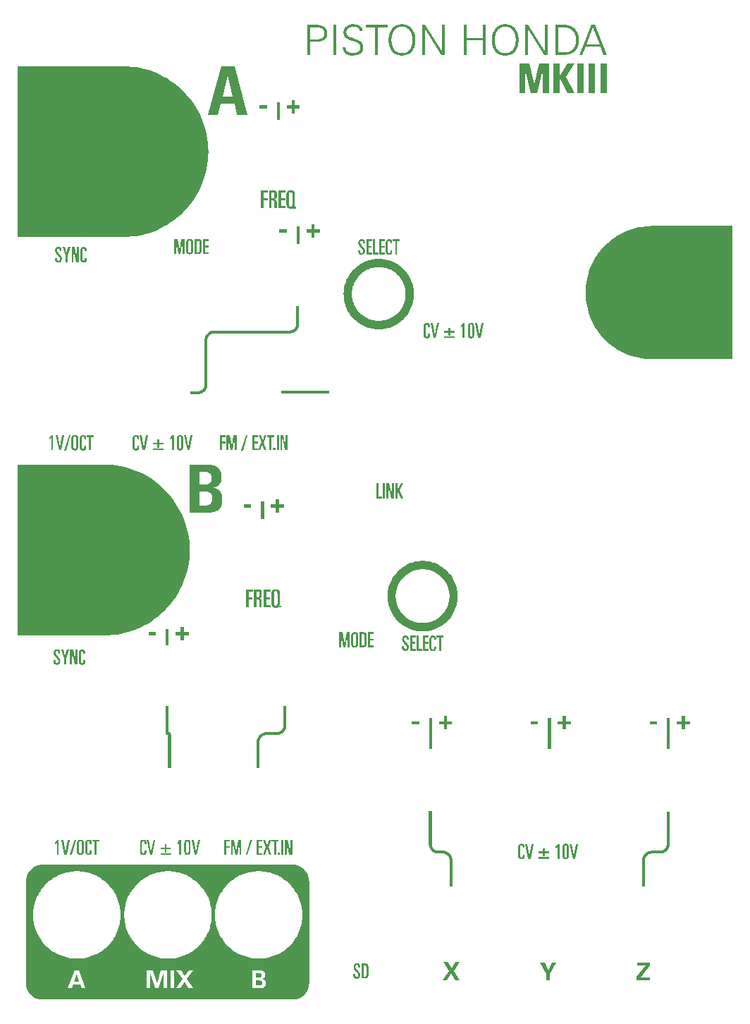
<source format=gto>
G04 #@! TF.GenerationSoftware,KiCad,Pcbnew,(6.0.10)*
G04 #@! TF.CreationDate,2023-03-02T23:10:16-05:00*
G04 #@! TF.ProjectId,piston_honda,70697374-6f6e-45f6-986f-6e64612e6b69,rev?*
G04 #@! TF.SameCoordinates,Original*
G04 #@! TF.FileFunction,Legend,Top*
G04 #@! TF.FilePolarity,Positive*
%FSLAX46Y46*%
G04 Gerber Fmt 4.6, Leading zero omitted, Abs format (unit mm)*
G04 Created by KiCad (PCBNEW (6.0.10)) date 2023-03-02 23:10:16*
%MOMM*%
%LPD*%
G01*
G04 APERTURE LIST*
%ADD10C,0.000000*%
G04 APERTURE END LIST*
D10*
G36*
X151046917Y-71210184D02*
G01*
X151068924Y-71211260D01*
X151090171Y-71213044D01*
X151110661Y-71215528D01*
X151130397Y-71218705D01*
X151149381Y-71222567D01*
X151167615Y-71227105D01*
X151185103Y-71232313D01*
X151201847Y-71238182D01*
X151217849Y-71244705D01*
X151233112Y-71251874D01*
X151247639Y-71259681D01*
X151261431Y-71268119D01*
X151274493Y-71277179D01*
X151286826Y-71286854D01*
X151298433Y-71297137D01*
X151309317Y-71308019D01*
X151319479Y-71319492D01*
X151328924Y-71331550D01*
X151337652Y-71344184D01*
X151345668Y-71357386D01*
X151352972Y-71371149D01*
X151359569Y-71385464D01*
X151365461Y-71400325D01*
X151370650Y-71415724D01*
X151375138Y-71431652D01*
X151378929Y-71448102D01*
X151382025Y-71465066D01*
X151384428Y-71482537D01*
X151386142Y-71500506D01*
X151387510Y-71537910D01*
X151387510Y-71717826D01*
X151151147Y-71717826D01*
X151151147Y-71594356D01*
X151150686Y-71573071D01*
X151149273Y-71552897D01*
X151146869Y-71533870D01*
X151143430Y-71516026D01*
X151138918Y-71499403D01*
X151136245Y-71491560D01*
X151133288Y-71484035D01*
X151130042Y-71476833D01*
X151126502Y-71469959D01*
X151122661Y-71463417D01*
X151118516Y-71457211D01*
X151114061Y-71451347D01*
X151109290Y-71445828D01*
X151104199Y-71440659D01*
X151098783Y-71435845D01*
X151093036Y-71431390D01*
X151086953Y-71427299D01*
X151080528Y-71423576D01*
X151073758Y-71420225D01*
X151066636Y-71417252D01*
X151059158Y-71414661D01*
X151051317Y-71412456D01*
X151043110Y-71410642D01*
X151034531Y-71409222D01*
X151025575Y-71408203D01*
X151016236Y-71407588D01*
X151006509Y-71407382D01*
X150994580Y-71407652D01*
X150983256Y-71408466D01*
X150972522Y-71409830D01*
X150962364Y-71411751D01*
X150952766Y-71414235D01*
X150943714Y-71417289D01*
X150935194Y-71420919D01*
X150927189Y-71425132D01*
X150919686Y-71429934D01*
X150912669Y-71435331D01*
X150906123Y-71441331D01*
X150900035Y-71447939D01*
X150894388Y-71455162D01*
X150889168Y-71463006D01*
X150884360Y-71471478D01*
X150879949Y-71480585D01*
X150875921Y-71490332D01*
X150872261Y-71500726D01*
X150868953Y-71511775D01*
X150865983Y-71523483D01*
X150863336Y-71535858D01*
X150860996Y-71548906D01*
X150858951Y-71562634D01*
X150857183Y-71577047D01*
X150854425Y-71607958D01*
X150852601Y-71641691D01*
X150851595Y-71678296D01*
X150851285Y-71717826D01*
X150851285Y-72603305D01*
X150852058Y-72641000D01*
X150854324Y-72674839D01*
X150858006Y-72705020D01*
X150863026Y-72731738D01*
X150869307Y-72755191D01*
X150872897Y-72765754D01*
X150876772Y-72775574D01*
X150880924Y-72784676D01*
X150885343Y-72793084D01*
X150890018Y-72800822D01*
X150894942Y-72807917D01*
X150900102Y-72814391D01*
X150905491Y-72820269D01*
X150911099Y-72825577D01*
X150916914Y-72830338D01*
X150922929Y-72834577D01*
X150929133Y-72838318D01*
X150942070Y-72844408D01*
X150955648Y-72848802D01*
X150969790Y-72851697D01*
X150984417Y-72853291D01*
X150999452Y-72853778D01*
X151007957Y-72853592D01*
X151016271Y-72853028D01*
X151024388Y-72852084D01*
X151032304Y-72850754D01*
X151040013Y-72849033D01*
X151047510Y-72846918D01*
X151054790Y-72844404D01*
X151061848Y-72841486D01*
X151068679Y-72838160D01*
X151075277Y-72834421D01*
X151081637Y-72830265D01*
X151087755Y-72825687D01*
X151093624Y-72820683D01*
X151099241Y-72815248D01*
X151104599Y-72809377D01*
X151109693Y-72803067D01*
X151114518Y-72796312D01*
X151119070Y-72789108D01*
X151123343Y-72781451D01*
X151127331Y-72773336D01*
X151131030Y-72764758D01*
X151134435Y-72755713D01*
X151137540Y-72746197D01*
X151140340Y-72736204D01*
X151142830Y-72725731D01*
X151145004Y-72714773D01*
X151146859Y-72703325D01*
X151148387Y-72691383D01*
X151149585Y-72678943D01*
X151150447Y-72665999D01*
X151150969Y-72652547D01*
X151151143Y-72638584D01*
X151151143Y-72515110D01*
X151387502Y-72515110D01*
X151387502Y-72716194D01*
X151386560Y-72751351D01*
X151383602Y-72785289D01*
X151378433Y-72817863D01*
X151374958Y-72833593D01*
X151370856Y-72848927D01*
X151366102Y-72863849D01*
X151360674Y-72878338D01*
X151354545Y-72892378D01*
X151347691Y-72905951D01*
X151340088Y-72919038D01*
X151331711Y-72931620D01*
X151322536Y-72943681D01*
X151312538Y-72955202D01*
X151301692Y-72966165D01*
X151289975Y-72976551D01*
X151277361Y-72986344D01*
X151263825Y-72995524D01*
X151249344Y-73004073D01*
X151233893Y-73011974D01*
X151217447Y-73019208D01*
X151199982Y-73025758D01*
X151181473Y-73031604D01*
X151161895Y-73036730D01*
X151141225Y-73041117D01*
X151119437Y-73044747D01*
X151096507Y-73047602D01*
X151072411Y-73049663D01*
X151047123Y-73050913D01*
X151020620Y-73051334D01*
X150991802Y-73050850D01*
X150964204Y-73049403D01*
X150937806Y-73047003D01*
X150912588Y-73043658D01*
X150888531Y-73039378D01*
X150865614Y-73034172D01*
X150843817Y-73028049D01*
X150823120Y-73021017D01*
X150803502Y-73013086D01*
X150784946Y-73004265D01*
X150767428Y-72994563D01*
X150750931Y-72983989D01*
X150735434Y-72972552D01*
X150720917Y-72960261D01*
X150707360Y-72947125D01*
X150694742Y-72933153D01*
X150683045Y-72918354D01*
X150672247Y-72902738D01*
X150662329Y-72886313D01*
X150653271Y-72869088D01*
X150645052Y-72851073D01*
X150637654Y-72832275D01*
X150631055Y-72812706D01*
X150625235Y-72792373D01*
X150620175Y-72771285D01*
X150615855Y-72749452D01*
X150609354Y-72703585D01*
X150605570Y-72654846D01*
X150604345Y-72603305D01*
X150604345Y-71693134D01*
X150600816Y-71682548D01*
X150601811Y-71635962D01*
X150604971Y-71590323D01*
X150610560Y-71545912D01*
X150618841Y-71503016D01*
X150630078Y-71461919D01*
X150636887Y-71442133D01*
X150644534Y-71422904D01*
X150653052Y-71404266D01*
X150662474Y-71386256D01*
X150672832Y-71368908D01*
X150684160Y-71352258D01*
X150696490Y-71336343D01*
X150709856Y-71321196D01*
X150724290Y-71306855D01*
X150739825Y-71293354D01*
X150756495Y-71280728D01*
X150774332Y-71269015D01*
X150793369Y-71258248D01*
X150813640Y-71248464D01*
X150835176Y-71239697D01*
X150858012Y-71231985D01*
X150882179Y-71225361D01*
X150907711Y-71219862D01*
X150934641Y-71215523D01*
X150963002Y-71212380D01*
X150992827Y-71210468D01*
X151024148Y-71209823D01*
X151046917Y-71210184D01*
G37*
G36*
X171202996Y-43625978D02*
G01*
X170448053Y-43625978D01*
X170448053Y-40017042D01*
X171202996Y-40017042D01*
X171202996Y-43625978D01*
G37*
G36*
X142628082Y-148091626D02*
G01*
X142651971Y-148093172D01*
X142675023Y-148095679D01*
X142697233Y-148099091D01*
X142718596Y-148103350D01*
X142739106Y-148108399D01*
X142758758Y-148114183D01*
X142777547Y-148120643D01*
X142795468Y-148127724D01*
X142812515Y-148135367D01*
X142828684Y-148143518D01*
X142843969Y-148152118D01*
X142858365Y-148161110D01*
X142871867Y-148170439D01*
X142884471Y-148180046D01*
X142896169Y-148189876D01*
X142903977Y-148197451D01*
X142911506Y-148205661D01*
X142918725Y-148214564D01*
X142925603Y-148224216D01*
X142932109Y-148234675D01*
X142938212Y-148245997D01*
X142943880Y-148258238D01*
X142949084Y-148271456D01*
X142951502Y-148278449D01*
X142953792Y-148285708D01*
X142957972Y-148301050D01*
X142961595Y-148317539D01*
X142964628Y-148335231D01*
X142967041Y-148354185D01*
X142968804Y-148374456D01*
X142969883Y-148396101D01*
X142970250Y-148419178D01*
X142970250Y-148588520D01*
X142733892Y-148588520D01*
X142733892Y-148447406D01*
X142733392Y-148428724D01*
X142731880Y-148411060D01*
X142729334Y-148394440D01*
X142725733Y-148378890D01*
X142723531Y-148371524D01*
X142721058Y-148364435D01*
X142718311Y-148357627D01*
X142715288Y-148351103D01*
X142711985Y-148344865D01*
X142708401Y-148338917D01*
X142704532Y-148333263D01*
X142700377Y-148327905D01*
X142695932Y-148322847D01*
X142691195Y-148318092D01*
X142686164Y-148313643D01*
X142680836Y-148309504D01*
X142675208Y-148305677D01*
X142669277Y-148302166D01*
X142663042Y-148298974D01*
X142656499Y-148296104D01*
X142649647Y-148293560D01*
X142642481Y-148291344D01*
X142635000Y-148289461D01*
X142627202Y-148287913D01*
X142619083Y-148286703D01*
X142610641Y-148285835D01*
X142601874Y-148285312D01*
X142592778Y-148285137D01*
X142583342Y-148285303D01*
X142574215Y-148285805D01*
X142565397Y-148286648D01*
X142556887Y-148287838D01*
X142548685Y-148289378D01*
X142540789Y-148291276D01*
X142533200Y-148293535D01*
X142525916Y-148296161D01*
X142518937Y-148299159D01*
X142512263Y-148302534D01*
X142505892Y-148306292D01*
X142499824Y-148310437D01*
X142494058Y-148314975D01*
X142488594Y-148319911D01*
X142483431Y-148325250D01*
X142478568Y-148330997D01*
X142474005Y-148337158D01*
X142469741Y-148343737D01*
X142465775Y-148350740D01*
X142462108Y-148358172D01*
X142458737Y-148366038D01*
X142455663Y-148374343D01*
X142452885Y-148383093D01*
X142450402Y-148392292D01*
X142448214Y-148401946D01*
X142446319Y-148412060D01*
X142444718Y-148422639D01*
X142443409Y-148433689D01*
X142442392Y-148445213D01*
X142441667Y-148457219D01*
X142441087Y-148482692D01*
X142441420Y-148505317D01*
X142442596Y-148527100D01*
X142444877Y-148548356D01*
X142448528Y-148569399D01*
X142450949Y-148579940D01*
X142453812Y-148590546D01*
X142457149Y-148601257D01*
X142460992Y-148612111D01*
X142465376Y-148623149D01*
X142470332Y-148634410D01*
X142475895Y-148645934D01*
X142482096Y-148657758D01*
X142488970Y-148669924D01*
X142496548Y-148682470D01*
X142513949Y-148708862D01*
X142534566Y-148737248D01*
X142558660Y-148767944D01*
X142586495Y-148801265D01*
X142618335Y-148837527D01*
X142654444Y-148877044D01*
X142695085Y-148920131D01*
X142738447Y-148965887D01*
X142777402Y-149008190D01*
X142812170Y-149047475D01*
X142842975Y-149084176D01*
X142870039Y-149118728D01*
X142893583Y-149151563D01*
X142913831Y-149183117D01*
X142931004Y-149213824D01*
X142945324Y-149244117D01*
X142957014Y-149274430D01*
X142966296Y-149305198D01*
X142973392Y-149336855D01*
X142978524Y-149369835D01*
X142981915Y-149404572D01*
X142983786Y-149441499D01*
X142984361Y-149481052D01*
X142983060Y-149532552D01*
X142979083Y-149581179D01*
X142972315Y-149626872D01*
X142967849Y-149648598D01*
X142962643Y-149669567D01*
X142956683Y-149689771D01*
X142949953Y-149709203D01*
X142942441Y-149727854D01*
X142934132Y-149745718D01*
X142925011Y-149762785D01*
X142915065Y-149779049D01*
X142904279Y-149794502D01*
X142892639Y-149809136D01*
X142880131Y-149822943D01*
X142866741Y-149835915D01*
X142852454Y-149848045D01*
X142837256Y-149859325D01*
X142821134Y-149869747D01*
X142804072Y-149879304D01*
X142786056Y-149887987D01*
X142767073Y-149895789D01*
X142747108Y-149902702D01*
X142726147Y-149908719D01*
X142704176Y-149913831D01*
X142681180Y-149918031D01*
X142657146Y-149921312D01*
X142632058Y-149923664D01*
X142605904Y-149925082D01*
X142578668Y-149925556D01*
X142536522Y-149924392D01*
X142496158Y-149920877D01*
X142457707Y-149914975D01*
X142421296Y-149906649D01*
X142387057Y-149895863D01*
X142370791Y-149889537D01*
X142355116Y-149882582D01*
X142340049Y-149874993D01*
X142325605Y-149866768D01*
X142311800Y-149857900D01*
X142298651Y-149848385D01*
X142286174Y-149838220D01*
X142274385Y-149827399D01*
X142263300Y-149815917D01*
X142252935Y-149803771D01*
X142243307Y-149790956D01*
X142234431Y-149777467D01*
X142226324Y-149763299D01*
X142219001Y-149748450D01*
X142212480Y-149732912D01*
X142206776Y-149716683D01*
X142201905Y-149699757D01*
X142197883Y-149682131D01*
X142194727Y-149663799D01*
X142192453Y-149644757D01*
X142191076Y-149625001D01*
X142190614Y-149604526D01*
X142190614Y-149389339D01*
X142194139Y-149389324D01*
X142444612Y-149389324D01*
X142444612Y-149537494D01*
X142445151Y-149559440D01*
X142446775Y-149580270D01*
X142449495Y-149599942D01*
X142453321Y-149618415D01*
X142458263Y-149635648D01*
X142464331Y-149651599D01*
X142467791Y-149659081D01*
X142471537Y-149666227D01*
X142475569Y-149673032D01*
X142479889Y-149679491D01*
X142484499Y-149685598D01*
X142489399Y-149691349D01*
X142494592Y-149696738D01*
X142500077Y-149701760D01*
X142505857Y-149706410D01*
X142511933Y-149710682D01*
X142518307Y-149714573D01*
X142524978Y-149718076D01*
X142531950Y-149721186D01*
X142539222Y-149723898D01*
X142546797Y-149726207D01*
X142554675Y-149728107D01*
X142562858Y-149729595D01*
X142571348Y-149730664D01*
X142580144Y-149731309D01*
X142589250Y-149731525D01*
X142601520Y-149731268D01*
X142613204Y-149730505D01*
X142624314Y-149729246D01*
X142634863Y-149727501D01*
X142644865Y-149725281D01*
X142654331Y-149722595D01*
X142663276Y-149719455D01*
X142671712Y-149715870D01*
X142679652Y-149711851D01*
X142687108Y-149707409D01*
X142694094Y-149702553D01*
X142700623Y-149697294D01*
X142706708Y-149691642D01*
X142712361Y-149685608D01*
X142717595Y-149679201D01*
X142722424Y-149672433D01*
X142726860Y-149665314D01*
X142730916Y-149657853D01*
X142734605Y-149650062D01*
X142737941Y-149641950D01*
X142740935Y-149633529D01*
X142743601Y-149624807D01*
X142745952Y-149615796D01*
X142748000Y-149606506D01*
X142751242Y-149587130D01*
X142753430Y-149566762D01*
X142754666Y-149545484D01*
X142755056Y-149523380D01*
X142754913Y-149496061D01*
X142754243Y-149470685D01*
X142752684Y-149446798D01*
X142749875Y-149423943D01*
X142747888Y-149412761D01*
X142745453Y-149401667D01*
X142742524Y-149390604D01*
X142739057Y-149379515D01*
X142735006Y-149368343D01*
X142730326Y-149357032D01*
X142724971Y-149345524D01*
X142718897Y-149333764D01*
X142712058Y-149321693D01*
X142704408Y-149309255D01*
X142695904Y-149296394D01*
X142686499Y-149283052D01*
X142676148Y-149269172D01*
X142664807Y-149254699D01*
X142638970Y-149223742D01*
X142608627Y-149189726D01*
X142573416Y-149152196D01*
X142532976Y-149110698D01*
X142486944Y-149064777D01*
X142428784Y-149005677D01*
X142400973Y-148976197D01*
X142374221Y-148946537D01*
X142348688Y-148916525D01*
X142324536Y-148885992D01*
X142301923Y-148854766D01*
X142281010Y-148822678D01*
X142261958Y-148789556D01*
X142253180Y-148772554D01*
X142244927Y-148755230D01*
X142237218Y-148737563D01*
X142230076Y-148719530D01*
X142223518Y-148701111D01*
X142217566Y-148682284D01*
X142212238Y-148663029D01*
X142207557Y-148643323D01*
X142203540Y-148623145D01*
X142200209Y-148602475D01*
X142197583Y-148581290D01*
X142195683Y-148559570D01*
X142194528Y-148537293D01*
X142194139Y-148514438D01*
X142195750Y-148461432D01*
X142197764Y-148436340D01*
X142200581Y-148412182D01*
X142204202Y-148388951D01*
X142208626Y-148366642D01*
X142213853Y-148345249D01*
X142219881Y-148324766D01*
X142226710Y-148305187D01*
X142234339Y-148286507D01*
X142242768Y-148268719D01*
X142251996Y-148251818D01*
X142262023Y-148235799D01*
X142272847Y-148220654D01*
X142284468Y-148206379D01*
X142296886Y-148192968D01*
X142310099Y-148180414D01*
X142324108Y-148168713D01*
X142338911Y-148157857D01*
X142354509Y-148147842D01*
X142370899Y-148138662D01*
X142388082Y-148130310D01*
X142406057Y-148122782D01*
X142424823Y-148116070D01*
X142444379Y-148110170D01*
X142464726Y-148105075D01*
X142485862Y-148100780D01*
X142507787Y-148097279D01*
X142530500Y-148094566D01*
X142554000Y-148092636D01*
X142603360Y-148091098D01*
X142628082Y-148091626D01*
G37*
G36*
X123239429Y-134681942D02*
G01*
X123242957Y-134681942D01*
X123504012Y-133249652D01*
X123754484Y-133249652D01*
X123387595Y-135052356D01*
X123098317Y-135052356D01*
X122731429Y-133249652D01*
X122978374Y-133249652D01*
X123239429Y-134681942D01*
G37*
G36*
X115039296Y-40397273D02*
G01*
X115559937Y-40436861D01*
X116073007Y-40502053D01*
X116577862Y-40592205D01*
X117073856Y-40706675D01*
X117560346Y-40844816D01*
X118036689Y-41005986D01*
X118502240Y-41189540D01*
X118956354Y-41394835D01*
X119398389Y-41621226D01*
X119827699Y-41868070D01*
X120243642Y-42134721D01*
X120645573Y-42420537D01*
X121032847Y-42724874D01*
X121404822Y-43047086D01*
X121760852Y-43386531D01*
X122100295Y-43742565D01*
X122422505Y-44114542D01*
X122726839Y-44501819D01*
X123012653Y-44903753D01*
X123279303Y-45319699D01*
X123526145Y-45749013D01*
X123752534Y-46191051D01*
X123957827Y-46645169D01*
X124141380Y-47110723D01*
X124302549Y-47587069D01*
X124440689Y-48073563D01*
X124555158Y-48569561D01*
X124645309Y-49074419D01*
X124710501Y-49587493D01*
X124750088Y-50108139D01*
X124763427Y-50635713D01*
X124750088Y-51163287D01*
X124710501Y-51683933D01*
X124645309Y-52197006D01*
X124555158Y-52701864D01*
X124440689Y-53197862D01*
X124302549Y-53684356D01*
X124141380Y-54160702D01*
X123957827Y-54626256D01*
X123752534Y-55080374D01*
X123526145Y-55522412D01*
X123279303Y-55951726D01*
X123012653Y-56367672D01*
X122726839Y-56769605D01*
X122422505Y-57156882D01*
X122100295Y-57528860D01*
X121760852Y-57884893D01*
X121404822Y-58224337D01*
X121032847Y-58546550D01*
X120645573Y-58850886D01*
X120243642Y-59136702D01*
X119827699Y-59403354D01*
X119398389Y-59650198D01*
X118956354Y-59876589D01*
X118502239Y-60081883D01*
X118036688Y-60265438D01*
X117560346Y-60426607D01*
X117073855Y-60564749D01*
X116577861Y-60679218D01*
X116073007Y-60769370D01*
X115559937Y-60834562D01*
X115039295Y-60874150D01*
X114511725Y-60887489D01*
X101878778Y-60887489D01*
X101878778Y-40387460D01*
X114511725Y-40387460D01*
X114511726Y-40383934D01*
X115039296Y-40397273D01*
G37*
G36*
X124664649Y-88213802D02*
G01*
X124835242Y-88217074D01*
X125001159Y-88227576D01*
X125161525Y-88246335D01*
X125315468Y-88274381D01*
X125462114Y-88312742D01*
X125532428Y-88336112D01*
X125600590Y-88362446D01*
X125666492Y-88391872D01*
X125730024Y-88424521D01*
X125791076Y-88460519D01*
X125849540Y-88499996D01*
X125905306Y-88543080D01*
X125958266Y-88589899D01*
X126008310Y-88640582D01*
X126055329Y-88695258D01*
X126099214Y-88754056D01*
X126139855Y-88817103D01*
X126177144Y-88884528D01*
X126210972Y-88956460D01*
X126241228Y-89033028D01*
X126267804Y-89114360D01*
X126290592Y-89200584D01*
X126309481Y-89291829D01*
X126324362Y-89388224D01*
X126335127Y-89489896D01*
X126341666Y-89596976D01*
X126343869Y-89709590D01*
X126340025Y-89831754D01*
X126328491Y-89949371D01*
X126309267Y-90062192D01*
X126282354Y-90169969D01*
X126247751Y-90272454D01*
X126227567Y-90321635D01*
X126205459Y-90369400D01*
X126181430Y-90415718D01*
X126155478Y-90460558D01*
X126127604Y-90503889D01*
X126097807Y-90545680D01*
X126066088Y-90585900D01*
X126032447Y-90624518D01*
X125996883Y-90661503D01*
X125959397Y-90696824D01*
X125919989Y-90730450D01*
X125878658Y-90762350D01*
X125835405Y-90792493D01*
X125790229Y-90820848D01*
X125743132Y-90847384D01*
X125694111Y-90872070D01*
X125643169Y-90894875D01*
X125590304Y-90915768D01*
X125535516Y-90934718D01*
X125478807Y-90951693D01*
X125420175Y-90966664D01*
X125359620Y-90979598D01*
X125359620Y-90997242D01*
X125438140Y-91009741D01*
X125513014Y-91024729D01*
X125584318Y-91042169D01*
X125652129Y-91062029D01*
X125716521Y-91084274D01*
X125777571Y-91108869D01*
X125835353Y-91135781D01*
X125889943Y-91164975D01*
X125941418Y-91196417D01*
X125989852Y-91230073D01*
X126035321Y-91265908D01*
X126077900Y-91303888D01*
X126117666Y-91343980D01*
X126154694Y-91386148D01*
X126189059Y-91430358D01*
X126220837Y-91476577D01*
X126250103Y-91524770D01*
X126276934Y-91574903D01*
X126301404Y-91626942D01*
X126323590Y-91680851D01*
X126343566Y-91736598D01*
X126361409Y-91794148D01*
X126377194Y-91853467D01*
X126390996Y-91914519D01*
X126412956Y-92041691D01*
X126427893Y-92175390D01*
X126436412Y-92315342D01*
X126439117Y-92461273D01*
X126435448Y-92594464D01*
X126424690Y-92719693D01*
X126407215Y-92837206D01*
X126383396Y-92947247D01*
X126353606Y-93050062D01*
X126318217Y-93145894D01*
X126277603Y-93234988D01*
X126232136Y-93317590D01*
X126182188Y-93393945D01*
X126128133Y-93464296D01*
X126070343Y-93528890D01*
X126009190Y-93587970D01*
X125945049Y-93641782D01*
X125878290Y-93690570D01*
X125809287Y-93734580D01*
X125738413Y-93774055D01*
X125666041Y-93809241D01*
X125592542Y-93840383D01*
X125518291Y-93867726D01*
X125443659Y-93891513D01*
X125294744Y-93929404D01*
X125148780Y-93956013D01*
X125008748Y-93973300D01*
X124877631Y-93983223D01*
X124758409Y-93987740D01*
X124654065Y-93988811D01*
X122519765Y-93988811D01*
X122519763Y-93988803D01*
X122519763Y-93103324D01*
X123722736Y-93103324D01*
X124396537Y-93103324D01*
X124506250Y-93101443D01*
X124568999Y-93097348D01*
X124635268Y-93089599D01*
X124703749Y-93077034D01*
X124773134Y-93058489D01*
X124807757Y-93046612D01*
X124842116Y-93032803D01*
X124876047Y-93016919D01*
X124909387Y-92998813D01*
X124941973Y-92978340D01*
X124973641Y-92955356D01*
X125004227Y-92929713D01*
X125033569Y-92901268D01*
X125061502Y-92869875D01*
X125087864Y-92835389D01*
X125112491Y-92797663D01*
X125135219Y-92756553D01*
X125155886Y-92711914D01*
X125174327Y-92663600D01*
X125190380Y-92611466D01*
X125203880Y-92555366D01*
X125214665Y-92495156D01*
X125222570Y-92430689D01*
X125227434Y-92361821D01*
X125229091Y-92288406D01*
X125226803Y-92194837D01*
X125219714Y-92106069D01*
X125207488Y-92022273D01*
X125199344Y-91982292D01*
X125189790Y-91943618D01*
X125178783Y-91906273D01*
X125166283Y-91870276D01*
X125152247Y-91835651D01*
X125136632Y-91802417D01*
X125119398Y-91770597D01*
X125100501Y-91740211D01*
X125079900Y-91711282D01*
X125057554Y-91683829D01*
X125033419Y-91657876D01*
X125007455Y-91633442D01*
X124979618Y-91610550D01*
X124949868Y-91589220D01*
X124918161Y-91569474D01*
X124884457Y-91551333D01*
X124848712Y-91534819D01*
X124810886Y-91519952D01*
X124770936Y-91506755D01*
X124728820Y-91495249D01*
X124684496Y-91485454D01*
X124637922Y-91477392D01*
X124589057Y-91471084D01*
X124537857Y-91466553D01*
X124484282Y-91463818D01*
X124428289Y-91462902D01*
X123722736Y-91462902D01*
X123722736Y-93103324D01*
X122519763Y-93103324D01*
X122519763Y-90573894D01*
X123726260Y-90573894D01*
X124534120Y-90573894D01*
X124584814Y-90571776D01*
X124637218Y-90565219D01*
X124690645Y-90553919D01*
X124744408Y-90537569D01*
X124771201Y-90527406D01*
X124797820Y-90515866D01*
X124824180Y-90502911D01*
X124850194Y-90488504D01*
X124875776Y-90472606D01*
X124900841Y-90455179D01*
X124925302Y-90436184D01*
X124949075Y-90415585D01*
X124972072Y-90393342D01*
X124994208Y-90369418D01*
X125015397Y-90343774D01*
X125035553Y-90316373D01*
X125054591Y-90287176D01*
X125072423Y-90256145D01*
X125088966Y-90223242D01*
X125104131Y-90188428D01*
X125117834Y-90151667D01*
X125129989Y-90112919D01*
X125140510Y-90072147D01*
X125149310Y-90029312D01*
X125156304Y-89984377D01*
X125161407Y-89937303D01*
X125164531Y-89888052D01*
X125165592Y-89836586D01*
X125164749Y-89797225D01*
X125162244Y-89758542D01*
X125158107Y-89720575D01*
X125152369Y-89683362D01*
X125145064Y-89646939D01*
X125136221Y-89611344D01*
X125125874Y-89576614D01*
X125114053Y-89542788D01*
X125100791Y-89509902D01*
X125086118Y-89477994D01*
X125070067Y-89447101D01*
X125052669Y-89417262D01*
X125033955Y-89388513D01*
X125013959Y-89360891D01*
X124992710Y-89334435D01*
X124970242Y-89309182D01*
X124946584Y-89285169D01*
X124921770Y-89262433D01*
X124895831Y-89241013D01*
X124868798Y-89220945D01*
X124840703Y-89202268D01*
X124811577Y-89185018D01*
X124781453Y-89169233D01*
X124750362Y-89154950D01*
X124718336Y-89142208D01*
X124685406Y-89131043D01*
X124651604Y-89121493D01*
X124616961Y-89113595D01*
X124581510Y-89107387D01*
X124545282Y-89102906D01*
X124508308Y-89100191D01*
X124470620Y-89099277D01*
X123726260Y-89099277D01*
X123726260Y-90573894D01*
X122519763Y-90573894D01*
X122519763Y-88213802D01*
X124664649Y-88213802D01*
G37*
G36*
X108302848Y-85141090D02*
G01*
X108303842Y-85094504D01*
X108307002Y-85048863D01*
X108312591Y-85004453D01*
X108320872Y-84961557D01*
X108332109Y-84920459D01*
X108338919Y-84900673D01*
X108346566Y-84881444D01*
X108355084Y-84862806D01*
X108364505Y-84844796D01*
X108374863Y-84827448D01*
X108386191Y-84810799D01*
X108398522Y-84794883D01*
X108411887Y-84779737D01*
X108426321Y-84765395D01*
X108441857Y-84751894D01*
X108458527Y-84739269D01*
X108476364Y-84727556D01*
X108495401Y-84716789D01*
X108515671Y-84707005D01*
X108537208Y-84698239D01*
X108560043Y-84690526D01*
X108584211Y-84683903D01*
X108609743Y-84678404D01*
X108636673Y-84674065D01*
X108665034Y-84670922D01*
X108694859Y-84669010D01*
X108726180Y-84668365D01*
X108755639Y-84668849D01*
X108783838Y-84670296D01*
X108810798Y-84672696D01*
X108836540Y-84676041D01*
X108861086Y-84680321D01*
X108884457Y-84685527D01*
X108906675Y-84691651D01*
X108927760Y-84698682D01*
X108947733Y-84706613D01*
X108966618Y-84715435D01*
X108984433Y-84725137D01*
X109001202Y-84735711D01*
X109016945Y-84747148D01*
X109031683Y-84759440D01*
X109045439Y-84772576D01*
X109058232Y-84786548D01*
X109070085Y-84801347D01*
X109081019Y-84816963D01*
X109091055Y-84833388D01*
X109100214Y-84850614D01*
X109108518Y-84868629D01*
X109115988Y-84887426D01*
X109122646Y-84906996D01*
X109128512Y-84927330D01*
X109133608Y-84948417D01*
X109137956Y-84970251D01*
X109144490Y-85016117D01*
X109148286Y-85064857D01*
X109149514Y-85116397D01*
X109149514Y-86026569D01*
X109148519Y-86073155D01*
X109145359Y-86118796D01*
X109139770Y-86163206D01*
X109131489Y-86206102D01*
X109120252Y-86247200D01*
X109113442Y-86266985D01*
X109105795Y-86286215D01*
X109097277Y-86304853D01*
X109087856Y-86322863D01*
X109077498Y-86340211D01*
X109066170Y-86356860D01*
X109053840Y-86372776D01*
X109040474Y-86387922D01*
X109026040Y-86402263D01*
X109010504Y-86415764D01*
X108993834Y-86428389D01*
X108975997Y-86440103D01*
X108956960Y-86450870D01*
X108936690Y-86460654D01*
X108915153Y-86469420D01*
X108892317Y-86477132D01*
X108868150Y-86483756D01*
X108842618Y-86489255D01*
X108815688Y-86493594D01*
X108787327Y-86496737D01*
X108757502Y-86498649D01*
X108726180Y-86499294D01*
X108696721Y-86498810D01*
X108668523Y-86497363D01*
X108641563Y-86494963D01*
X108615820Y-86491618D01*
X108591275Y-86487338D01*
X108567904Y-86482132D01*
X108545686Y-86476008D01*
X108524601Y-86468977D01*
X108504628Y-86461046D01*
X108485743Y-86452225D01*
X108467928Y-86442523D01*
X108451159Y-86431949D01*
X108435416Y-86420512D01*
X108420678Y-86408221D01*
X108406922Y-86395084D01*
X108394129Y-86381113D01*
X108382276Y-86366314D01*
X108371342Y-86350697D01*
X108361306Y-86334272D01*
X108352147Y-86317047D01*
X108343843Y-86299031D01*
X108336373Y-86280234D01*
X108329715Y-86260664D01*
X108323849Y-86240331D01*
X108318753Y-86219243D01*
X108314405Y-86197410D01*
X108307871Y-86151543D01*
X108304075Y-86102803D01*
X108303268Y-86068901D01*
X108553319Y-86068901D01*
X108554137Y-86097135D01*
X108556551Y-86123623D01*
X108560505Y-86148354D01*
X108565942Y-86171317D01*
X108572806Y-86192503D01*
X108576754Y-86202426D01*
X108581039Y-86211901D01*
X108585651Y-86220926D01*
X108590584Y-86229500D01*
X108595831Y-86237622D01*
X108601385Y-86245291D01*
X108607239Y-86252505D01*
X108613385Y-86259262D01*
X108619817Y-86265563D01*
X108626527Y-86271405D01*
X108633509Y-86276787D01*
X108640755Y-86281707D01*
X108648258Y-86286165D01*
X108656010Y-86290160D01*
X108664006Y-86293689D01*
X108672238Y-86296752D01*
X108680698Y-86299347D01*
X108689380Y-86301474D01*
X108698276Y-86303129D01*
X108707379Y-86304314D01*
X108716683Y-86305026D01*
X108726180Y-86305263D01*
X108735687Y-86305026D01*
X108745020Y-86304314D01*
X108754171Y-86303129D01*
X108763132Y-86301474D01*
X108771893Y-86299347D01*
X108780448Y-86296752D01*
X108788786Y-86293689D01*
X108796901Y-86290160D01*
X108804782Y-86286165D01*
X108812423Y-86281707D01*
X108819815Y-86276787D01*
X108826949Y-86271405D01*
X108833816Y-86265563D01*
X108840409Y-86259262D01*
X108846720Y-86252505D01*
X108852739Y-86245291D01*
X108858458Y-86237622D01*
X108863869Y-86229500D01*
X108868963Y-86220926D01*
X108873733Y-86211901D01*
X108878169Y-86202426D01*
X108882264Y-86192503D01*
X108886008Y-86182133D01*
X108889394Y-86171317D01*
X108892414Y-86160057D01*
X108895057Y-86148354D01*
X108897318Y-86136209D01*
X108899186Y-86123623D01*
X108900653Y-86110598D01*
X108901712Y-86097135D01*
X108902353Y-86083236D01*
X108902569Y-86068901D01*
X108902569Y-85123455D01*
X108901867Y-85091455D01*
X108899764Y-85061595D01*
X108896267Y-85033863D01*
X108891379Y-85008251D01*
X108885106Y-84984746D01*
X108877454Y-84963340D01*
X108873112Y-84953420D01*
X108868427Y-84944021D01*
X108863399Y-84935141D01*
X108858030Y-84926780D01*
X108852320Y-84918935D01*
X108846270Y-84911605D01*
X108839879Y-84904790D01*
X108833150Y-84898488D01*
X108826082Y-84892697D01*
X108818676Y-84887417D01*
X108810933Y-84882645D01*
X108802854Y-84878382D01*
X108794438Y-84874624D01*
X108785688Y-84871372D01*
X108776603Y-84868624D01*
X108767183Y-84866379D01*
X108757431Y-84864634D01*
X108747346Y-84863390D01*
X108726180Y-84862396D01*
X108715441Y-84862634D01*
X108705054Y-84863351D01*
X108695016Y-84864550D01*
X108685328Y-84866234D01*
X108675989Y-84868406D01*
X108666998Y-84871070D01*
X108658354Y-84874228D01*
X108650057Y-84877885D01*
X108642107Y-84882043D01*
X108634502Y-84886705D01*
X108627242Y-84891875D01*
X108620326Y-84897557D01*
X108613754Y-84903752D01*
X108607525Y-84910464D01*
X108601638Y-84917698D01*
X108596093Y-84925455D01*
X108590889Y-84933739D01*
X108586026Y-84942554D01*
X108581502Y-84951902D01*
X108577318Y-84961787D01*
X108573472Y-84972213D01*
X108569963Y-84983181D01*
X108566792Y-84994696D01*
X108563958Y-85006760D01*
X108561459Y-85019378D01*
X108559296Y-85032552D01*
X108557467Y-85046285D01*
X108555972Y-85060580D01*
X108554810Y-85075442D01*
X108553982Y-85090873D01*
X108553319Y-85123455D01*
X108553319Y-86068901D01*
X108303268Y-86068901D01*
X108302848Y-86051261D01*
X108302848Y-85141090D01*
G37*
G36*
X126820117Y-84894149D02*
G01*
X126389728Y-84894149D01*
X126389728Y-85458599D01*
X126795423Y-85458599D01*
X126795423Y-85666740D01*
X126389728Y-85666740D01*
X126389728Y-86485191D01*
X126139257Y-86485191D01*
X126139257Y-84682479D01*
X126820117Y-84682479D01*
X126820117Y-84894149D01*
G37*
G36*
X134140237Y-55842739D02*
G01*
X134136712Y-55839210D01*
X134137922Y-55782834D01*
X134141756Y-55727699D01*
X134148526Y-55674134D01*
X134158540Y-55622471D01*
X134172111Y-55573040D01*
X134180326Y-55549266D01*
X134189546Y-55526173D01*
X134199810Y-55503804D01*
X134211157Y-55482200D01*
X134223626Y-55461401D01*
X134237254Y-55441451D01*
X134252081Y-55422389D01*
X134268146Y-55404257D01*
X134285487Y-55387097D01*
X134304144Y-55370950D01*
X134324154Y-55355857D01*
X134345557Y-55341859D01*
X134368392Y-55328998D01*
X134392696Y-55317316D01*
X134418510Y-55306853D01*
X134445871Y-55297651D01*
X134474819Y-55289752D01*
X134505392Y-55283196D01*
X134537629Y-55278024D01*
X134571569Y-55274280D01*
X134607250Y-55272002D01*
X134644712Y-55271234D01*
X134682183Y-55271821D01*
X134717894Y-55273574D01*
X134751881Y-55276481D01*
X134784183Y-55280529D01*
X134814836Y-55285706D01*
X134843878Y-55292000D01*
X134871346Y-55299399D01*
X134897278Y-55307890D01*
X134921712Y-55317461D01*
X134944685Y-55328100D01*
X134966234Y-55339794D01*
X134986396Y-55352532D01*
X135005210Y-55366300D01*
X135022713Y-55381087D01*
X135038941Y-55396881D01*
X135053934Y-55413669D01*
X135067727Y-55431438D01*
X135080360Y-55450177D01*
X135091868Y-55469874D01*
X135102289Y-55490515D01*
X135111662Y-55512090D01*
X135120023Y-55534584D01*
X135127410Y-55557987D01*
X135133860Y-55582286D01*
X135144101Y-55633523D01*
X135151045Y-55688196D01*
X135154991Y-55746207D01*
X135156240Y-55807458D01*
X135156240Y-56830520D01*
X135155666Y-56864152D01*
X135153966Y-56897500D01*
X135151170Y-56930445D01*
X135147310Y-56962868D01*
X135142416Y-56994650D01*
X135136520Y-57025672D01*
X135129652Y-57055816D01*
X135121844Y-57084963D01*
X135113126Y-57112993D01*
X135103529Y-57139788D01*
X135093085Y-57165229D01*
X135081825Y-57189198D01*
X135069778Y-57211575D01*
X135056978Y-57232241D01*
X135043454Y-57251078D01*
X135029237Y-57267967D01*
X135036294Y-57275020D01*
X135046750Y-57269973D01*
X135058259Y-57265401D01*
X135070802Y-57261284D01*
X135084358Y-57257602D01*
X135098907Y-57254332D01*
X135114427Y-57251456D01*
X135130898Y-57248951D01*
X135148299Y-57246798D01*
X135166610Y-57244976D01*
X135185809Y-57243464D01*
X135205877Y-57242241D01*
X135226793Y-57241287D01*
X135271084Y-57240102D01*
X135318517Y-57239744D01*
X135318517Y-57454938D01*
X135230246Y-57455696D01*
X135136890Y-57457695D01*
X134947658Y-57463759D01*
X134776285Y-57469823D01*
X134648237Y-57472579D01*
X134612948Y-57471992D01*
X134579164Y-57470239D01*
X134546859Y-57467333D01*
X134516008Y-57463285D01*
X134486585Y-57458107D01*
X134458567Y-57451813D01*
X134431927Y-57444415D01*
X134406640Y-57435924D01*
X134382681Y-57426352D01*
X134360025Y-57415714D01*
X134338647Y-57404019D01*
X134318521Y-57391282D01*
X134299623Y-57377513D01*
X134281927Y-57362726D01*
X134265407Y-57346933D01*
X134250040Y-57330145D01*
X134235799Y-57312375D01*
X134222659Y-57293636D01*
X134210595Y-57273940D01*
X134199583Y-57253298D01*
X134189596Y-57231724D01*
X134180610Y-57209229D01*
X134172599Y-57185826D01*
X134165538Y-57161527D01*
X134159403Y-57136345D01*
X134154167Y-57110291D01*
X134146294Y-57055618D01*
X134141718Y-56997607D01*
X134140578Y-56950466D01*
X134436574Y-56950466D01*
X134437555Y-56984487D01*
X134440453Y-57016426D01*
X134445201Y-57046267D01*
X134451732Y-57073994D01*
X134459979Y-57099592D01*
X134464724Y-57111588D01*
X134469874Y-57123045D01*
X134475418Y-57133963D01*
X134481350Y-57144339D01*
X134487660Y-57154170D01*
X134494340Y-57163457D01*
X134501382Y-57172195D01*
X134508778Y-57180383D01*
X134516518Y-57188020D01*
X134524595Y-57195103D01*
X134533000Y-57201631D01*
X134541724Y-57207601D01*
X134550761Y-57213012D01*
X134560100Y-57217862D01*
X134569733Y-57222148D01*
X134579653Y-57225869D01*
X134589851Y-57229023D01*
X134600318Y-57231608D01*
X134611046Y-57233621D01*
X134622026Y-57235062D01*
X134633251Y-57235928D01*
X134644712Y-57236217D01*
X134656182Y-57235928D01*
X134667436Y-57235062D01*
X134678464Y-57233621D01*
X134689256Y-57231608D01*
X134699803Y-57229023D01*
X134710094Y-57225869D01*
X134720121Y-57222148D01*
X134729873Y-57217862D01*
X134739341Y-57213012D01*
X134748515Y-57207601D01*
X134757385Y-57201631D01*
X134765942Y-57195103D01*
X134774177Y-57188020D01*
X134782078Y-57180383D01*
X134789637Y-57172195D01*
X134796844Y-57163457D01*
X134803690Y-57154170D01*
X134810164Y-57144339D01*
X134816256Y-57133963D01*
X134821958Y-57123045D01*
X134827260Y-57111588D01*
X134832151Y-57099592D01*
X134836623Y-57087060D01*
X134840665Y-57073994D01*
X134844268Y-57060395D01*
X134847421Y-57046267D01*
X134850116Y-57031610D01*
X134852343Y-57016426D01*
X134854092Y-57000718D01*
X134855353Y-56984487D01*
X134856117Y-56967736D01*
X134856374Y-56950466D01*
X134856374Y-55814516D01*
X134855547Y-55776147D01*
X134853067Y-55740404D01*
X134848933Y-55707266D01*
X134843145Y-55676711D01*
X134835704Y-55648719D01*
X134826609Y-55623270D01*
X134821442Y-55611493D01*
X134815861Y-55600343D01*
X134809867Y-55589819D01*
X134803459Y-55579917D01*
X134796638Y-55570636D01*
X134789403Y-55561972D01*
X134781755Y-55553923D01*
X134773694Y-55546486D01*
X134765219Y-55539659D01*
X134756331Y-55533439D01*
X134747030Y-55527824D01*
X134737315Y-55522811D01*
X134727186Y-55518398D01*
X134716644Y-55514581D01*
X134705689Y-55511358D01*
X134694321Y-55508728D01*
X134682538Y-55506686D01*
X134670343Y-55505231D01*
X134644712Y-55504070D01*
X134631699Y-55504360D01*
X134619119Y-55505231D01*
X134606971Y-55506686D01*
X134595253Y-55508728D01*
X134583964Y-55511358D01*
X134573103Y-55514581D01*
X134562668Y-55518398D01*
X134552658Y-55522811D01*
X134543072Y-55527824D01*
X134533908Y-55533439D01*
X134525166Y-55539659D01*
X134516843Y-55546486D01*
X134508939Y-55553923D01*
X134501452Y-55561972D01*
X134494382Y-55570636D01*
X134487726Y-55579917D01*
X134481483Y-55589819D01*
X134475652Y-55600343D01*
X134470233Y-55611493D01*
X134465223Y-55623270D01*
X134460621Y-55635679D01*
X134456426Y-55648719D01*
X134452637Y-55662396D01*
X134449252Y-55676711D01*
X134446270Y-55691667D01*
X134443690Y-55707266D01*
X134441510Y-55723511D01*
X134439730Y-55740404D01*
X134438347Y-55757949D01*
X134437361Y-55776147D01*
X134436574Y-55814516D01*
X134436574Y-56950466D01*
X134140578Y-56950466D01*
X134140237Y-56936355D01*
X134140237Y-55842739D01*
G37*
G36*
X158833144Y-36812073D02*
G01*
X158866297Y-36624555D01*
X158887746Y-36534650D01*
X158912415Y-36447408D01*
X158940284Y-36362900D01*
X158971329Y-36281196D01*
X159005531Y-36202366D01*
X159042867Y-36126482D01*
X159083317Y-36053612D01*
X159126859Y-35983829D01*
X159173472Y-35917202D01*
X159223135Y-35853801D01*
X159275826Y-35793697D01*
X159331523Y-35736961D01*
X159390206Y-35683662D01*
X159451854Y-35633872D01*
X159516445Y-35587660D01*
X159583957Y-35545097D01*
X159654369Y-35506254D01*
X159727661Y-35471200D01*
X159803810Y-35440007D01*
X159882795Y-35412744D01*
X159964596Y-35389483D01*
X160049190Y-35370293D01*
X160136557Y-35355245D01*
X160226675Y-35344409D01*
X160319522Y-35337856D01*
X160415078Y-35335656D01*
X160510634Y-35337856D01*
X160603482Y-35344409D01*
X160693600Y-35355245D01*
X160780967Y-35370293D01*
X160865561Y-35389483D01*
X160947362Y-35412744D01*
X161026347Y-35440007D01*
X161102496Y-35471200D01*
X161175788Y-35506254D01*
X161246200Y-35545097D01*
X161313712Y-35587660D01*
X161378303Y-35633872D01*
X161439950Y-35683662D01*
X161498634Y-35736961D01*
X161554331Y-35793697D01*
X161607022Y-35853801D01*
X161656685Y-35917202D01*
X161703298Y-35983829D01*
X161746840Y-36053612D01*
X161787290Y-36126482D01*
X161824626Y-36202366D01*
X161858828Y-36281196D01*
X161889873Y-36362900D01*
X161917741Y-36447408D01*
X161942411Y-36534650D01*
X161963860Y-36624555D01*
X161982068Y-36717053D01*
X161997013Y-36812073D01*
X162008674Y-36909546D01*
X162017030Y-37009400D01*
X162022059Y-37111565D01*
X162023740Y-37215971D01*
X162017030Y-37422543D01*
X161997013Y-37619870D01*
X161963860Y-37807388D01*
X161942411Y-37897293D01*
X161917741Y-37984535D01*
X161889873Y-38069043D01*
X161858828Y-38150747D01*
X161824626Y-38229576D01*
X161787290Y-38305461D01*
X161746840Y-38378330D01*
X161703298Y-38448114D01*
X161656685Y-38514741D01*
X161607022Y-38578142D01*
X161554331Y-38638246D01*
X161498634Y-38694982D01*
X161439950Y-38748281D01*
X161378303Y-38798071D01*
X161313712Y-38844283D01*
X161246200Y-38886846D01*
X161175788Y-38925689D01*
X161102496Y-38960743D01*
X161026347Y-38991936D01*
X160947362Y-39019198D01*
X160865561Y-39042460D01*
X160780967Y-39061650D01*
X160693600Y-39076698D01*
X160603482Y-39087534D01*
X160510634Y-39094087D01*
X160415078Y-39096287D01*
X160319522Y-39094087D01*
X160226675Y-39087534D01*
X160136557Y-39076698D01*
X160049190Y-39061650D01*
X159964596Y-39042460D01*
X159882795Y-39019199D01*
X159803810Y-38991936D01*
X159727661Y-38960743D01*
X159654369Y-38925689D01*
X159583957Y-38886846D01*
X159516445Y-38844283D01*
X159451854Y-38798071D01*
X159390206Y-38748281D01*
X159331523Y-38694982D01*
X159275826Y-38638246D01*
X159223135Y-38578142D01*
X159173472Y-38514741D01*
X159126859Y-38448114D01*
X159083317Y-38378331D01*
X159042867Y-38305461D01*
X159005531Y-38229577D01*
X158971329Y-38150747D01*
X158940284Y-38069043D01*
X158912415Y-37984535D01*
X158887746Y-37897293D01*
X158866297Y-37807388D01*
X158848089Y-37714890D01*
X158833144Y-37619870D01*
X158821483Y-37522397D01*
X158813127Y-37422543D01*
X158808098Y-37320378D01*
X158806417Y-37215971D01*
X159155660Y-37215971D01*
X159159921Y-37363946D01*
X159172879Y-37510763D01*
X159194797Y-37655265D01*
X159225940Y-37796294D01*
X159266571Y-37932693D01*
X159316953Y-38063304D01*
X159377350Y-38186970D01*
X159411387Y-38245837D01*
X159448026Y-38302533D01*
X159487301Y-38356914D01*
X159529243Y-38408835D01*
X159573888Y-38458152D01*
X159621266Y-38504720D01*
X159671412Y-38548393D01*
X159724359Y-38589028D01*
X159780138Y-38626480D01*
X159838783Y-38660604D01*
X159900328Y-38691255D01*
X159964804Y-38718289D01*
X160032245Y-38741561D01*
X160102684Y-38760926D01*
X160176154Y-38776239D01*
X160252688Y-38787357D01*
X160332318Y-38794133D01*
X160415078Y-38796424D01*
X160497838Y-38794133D01*
X160577469Y-38787357D01*
X160654002Y-38776239D01*
X160727472Y-38760926D01*
X160797911Y-38741561D01*
X160865353Y-38718289D01*
X160929829Y-38691255D01*
X160991373Y-38660604D01*
X161050018Y-38626480D01*
X161105798Y-38589028D01*
X161158743Y-38548393D01*
X161208889Y-38504720D01*
X161256268Y-38458152D01*
X161300912Y-38408835D01*
X161342855Y-38356914D01*
X161382129Y-38302533D01*
X161418768Y-38245837D01*
X161452804Y-38186970D01*
X161484271Y-38126078D01*
X161513201Y-38063304D01*
X161539627Y-37998794D01*
X161563583Y-37932693D01*
X161585100Y-37865145D01*
X161604213Y-37796294D01*
X161635356Y-37655265D01*
X161657275Y-37510763D01*
X161670232Y-37363946D01*
X161674493Y-37215971D01*
X161670232Y-37067997D01*
X161657275Y-36921180D01*
X161635356Y-36776678D01*
X161604213Y-36635649D01*
X161563583Y-36499250D01*
X161513201Y-36368639D01*
X161452804Y-36244973D01*
X161418768Y-36186106D01*
X161382129Y-36129410D01*
X161342855Y-36075029D01*
X161300912Y-36023108D01*
X161256268Y-35973791D01*
X161208889Y-35927223D01*
X161158743Y-35883550D01*
X161105798Y-35842914D01*
X161050018Y-35805463D01*
X160991373Y-35771339D01*
X160929829Y-35740688D01*
X160865353Y-35713654D01*
X160797911Y-35690382D01*
X160727472Y-35671017D01*
X160654002Y-35655703D01*
X160577469Y-35644586D01*
X160497838Y-35637810D01*
X160415078Y-35635519D01*
X160332318Y-35637810D01*
X160252688Y-35644586D01*
X160176154Y-35655703D01*
X160102684Y-35671017D01*
X160032245Y-35690382D01*
X159964804Y-35713654D01*
X159900328Y-35740688D01*
X159838783Y-35771339D01*
X159780138Y-35805463D01*
X159724359Y-35842914D01*
X159671412Y-35883550D01*
X159621266Y-35927223D01*
X159573888Y-35973791D01*
X159529243Y-36023108D01*
X159487301Y-36075029D01*
X159448026Y-36129410D01*
X159411387Y-36186106D01*
X159377350Y-36244973D01*
X159345884Y-36305865D01*
X159316953Y-36368639D01*
X159290527Y-36433149D01*
X159266571Y-36499250D01*
X159245053Y-36566798D01*
X159225940Y-36635649D01*
X159194797Y-36776678D01*
X159172879Y-36921180D01*
X159159921Y-37067997D01*
X159155660Y-37215971D01*
X158806417Y-37215971D01*
X158813127Y-37009400D01*
X158833144Y-36812073D01*
G37*
G36*
X153962781Y-148690830D02*
G01*
X154431978Y-147953517D01*
X154929395Y-147953517D01*
X154216783Y-148997745D01*
X154971727Y-150123111D01*
X154403753Y-150123111D01*
X153920450Y-149308193D01*
X153401868Y-150123111D01*
X152904451Y-150123111D01*
X153666452Y-149001278D01*
X152957372Y-147953517D01*
X153525338Y-147953517D01*
X153962781Y-148690830D01*
G37*
G36*
X153447732Y-119018520D02*
G01*
X154043924Y-119018520D01*
X154043924Y-119406581D01*
X153447732Y-119406581D01*
X153447732Y-120013362D01*
X153045564Y-120013362D01*
X153045564Y-119406581D01*
X152449373Y-119406581D01*
X152449373Y-119018520D01*
X153045564Y-119018520D01*
X153045564Y-118411739D01*
X153447732Y-118411739D01*
X153447732Y-119018520D01*
G37*
G36*
X106122686Y-86481655D02*
G01*
X105886325Y-86481655D01*
X105886325Y-85017620D01*
X105882797Y-85021144D01*
X105879269Y-85021144D01*
X105869416Y-85034097D01*
X105859646Y-85046542D01*
X105849876Y-85058554D01*
X105840023Y-85070204D01*
X105830005Y-85081564D01*
X105819738Y-85092708D01*
X105809141Y-85103706D01*
X105798131Y-85114633D01*
X105786624Y-85125559D01*
X105774539Y-85136558D01*
X105761792Y-85147701D01*
X105748301Y-85159061D01*
X105733983Y-85170710D01*
X105718756Y-85182722D01*
X105702536Y-85195167D01*
X105685242Y-85208118D01*
X105685242Y-84971756D01*
X105696692Y-84962382D01*
X105709702Y-84950348D01*
X105724015Y-84935967D01*
X105739371Y-84919556D01*
X105755513Y-84901428D01*
X105772182Y-84881900D01*
X105789120Y-84861287D01*
X105806068Y-84839904D01*
X105822768Y-84818067D01*
X105838962Y-84796089D01*
X105854391Y-84774288D01*
X105868796Y-84752977D01*
X105881921Y-84732473D01*
X105893505Y-84713091D01*
X105903291Y-84695145D01*
X105911020Y-84678951D01*
X106122686Y-84678951D01*
X106122686Y-86481655D01*
G37*
G36*
X168670068Y-135175838D02*
G01*
X168673593Y-135175838D01*
X168934648Y-133743557D01*
X169185121Y-133743557D01*
X168818238Y-135546253D01*
X168528955Y-135546253D01*
X168162072Y-133743557D01*
X168409005Y-133743557D01*
X168670068Y-135175838D01*
G37*
G36*
X119383577Y-86485183D02*
G01*
X118120633Y-86485183D01*
X118120633Y-86277046D01*
X119383577Y-86277046D01*
X119383577Y-86485183D01*
G37*
G36*
X108789680Y-111917072D02*
G01*
X108793208Y-111917072D01*
X108793208Y-110417759D01*
X109029568Y-110417759D01*
X109029568Y-112220462D01*
X108669736Y-112220462D01*
X108376931Y-110682346D01*
X108373403Y-110682346D01*
X108373403Y-112220462D01*
X108154681Y-112220462D01*
X108154681Y-110417759D01*
X108496875Y-110417759D01*
X108789680Y-111917072D01*
G37*
G36*
X109248290Y-150264225D02*
G01*
X108627403Y-150264225D01*
X108948430Y-149339939D01*
X109248290Y-150264225D01*
G37*
G36*
X167301286Y-134173938D02*
G01*
X167302190Y-134115460D01*
X167305048Y-134061653D01*
X167310076Y-134012394D01*
X167317491Y-133967559D01*
X167322162Y-133946761D01*
X167327511Y-133927023D01*
X167333566Y-133908328D01*
X167340353Y-133890662D01*
X167347899Y-133874009D01*
X167356233Y-133858353D01*
X167365380Y-133843679D01*
X167375368Y-133829972D01*
X167386225Y-133817215D01*
X167397977Y-133805394D01*
X167410651Y-133794492D01*
X167424275Y-133784495D01*
X167438875Y-133775387D01*
X167454479Y-133767152D01*
X167471115Y-133759775D01*
X167488808Y-133753240D01*
X167507586Y-133747532D01*
X167527477Y-133742636D01*
X167548508Y-133738535D01*
X167570704Y-133735215D01*
X167618707Y-133730853D01*
X167671701Y-133729427D01*
X167698845Y-133729781D01*
X167724734Y-133730853D01*
X167749394Y-133732659D01*
X167772849Y-133735215D01*
X167795125Y-133738535D01*
X167816250Y-133742636D01*
X167836247Y-133747532D01*
X167855144Y-133753240D01*
X167872967Y-133759775D01*
X167889740Y-133767152D01*
X167905490Y-133775387D01*
X167920242Y-133784495D01*
X167934023Y-133794492D01*
X167946859Y-133805394D01*
X167958774Y-133817215D01*
X167969796Y-133829972D01*
X167979949Y-133843679D01*
X167989260Y-133858353D01*
X167997754Y-133874009D01*
X168005458Y-133890662D01*
X168012397Y-133908328D01*
X168018597Y-133927023D01*
X168024084Y-133946761D01*
X168028884Y-133967559D01*
X168033022Y-133989431D01*
X168036525Y-134012394D01*
X168041727Y-134061653D01*
X168044696Y-134115460D01*
X168045640Y-134173938D01*
X168045640Y-135119380D01*
X168044735Y-135177859D01*
X168041871Y-135231665D01*
X168036827Y-135280924D01*
X168029380Y-135325759D01*
X168024686Y-135346556D01*
X168019307Y-135366294D01*
X168013217Y-135384988D01*
X168006388Y-135402654D01*
X167998791Y-135419307D01*
X167990398Y-135434962D01*
X167981183Y-135449636D01*
X167971117Y-135463343D01*
X167960173Y-135476099D01*
X167948322Y-135487921D01*
X167935538Y-135498822D01*
X167921791Y-135508818D01*
X167907055Y-135517926D01*
X167891302Y-135526161D01*
X167874503Y-135533538D01*
X167856631Y-135540072D01*
X167837659Y-135545780D01*
X167817558Y-135550676D01*
X167796302Y-135554776D01*
X167773861Y-135558097D01*
X167725315Y-135562458D01*
X167671701Y-135563884D01*
X167644256Y-135563530D01*
X167618126Y-135562458D01*
X167593281Y-135560652D01*
X167569692Y-135558097D01*
X167547331Y-135554776D01*
X167526168Y-135550676D01*
X167506174Y-135545780D01*
X167487321Y-135540072D01*
X167469578Y-135533538D01*
X167452917Y-135526161D01*
X167437310Y-135517926D01*
X167422726Y-135508818D01*
X167409136Y-135498822D01*
X167396513Y-135487921D01*
X167384826Y-135476099D01*
X167374047Y-135463343D01*
X167364146Y-135449636D01*
X167355094Y-135434962D01*
X167346863Y-135419307D01*
X167339423Y-135402654D01*
X167332746Y-135384988D01*
X167326801Y-135366294D01*
X167321561Y-135346556D01*
X167316996Y-135325759D01*
X167313076Y-135303887D01*
X167309774Y-135280924D01*
X167304903Y-135231665D01*
X167302152Y-135177859D01*
X167301860Y-135158191D01*
X167537645Y-135158191D01*
X167537913Y-135200305D01*
X167538552Y-135220949D01*
X167539794Y-135241096D01*
X167541843Y-135260582D01*
X167544900Y-135279242D01*
X167549166Y-135296909D01*
X167551815Y-135305318D01*
X167554842Y-135313418D01*
X167558273Y-135321187D01*
X167562131Y-135328604D01*
X167566443Y-135335650D01*
X167571234Y-135342302D01*
X167576528Y-135348542D01*
X167582352Y-135354347D01*
X167588729Y-135359697D01*
X167595687Y-135364572D01*
X167603248Y-135368951D01*
X167611440Y-135372813D01*
X167620286Y-135376138D01*
X167629813Y-135378904D01*
X167640045Y-135381092D01*
X167651008Y-135382680D01*
X167662726Y-135383648D01*
X167675225Y-135383975D01*
X167687725Y-135383648D01*
X167699443Y-135382680D01*
X167710406Y-135381092D01*
X167720638Y-135378904D01*
X167730165Y-135376138D01*
X167739011Y-135372813D01*
X167747203Y-135368951D01*
X167754765Y-135364572D01*
X167761722Y-135359697D01*
X167768099Y-135354347D01*
X167773923Y-135348542D01*
X167779217Y-135342302D01*
X167784008Y-135335650D01*
X167788320Y-135328604D01*
X167792178Y-135321187D01*
X167795609Y-135313418D01*
X167798636Y-135305318D01*
X167801285Y-135296909D01*
X167803582Y-135288209D01*
X167805551Y-135279242D01*
X167807218Y-135270026D01*
X167808608Y-135260582D01*
X167810657Y-135241096D01*
X167811899Y-135220949D01*
X167812538Y-135200305D01*
X167812806Y-135158191D01*
X167812806Y-134135135D01*
X167812538Y-134093021D01*
X167811899Y-134072378D01*
X167810657Y-134052230D01*
X167808608Y-134032744D01*
X167805551Y-134014085D01*
X167801285Y-133996418D01*
X167798636Y-133988008D01*
X167795609Y-133979909D01*
X167792178Y-133972140D01*
X167788320Y-133964722D01*
X167784008Y-133957677D01*
X167779217Y-133951024D01*
X167773923Y-133944785D01*
X167768099Y-133938980D01*
X167761722Y-133933629D01*
X167754765Y-133928754D01*
X167747203Y-133924375D01*
X167739011Y-133920513D01*
X167730165Y-133917189D01*
X167720638Y-133914422D01*
X167710406Y-133912235D01*
X167699443Y-133910646D01*
X167687725Y-133909678D01*
X167675225Y-133909351D01*
X167662726Y-133909678D01*
X167651008Y-133910646D01*
X167640045Y-133912235D01*
X167629813Y-133914422D01*
X167620286Y-133917189D01*
X167611440Y-133920513D01*
X167603248Y-133924375D01*
X167595687Y-133928754D01*
X167588729Y-133933629D01*
X167582352Y-133938980D01*
X167576528Y-133944785D01*
X167571234Y-133951024D01*
X167566443Y-133957677D01*
X167562131Y-133964722D01*
X167558273Y-133972140D01*
X167554842Y-133979909D01*
X167551815Y-133988008D01*
X167549166Y-133996418D01*
X167546869Y-134005117D01*
X167544900Y-134014085D01*
X167543233Y-134023301D01*
X167541843Y-134032744D01*
X167539794Y-134052230D01*
X167538552Y-134072378D01*
X167537913Y-134093021D01*
X167537645Y-134135135D01*
X167537645Y-135158191D01*
X167301860Y-135158191D01*
X167301286Y-135119380D01*
X167301286Y-134173938D01*
G37*
G36*
X124124900Y-61141489D02*
G01*
X124805757Y-61141489D01*
X124805757Y-61349626D01*
X124375369Y-61349626D01*
X124375369Y-61914074D01*
X124781064Y-61914074D01*
X124781064Y-62122213D01*
X124375369Y-62122213D01*
X124375369Y-62732523D01*
X124805757Y-62732523D01*
X124805757Y-62940662D01*
X124124898Y-62940662D01*
X124124898Y-61137956D01*
X124124900Y-61141489D01*
G37*
G36*
X167400056Y-35413267D02*
G01*
X167400056Y-35409739D01*
X167616272Y-35416885D01*
X167719810Y-35425811D01*
X167820261Y-35438299D01*
X167917597Y-35454345D01*
X168011786Y-35473945D01*
X168102800Y-35497093D01*
X168190609Y-35523786D01*
X168275183Y-35554019D01*
X168356492Y-35587787D01*
X168434507Y-35625086D01*
X168509198Y-35665911D01*
X168580535Y-35710258D01*
X168648488Y-35758122D01*
X168713028Y-35809499D01*
X168774125Y-35864384D01*
X168831750Y-35922772D01*
X168885872Y-35984660D01*
X168936462Y-36050043D01*
X168983491Y-36118916D01*
X169026928Y-36191274D01*
X169066743Y-36267113D01*
X169102908Y-36346429D01*
X169135392Y-36429217D01*
X169164165Y-36515473D01*
X169189199Y-36605191D01*
X169210463Y-36698368D01*
X169227927Y-36794999D01*
X169241562Y-36895079D01*
X169251338Y-36998604D01*
X169257226Y-37105570D01*
X169259195Y-37215971D01*
X169257226Y-37326372D01*
X169251338Y-37433338D01*
X169241562Y-37536863D01*
X169227927Y-37636943D01*
X169210463Y-37733574D01*
X169189199Y-37826751D01*
X169164165Y-37916470D01*
X169135392Y-38002725D01*
X169102908Y-38085513D01*
X169066743Y-38164829D01*
X169026928Y-38240668D01*
X168983491Y-38313026D01*
X168936462Y-38381899D01*
X168885872Y-38447282D01*
X168831750Y-38509169D01*
X168774125Y-38567558D01*
X168713028Y-38622443D01*
X168648488Y-38673820D01*
X168580535Y-38721684D01*
X168509198Y-38766031D01*
X168434507Y-38806856D01*
X168356492Y-38844155D01*
X168275183Y-38877923D01*
X168190609Y-38908156D01*
X168102800Y-38934849D01*
X168011786Y-38957997D01*
X167917597Y-38977597D01*
X167820261Y-38993643D01*
X167719810Y-39006131D01*
X167616272Y-39015057D01*
X167509678Y-39020416D01*
X167400056Y-39022203D01*
X166426400Y-39022203D01*
X166426400Y-38715284D01*
X166747422Y-38715284D01*
X167477678Y-38715284D01*
X167481195Y-38718812D01*
X167574683Y-38717074D01*
X167664672Y-38711894D01*
X167751195Y-38703324D01*
X167834289Y-38691417D01*
X167913988Y-38676222D01*
X167990326Y-38657792D01*
X168063339Y-38636179D01*
X168133061Y-38611435D01*
X168199528Y-38583610D01*
X168262774Y-38552758D01*
X168322834Y-38518928D01*
X168379744Y-38482174D01*
X168433537Y-38442547D01*
X168484249Y-38400098D01*
X168531915Y-38354879D01*
X168576569Y-38306942D01*
X168618246Y-38256338D01*
X168656983Y-38203120D01*
X168692812Y-38147338D01*
X168725769Y-38089045D01*
X168755889Y-38028292D01*
X168783207Y-37965131D01*
X168807758Y-37899614D01*
X168829577Y-37831792D01*
X168848698Y-37761716D01*
X168865156Y-37689440D01*
X168878986Y-37615013D01*
X168890224Y-37538488D01*
X168905060Y-37379352D01*
X168909944Y-37212443D01*
X168908121Y-37114306D01*
X168902681Y-37019644D01*
X168893663Y-36928439D01*
X168881109Y-36840674D01*
X168865058Y-36756329D01*
X168845553Y-36675387D01*
X168822633Y-36597831D01*
X168796339Y-36523640D01*
X168766712Y-36452799D01*
X168733793Y-36385288D01*
X168697622Y-36321090D01*
X168658240Y-36260186D01*
X168615687Y-36202558D01*
X168570005Y-36148188D01*
X168521234Y-36097059D01*
X168469415Y-36049152D01*
X168414588Y-36004448D01*
X168356794Y-35962931D01*
X168296075Y-35924581D01*
X168232469Y-35889381D01*
X168166019Y-35857313D01*
X168096765Y-35828358D01*
X168024747Y-35802498D01*
X167950007Y-35779716D01*
X167872585Y-35759993D01*
X167792521Y-35743312D01*
X167709857Y-35729653D01*
X167624633Y-35718999D01*
X167536889Y-35711333D01*
X167446667Y-35706635D01*
X167258950Y-35706073D01*
X166747422Y-35706073D01*
X166747422Y-38715284D01*
X166426400Y-38715284D01*
X166426400Y-35413267D01*
X167400056Y-35413267D01*
G37*
G36*
X110417585Y-133235914D02*
G01*
X110439592Y-133236990D01*
X110460839Y-133238774D01*
X110481329Y-133241258D01*
X110501065Y-133244435D01*
X110520048Y-133248297D01*
X110538283Y-133252835D01*
X110555771Y-133258043D01*
X110572514Y-133263912D01*
X110588516Y-133270435D01*
X110603779Y-133277604D01*
X110618306Y-133285411D01*
X110632098Y-133293848D01*
X110645160Y-133302909D01*
X110657493Y-133312584D01*
X110669100Y-133322866D01*
X110679984Y-133333748D01*
X110690146Y-133345221D01*
X110699590Y-133357278D01*
X110708319Y-133369912D01*
X110716334Y-133383114D01*
X110723639Y-133396876D01*
X110730236Y-133411192D01*
X110736128Y-133426052D01*
X110741316Y-133441450D01*
X110745805Y-133457378D01*
X110749596Y-133473828D01*
X110752692Y-133490791D01*
X110755095Y-133508261D01*
X110756808Y-133526230D01*
X110758176Y-133563633D01*
X110758176Y-133743557D01*
X110521816Y-133743557D01*
X110521816Y-133620082D01*
X110521354Y-133598798D01*
X110519942Y-133578624D01*
X110517537Y-133559598D01*
X110514099Y-133541754D01*
X110509586Y-133525131D01*
X110506913Y-133517288D01*
X110503956Y-133509763D01*
X110500710Y-133502561D01*
X110497170Y-133495687D01*
X110493329Y-133489145D01*
X110489184Y-133482939D01*
X110484729Y-133477075D01*
X110479958Y-133471556D01*
X110474867Y-133466387D01*
X110469451Y-133461573D01*
X110463703Y-133457117D01*
X110457620Y-133453026D01*
X110451196Y-133449303D01*
X110444426Y-133445952D01*
X110437304Y-133442979D01*
X110429825Y-133440388D01*
X110421985Y-133438182D01*
X110413778Y-133436368D01*
X110405199Y-133434949D01*
X110396243Y-133433930D01*
X110386904Y-133433315D01*
X110377177Y-133433109D01*
X110365248Y-133433379D01*
X110353924Y-133434192D01*
X110343190Y-133435556D01*
X110333032Y-133437477D01*
X110323435Y-133439961D01*
X110314383Y-133443015D01*
X110305862Y-133446645D01*
X110297858Y-133450858D01*
X110290355Y-133455660D01*
X110283338Y-133461057D01*
X110276792Y-133467056D01*
X110270704Y-133473664D01*
X110265057Y-133480887D01*
X110259837Y-133488731D01*
X110255029Y-133497204D01*
X110250619Y-133506310D01*
X110246591Y-133516057D01*
X110242930Y-133526452D01*
X110239622Y-133537500D01*
X110236652Y-133549209D01*
X110234005Y-133561584D01*
X110231666Y-133574632D01*
X110229621Y-133588360D01*
X110227854Y-133602774D01*
X110225095Y-133633685D01*
X110223272Y-133667418D01*
X110222265Y-133704025D01*
X110221956Y-133743557D01*
X110221956Y-134629032D01*
X110222728Y-134666727D01*
X110224994Y-134700567D01*
X110228676Y-134730748D01*
X110233696Y-134757466D01*
X110239978Y-134780919D01*
X110243567Y-134791482D01*
X110247442Y-134801302D01*
X110251594Y-134810404D01*
X110256013Y-134818812D01*
X110260688Y-134826550D01*
X110265611Y-134833644D01*
X110270772Y-134840118D01*
X110276161Y-134845997D01*
X110281768Y-134851304D01*
X110287584Y-134856065D01*
X110293599Y-134860304D01*
X110299803Y-134864045D01*
X110312740Y-134870134D01*
X110326318Y-134874528D01*
X110340459Y-134877424D01*
X110355086Y-134879017D01*
X110370121Y-134879505D01*
X110378626Y-134879318D01*
X110386940Y-134878754D01*
X110395058Y-134877810D01*
X110402974Y-134876480D01*
X110410683Y-134874760D01*
X110418180Y-134872645D01*
X110425461Y-134870131D01*
X110432519Y-134867213D01*
X110439350Y-134863887D01*
X110445948Y-134860148D01*
X110452308Y-134855992D01*
X110458426Y-134851414D01*
X110464296Y-134846410D01*
X110469912Y-134840975D01*
X110475270Y-134835104D01*
X110480364Y-134828794D01*
X110485190Y-134822039D01*
X110489742Y-134814836D01*
X110494015Y-134807179D01*
X110498003Y-134799064D01*
X110501702Y-134790486D01*
X110505107Y-134781442D01*
X110508212Y-134771926D01*
X110511012Y-134761934D01*
X110513502Y-134751461D01*
X110515676Y-134740504D01*
X110517531Y-134729056D01*
X110519059Y-134717115D01*
X110520257Y-134704675D01*
X110521120Y-134691732D01*
X110521641Y-134678281D01*
X110521816Y-134664318D01*
X110521816Y-134540844D01*
X110758176Y-134540844D01*
X110758176Y-134741924D01*
X110757234Y-134777082D01*
X110754276Y-134811021D01*
X110749107Y-134843595D01*
X110745632Y-134859326D01*
X110741530Y-134874661D01*
X110736777Y-134889583D01*
X110731348Y-134904073D01*
X110725219Y-134918114D01*
X110718365Y-134931686D01*
X110710762Y-134944774D01*
X110702385Y-134957357D01*
X110693210Y-134969418D01*
X110683211Y-134980939D01*
X110672366Y-134991903D01*
X110660648Y-135002289D01*
X110648033Y-135012082D01*
X110634498Y-135021263D01*
X110620017Y-135029812D01*
X110604565Y-135037713D01*
X110588119Y-135044948D01*
X110570654Y-135051498D01*
X110552144Y-135057345D01*
X110532566Y-135062471D01*
X110511895Y-135066858D01*
X110490107Y-135070488D01*
X110467177Y-135073343D01*
X110443080Y-135075405D01*
X110417792Y-135076655D01*
X110391288Y-135077075D01*
X110362470Y-135076591D01*
X110334872Y-135075144D01*
X110308474Y-135072744D01*
X110283257Y-135069400D01*
X110259200Y-135065120D01*
X110236282Y-135059913D01*
X110214485Y-135053790D01*
X110193788Y-135046758D01*
X110174171Y-135038827D01*
X110155614Y-135030006D01*
X110138097Y-135020304D01*
X110121600Y-135009730D01*
X110106103Y-134998293D01*
X110091585Y-134986001D01*
X110078028Y-134972865D01*
X110065410Y-134958893D01*
X110053713Y-134944095D01*
X110042915Y-134928478D01*
X110032997Y-134912053D01*
X110023938Y-134894828D01*
X110015720Y-134876812D01*
X110008321Y-134858015D01*
X110001722Y-134838446D01*
X109995902Y-134818113D01*
X109990842Y-134797025D01*
X109986522Y-134775192D01*
X109980020Y-134729326D01*
X109976237Y-134680587D01*
X109975011Y-134629047D01*
X109975011Y-133718875D01*
X109971483Y-133708271D01*
X109972478Y-133661686D01*
X109975638Y-133616048D01*
X109981227Y-133571638D01*
X109989508Y-133528743D01*
X110000745Y-133487647D01*
X110007555Y-133467861D01*
X110015202Y-133448632D01*
X110023719Y-133429995D01*
X110033141Y-133411984D01*
X110043499Y-133394637D01*
X110054827Y-133377987D01*
X110067157Y-133362072D01*
X110080523Y-133346926D01*
X110094957Y-133332584D01*
X110110493Y-133319083D01*
X110127162Y-133306458D01*
X110145000Y-133294745D01*
X110164037Y-133283978D01*
X110184307Y-133274194D01*
X110205844Y-133265427D01*
X110228679Y-133257715D01*
X110252846Y-133251091D01*
X110278379Y-133245592D01*
X110305309Y-133241254D01*
X110333670Y-133238110D01*
X110363494Y-133236198D01*
X110394816Y-133235553D01*
X110417585Y-133235914D01*
G37*
G36*
X111650702Y-133461322D02*
G01*
X111350842Y-133461322D01*
X111350842Y-135055881D01*
X111100370Y-135055881D01*
X111100370Y-133461322D01*
X110800510Y-133461322D01*
X110800510Y-133249652D01*
X111650702Y-133249652D01*
X111650702Y-133461322D01*
G37*
G36*
X128100698Y-134621974D02*
G01*
X128104226Y-134621974D01*
X128333532Y-133249652D01*
X128721586Y-133249652D01*
X128721586Y-135052356D01*
X128485225Y-135052356D01*
X128485225Y-133429561D01*
X128481696Y-133429561D01*
X128227697Y-135052356D01*
X127977226Y-135052356D01*
X127698531Y-133429561D01*
X127695003Y-133429561D01*
X127695003Y-135052356D01*
X127476280Y-135052356D01*
X127476280Y-133249652D01*
X127871391Y-133249652D01*
X128100698Y-134621974D01*
G37*
G36*
X117884273Y-134681942D02*
G01*
X117887801Y-134681942D01*
X118148856Y-133249652D01*
X118399328Y-133249652D01*
X118032439Y-135052356D01*
X117743162Y-135052356D01*
X117376273Y-133249652D01*
X117623218Y-133249652D01*
X117884273Y-134681942D01*
G37*
G36*
X145206857Y-92059105D02*
G01*
X145626661Y-92059105D01*
X145626661Y-92267242D01*
X144956384Y-92267242D01*
X144956384Y-90464538D01*
X145206857Y-90464538D01*
X145206857Y-92059105D01*
G37*
G36*
X187681215Y-75563121D02*
G01*
X178219735Y-75563121D01*
X178219735Y-75552539D01*
X178200041Y-75553704D01*
X178180595Y-75554579D01*
X178142119Y-75555627D01*
X178103644Y-75556013D01*
X178064508Y-75556068D01*
X177652648Y-75545661D01*
X177246211Y-75514777D01*
X176845696Y-75463919D01*
X176451607Y-75393589D01*
X176064446Y-75304292D01*
X175684713Y-75196529D01*
X175312912Y-75070805D01*
X174949543Y-74927623D01*
X174595109Y-74767486D01*
X174250112Y-74590896D01*
X173915054Y-74398359D01*
X173590436Y-74190375D01*
X173276761Y-73967449D01*
X172974530Y-73730084D01*
X172684245Y-73478783D01*
X172406409Y-73214049D01*
X172141522Y-72936386D01*
X171890088Y-72646297D01*
X171652607Y-72344284D01*
X171429582Y-72030852D01*
X171221516Y-71706502D01*
X171028908Y-71371740D01*
X170852262Y-71027067D01*
X170692080Y-70672987D01*
X170548862Y-70310003D01*
X170423113Y-69938618D01*
X170315332Y-69559336D01*
X170226022Y-69172660D01*
X170155685Y-68779093D01*
X170104823Y-68379137D01*
X170073938Y-67973297D01*
X170063531Y-67562076D01*
X170073948Y-67150855D01*
X170104862Y-66745015D01*
X170155769Y-66345060D01*
X170226166Y-65951493D01*
X170315550Y-65564817D01*
X170423415Y-65185535D01*
X170549258Y-64814151D01*
X170692575Y-64451167D01*
X170852863Y-64097088D01*
X171029618Y-63752415D01*
X171222335Y-63417653D01*
X171430512Y-63093304D01*
X171653643Y-62779872D01*
X171891226Y-62477859D01*
X172142757Y-62187770D01*
X172407730Y-61910107D01*
X172685644Y-61645374D01*
X172975993Y-61394073D01*
X173278275Y-61156709D01*
X173591985Y-60933783D01*
X173916619Y-60725800D01*
X174251674Y-60533262D01*
X174596646Y-60356673D01*
X174951030Y-60196536D01*
X175314323Y-60053354D01*
X175686022Y-59927630D01*
X176065622Y-59819868D01*
X176452619Y-59730570D01*
X176846511Y-59660241D01*
X177246792Y-59609382D01*
X177652959Y-59578498D01*
X178064508Y-59568092D01*
X178219735Y-59571621D01*
X178219735Y-59564563D01*
X187681215Y-59564563D01*
X187681215Y-75563121D01*
G37*
G36*
X148032617Y-110029697D02*
G01*
X148032602Y-110029697D01*
X148032617Y-110029689D01*
X148032617Y-110029697D01*
G37*
G36*
X127366920Y-133461322D02*
G01*
X126936532Y-133461322D01*
X126936532Y-134025775D01*
X127342225Y-134025775D01*
X127342225Y-134233913D01*
X126936532Y-134233913D01*
X126936532Y-135052364D01*
X126686059Y-135052364D01*
X126686059Y-133249652D01*
X127366920Y-133249652D01*
X127366920Y-133461322D01*
G37*
G36*
X167738725Y-119018520D02*
G01*
X168334924Y-119018520D01*
X168334924Y-119406581D01*
X167738725Y-119406581D01*
X167738725Y-120013362D01*
X167336564Y-120013362D01*
X167336564Y-119406581D01*
X166740365Y-119406581D01*
X166740365Y-119018520D01*
X167336564Y-119018520D01*
X167336564Y-118411739D01*
X167738725Y-118411739D01*
X167738725Y-119018520D01*
G37*
G36*
X130711248Y-84894149D02*
G01*
X130280860Y-84894149D01*
X130280860Y-85458599D01*
X130686553Y-85458599D01*
X130686553Y-85666740D01*
X130280860Y-85666740D01*
X130280860Y-86277046D01*
X130711248Y-86277046D01*
X130711248Y-86485183D01*
X130030387Y-86485183D01*
X130030387Y-84682479D01*
X130711248Y-84682479D01*
X130711248Y-84894149D01*
G37*
G36*
X102922502Y-150940350D02*
G01*
X102900156Y-150843600D01*
X102882557Y-150745126D01*
X102869830Y-150645055D01*
X102862102Y-150543512D01*
X102859498Y-150440624D01*
X102859498Y-142266712D01*
X103720275Y-142266712D01*
X103727103Y-142536905D01*
X103747369Y-142803545D01*
X103780742Y-143066301D01*
X103826893Y-143324844D01*
X103885494Y-143578845D01*
X103956213Y-143827974D01*
X104038723Y-144071902D01*
X104132693Y-144310299D01*
X104237795Y-144542836D01*
X104353697Y-144769183D01*
X104480073Y-144989012D01*
X104616590Y-145201992D01*
X104762922Y-145407794D01*
X104918737Y-145606089D01*
X105083706Y-145796547D01*
X105257501Y-145978839D01*
X105439791Y-146152635D01*
X105630247Y-146317606D01*
X105828541Y-146473422D01*
X106034341Y-146619755D01*
X106247319Y-146756274D01*
X106467146Y-146882650D01*
X106693491Y-146998554D01*
X106926026Y-147103656D01*
X107164421Y-147197627D01*
X107408347Y-147280138D01*
X107657474Y-147350858D01*
X107911473Y-147409459D01*
X108170014Y-147455611D01*
X108432768Y-147488984D01*
X108699406Y-147509250D01*
X108969597Y-147516078D01*
X109239789Y-147509250D01*
X109506426Y-147488984D01*
X109769181Y-147455611D01*
X110027722Y-147409459D01*
X110281721Y-147350858D01*
X110530848Y-147280138D01*
X110774774Y-147197627D01*
X111013169Y-147103656D01*
X111245704Y-146998554D01*
X111472049Y-146882650D01*
X111691876Y-146756274D01*
X111904854Y-146619755D01*
X112110654Y-146473422D01*
X112308948Y-146317606D01*
X112499404Y-146152635D01*
X112681694Y-145978839D01*
X112855489Y-145796547D01*
X113020458Y-145606089D01*
X113176273Y-145407794D01*
X113322605Y-145201992D01*
X113459122Y-144989012D01*
X113585498Y-144769183D01*
X113701400Y-144542836D01*
X113806502Y-144310299D01*
X113900472Y-144071902D01*
X113982981Y-143827974D01*
X114053701Y-143578845D01*
X114112301Y-143324844D01*
X114158453Y-143066301D01*
X114191826Y-142803545D01*
X114212092Y-142536905D01*
X114218920Y-142266712D01*
X114666949Y-142266712D01*
X114673777Y-142536905D01*
X114694042Y-142803545D01*
X114727416Y-143066301D01*
X114773567Y-143324844D01*
X114832168Y-143578845D01*
X114902887Y-143827974D01*
X114985397Y-144071902D01*
X115079367Y-144310299D01*
X115184468Y-144542836D01*
X115300371Y-144769183D01*
X115426746Y-144989012D01*
X115563264Y-145201992D01*
X115709595Y-145407794D01*
X115865410Y-145606089D01*
X116030380Y-145796547D01*
X116204175Y-145978839D01*
X116386465Y-146152635D01*
X116576921Y-146317606D01*
X116775214Y-146473422D01*
X116981015Y-146619755D01*
X117193993Y-146756274D01*
X117413820Y-146882650D01*
X117640165Y-146998554D01*
X117872700Y-147103656D01*
X118111095Y-147197627D01*
X118355021Y-147280138D01*
X118604149Y-147350858D01*
X118858147Y-147409459D01*
X119116689Y-147455611D01*
X119379443Y-147488984D01*
X119646081Y-147509250D01*
X119916272Y-147516078D01*
X120186464Y-147509250D01*
X120453101Y-147488984D01*
X120715855Y-147455611D01*
X120974397Y-147409459D01*
X121228395Y-147350858D01*
X121477522Y-147280138D01*
X121721448Y-147197627D01*
X121959843Y-147103656D01*
X122192378Y-146998554D01*
X122418724Y-146882650D01*
X122638550Y-146756274D01*
X122851529Y-146619755D01*
X123057329Y-146473422D01*
X123255622Y-146317606D01*
X123446078Y-146152635D01*
X123628369Y-145978839D01*
X123802163Y-145796547D01*
X123967133Y-145606089D01*
X124122948Y-145407794D01*
X124269279Y-145201992D01*
X124405797Y-144989012D01*
X124532172Y-144769183D01*
X124648075Y-144542836D01*
X124753177Y-144310299D01*
X124847147Y-144071902D01*
X124929657Y-143827974D01*
X125000376Y-143578845D01*
X125058977Y-143324844D01*
X125105128Y-143066301D01*
X125138501Y-142803545D01*
X125158767Y-142536905D01*
X125165595Y-142266712D01*
X125557178Y-142266712D01*
X125564006Y-142536905D01*
X125584272Y-142803545D01*
X125617645Y-143066301D01*
X125663796Y-143324844D01*
X125722397Y-143578845D01*
X125793116Y-143827974D01*
X125875626Y-144071902D01*
X125969596Y-144310299D01*
X126074697Y-144542836D01*
X126190600Y-144769183D01*
X126316975Y-144989012D01*
X126453493Y-145201992D01*
X126599824Y-145407794D01*
X126755639Y-145606089D01*
X126920608Y-145796547D01*
X127094403Y-145978839D01*
X127276693Y-146152635D01*
X127467149Y-146317606D01*
X127665442Y-146473422D01*
X127871242Y-146619755D01*
X128084220Y-146756274D01*
X128304047Y-146882650D01*
X128530392Y-146998554D01*
X128762927Y-147103656D01*
X129001323Y-147197627D01*
X129245248Y-147280138D01*
X129494375Y-147350858D01*
X129748374Y-147409459D01*
X130006915Y-147455611D01*
X130269670Y-147488984D01*
X130536307Y-147509250D01*
X130806499Y-147516078D01*
X131076690Y-147509250D01*
X131343328Y-147488984D01*
X131606082Y-147455611D01*
X131864623Y-147409459D01*
X132118622Y-147350858D01*
X132367749Y-147280138D01*
X132611674Y-147197627D01*
X132850070Y-147103656D01*
X133082605Y-146998554D01*
X133308950Y-146882650D01*
X133528777Y-146756274D01*
X133741755Y-146619755D01*
X133947555Y-146473422D01*
X134145848Y-146317606D01*
X134336305Y-146152635D01*
X134518595Y-145978839D01*
X134692390Y-145796547D01*
X134857359Y-145606089D01*
X135013174Y-145407794D01*
X135159506Y-145201992D01*
X135296024Y-144989012D01*
X135422399Y-144769183D01*
X135538302Y-144542836D01*
X135643403Y-144310299D01*
X135737373Y-144071902D01*
X135819883Y-143827974D01*
X135890603Y-143578845D01*
X135949203Y-143324844D01*
X135995354Y-143066301D01*
X136028728Y-142803545D01*
X136048993Y-142536905D01*
X136055822Y-142266712D01*
X136048993Y-141996518D01*
X136028728Y-141729879D01*
X135995354Y-141467123D01*
X135949203Y-141208580D01*
X135890603Y-140954579D01*
X135819883Y-140705450D01*
X135737373Y-140461522D01*
X135643403Y-140223126D01*
X135538302Y-139990589D01*
X135422399Y-139764242D01*
X135296024Y-139544414D01*
X135159506Y-139331434D01*
X135013174Y-139125632D01*
X134857359Y-138927338D01*
X134692390Y-138736880D01*
X134518595Y-138554589D01*
X134336305Y-138380793D01*
X134145848Y-138215822D01*
X133947555Y-138060006D01*
X133741755Y-137913674D01*
X133528777Y-137777155D01*
X133308950Y-137650779D01*
X133082605Y-137534876D01*
X132850070Y-137429774D01*
X132611674Y-137335803D01*
X132367749Y-137253293D01*
X132118622Y-137182573D01*
X131864623Y-137123972D01*
X131606082Y-137077820D01*
X131343328Y-137044447D01*
X131076690Y-137024181D01*
X130806499Y-137017353D01*
X130536307Y-137024181D01*
X130269670Y-137044447D01*
X130006916Y-137077820D01*
X129748375Y-137123972D01*
X129494377Y-137182573D01*
X129245250Y-137253293D01*
X129001324Y-137335803D01*
X128762929Y-137429774D01*
X128530394Y-137534876D01*
X128304049Y-137650779D01*
X128084222Y-137777155D01*
X127871244Y-137913674D01*
X127665444Y-138060006D01*
X127467151Y-138215822D01*
X127276694Y-138380793D01*
X127094404Y-138554589D01*
X126920610Y-138736880D01*
X126755640Y-138927338D01*
X126599825Y-139125632D01*
X126453494Y-139331434D01*
X126316976Y-139544414D01*
X126190601Y-139764242D01*
X126074698Y-139990589D01*
X125969596Y-140223126D01*
X125875626Y-140461522D01*
X125793117Y-140705450D01*
X125722397Y-140954579D01*
X125663796Y-141208580D01*
X125617645Y-141467123D01*
X125584272Y-141729879D01*
X125564006Y-141996518D01*
X125557178Y-142266712D01*
X125165595Y-142266712D01*
X125158767Y-141996518D01*
X125138501Y-141729879D01*
X125105128Y-141467123D01*
X125058977Y-141208580D01*
X125000376Y-140954579D01*
X124929657Y-140705450D01*
X124847147Y-140461522D01*
X124753177Y-140223126D01*
X124648075Y-139990589D01*
X124532172Y-139764242D01*
X124405797Y-139544414D01*
X124269279Y-139331434D01*
X124122948Y-139125632D01*
X123967133Y-138927338D01*
X123802163Y-138736880D01*
X123628369Y-138554589D01*
X123446078Y-138380793D01*
X123255622Y-138215822D01*
X123057329Y-138060006D01*
X122851529Y-137913674D01*
X122638550Y-137777155D01*
X122418724Y-137650779D01*
X122192378Y-137534876D01*
X121959843Y-137429774D01*
X121721448Y-137335803D01*
X121477522Y-137253293D01*
X121228395Y-137182573D01*
X120974397Y-137123972D01*
X120715855Y-137077820D01*
X120453101Y-137044447D01*
X120186464Y-137024181D01*
X119916272Y-137017353D01*
X119646081Y-137024181D01*
X119379443Y-137044447D01*
X119116689Y-137077820D01*
X118858147Y-137123972D01*
X118604149Y-137182573D01*
X118355021Y-137253293D01*
X118111095Y-137335803D01*
X117872700Y-137429774D01*
X117640165Y-137534876D01*
X117413820Y-137650779D01*
X117193993Y-137777155D01*
X116981015Y-137913674D01*
X116775214Y-138060006D01*
X116576921Y-138215822D01*
X116386465Y-138380793D01*
X116204175Y-138554589D01*
X116030380Y-138736880D01*
X115865410Y-138927338D01*
X115709595Y-139125632D01*
X115563264Y-139331434D01*
X115426746Y-139544414D01*
X115300371Y-139764242D01*
X115184468Y-139990589D01*
X115079367Y-140223126D01*
X114985397Y-140461522D01*
X114902887Y-140705450D01*
X114832168Y-140954579D01*
X114773567Y-141208580D01*
X114727416Y-141467123D01*
X114694042Y-141729879D01*
X114673777Y-141996518D01*
X114666949Y-142266712D01*
X114218920Y-142266712D01*
X114212092Y-141996518D01*
X114191826Y-141729879D01*
X114158453Y-141467123D01*
X114112301Y-141208580D01*
X114053701Y-140954579D01*
X113982981Y-140705450D01*
X113900472Y-140461522D01*
X113806502Y-140223126D01*
X113701400Y-139990589D01*
X113585498Y-139764242D01*
X113459122Y-139544414D01*
X113322605Y-139331434D01*
X113176273Y-139125632D01*
X113020458Y-138927338D01*
X112855489Y-138736880D01*
X112681694Y-138554589D01*
X112499404Y-138380793D01*
X112308948Y-138215822D01*
X112110655Y-138060006D01*
X111904854Y-137913674D01*
X111691876Y-137777155D01*
X111472050Y-137650779D01*
X111245704Y-137534876D01*
X111013169Y-137429774D01*
X110774774Y-137335803D01*
X110530848Y-137253293D01*
X110281721Y-137182573D01*
X110027722Y-137123972D01*
X109769181Y-137077820D01*
X109506427Y-137044447D01*
X109239789Y-137024181D01*
X108969598Y-137017353D01*
X108699406Y-137024181D01*
X108432768Y-137044447D01*
X108170014Y-137077820D01*
X107911473Y-137123972D01*
X107657474Y-137182573D01*
X107408347Y-137253293D01*
X107164421Y-137335803D01*
X106926026Y-137429774D01*
X106693491Y-137534876D01*
X106467146Y-137650779D01*
X106247319Y-137777155D01*
X106034341Y-137913674D01*
X105828541Y-138060006D01*
X105630247Y-138215822D01*
X105439791Y-138380793D01*
X105257501Y-138554589D01*
X105083706Y-138736880D01*
X104918737Y-138927338D01*
X104762922Y-139125632D01*
X104616590Y-139331434D01*
X104480073Y-139544414D01*
X104353697Y-139764242D01*
X104237795Y-139990589D01*
X104132693Y-140223126D01*
X104038723Y-140461522D01*
X103956213Y-140705450D01*
X103885494Y-140954579D01*
X103826893Y-141208580D01*
X103780742Y-141467123D01*
X103747369Y-141729879D01*
X103727103Y-141996518D01*
X103720275Y-142266712D01*
X102859498Y-142266712D01*
X102859498Y-138234447D01*
X102862102Y-138131559D01*
X102869830Y-138030016D01*
X102882557Y-137929945D01*
X102900156Y-137831471D01*
X102922502Y-137734721D01*
X102949469Y-137639820D01*
X102980930Y-137546894D01*
X103016759Y-137456070D01*
X103056831Y-137367473D01*
X103101020Y-137281229D01*
X103149199Y-137197464D01*
X103201244Y-137116305D01*
X103257026Y-137037876D01*
X103316422Y-136962305D01*
X103379305Y-136889717D01*
X103445549Y-136820238D01*
X103515027Y-136753993D01*
X103587615Y-136691110D01*
X103663185Y-136631714D01*
X103741613Y-136575930D01*
X103822771Y-136523885D01*
X103906535Y-136475705D01*
X103992778Y-136431516D01*
X104081374Y-136391443D01*
X104172198Y-136355613D01*
X104265122Y-136324152D01*
X104360022Y-136297186D01*
X104456772Y-136274839D01*
X104555244Y-136257240D01*
X104655315Y-136244513D01*
X104756856Y-136236784D01*
X104859744Y-136234180D01*
X134859907Y-136234180D01*
X134962794Y-136236784D01*
X135064335Y-136244513D01*
X135164405Y-136257240D01*
X135262878Y-136274839D01*
X135359627Y-136297186D01*
X135454527Y-136324152D01*
X135547452Y-136355613D01*
X135638275Y-136391443D01*
X135726871Y-136431516D01*
X135813114Y-136475705D01*
X135896878Y-136523885D01*
X135978036Y-136575930D01*
X136056464Y-136631714D01*
X136132034Y-136691110D01*
X136204622Y-136753993D01*
X136274100Y-136820238D01*
X136340344Y-136889717D01*
X136403226Y-136962305D01*
X136462622Y-137037876D01*
X136518405Y-137116305D01*
X136570449Y-137197464D01*
X136618629Y-137281229D01*
X136662817Y-137367473D01*
X136702889Y-137456070D01*
X136738719Y-137546894D01*
X136770180Y-137639820D01*
X136797146Y-137734721D01*
X136819492Y-137831471D01*
X136837091Y-137929945D01*
X136849818Y-138030016D01*
X136857546Y-138131559D01*
X136860151Y-138234447D01*
X136860151Y-150440624D01*
X136857546Y-150543512D01*
X136849818Y-150645055D01*
X136837091Y-150745126D01*
X136819492Y-150843600D01*
X136797146Y-150940350D01*
X136770180Y-151035251D01*
X136738719Y-151128176D01*
X136702889Y-151219001D01*
X136662817Y-151307598D01*
X136618629Y-151393842D01*
X136570449Y-151477606D01*
X136518405Y-151558766D01*
X136462622Y-151637194D01*
X136403226Y-151712766D01*
X136340344Y-151785354D01*
X136274100Y-151854833D01*
X136204622Y-151921077D01*
X136132034Y-151983961D01*
X136056464Y-152043357D01*
X135978036Y-152099141D01*
X135896878Y-152151186D01*
X135813114Y-152199366D01*
X135726871Y-152243555D01*
X135638275Y-152283628D01*
X135547452Y-152319457D01*
X135454527Y-152350919D01*
X135359627Y-152377885D01*
X135262878Y-152400231D01*
X135164405Y-152417831D01*
X135064335Y-152430558D01*
X134962794Y-152438287D01*
X134859907Y-152440891D01*
X104859744Y-152440891D01*
X104756856Y-152438287D01*
X104655315Y-152430558D01*
X104555244Y-152417831D01*
X104456772Y-152400231D01*
X104360022Y-152377885D01*
X104265122Y-152350919D01*
X104172198Y-152319457D01*
X104081374Y-152283628D01*
X103992778Y-152243555D01*
X103906535Y-152199366D01*
X103822771Y-152151186D01*
X103741613Y-152099141D01*
X103663185Y-152043357D01*
X103587615Y-151983961D01*
X103515027Y-151921077D01*
X103445549Y-151854833D01*
X103379305Y-151785354D01*
X103316422Y-151712766D01*
X103257026Y-151637194D01*
X103201244Y-151558766D01*
X103149199Y-151477606D01*
X103101020Y-151393842D01*
X103056831Y-151307598D01*
X103016759Y-151219001D01*
X102980930Y-151128176D01*
X102965525Y-151082676D01*
X107900683Y-151082676D01*
X108345182Y-151082676D01*
X108507459Y-150613483D01*
X109364708Y-150613483D01*
X109519930Y-151082676D01*
X109985595Y-151082676D01*
X117355110Y-151082676D01*
X117789026Y-151082676D01*
X117789026Y-149223529D01*
X118367580Y-151082676D01*
X118752107Y-151082676D01*
X119341243Y-149223529D01*
X119341243Y-151082676D01*
X119803382Y-151082676D01*
X120184381Y-151082676D01*
X120650047Y-151082676D01*
X120879352Y-151082676D01*
X121376767Y-151082676D01*
X121895351Y-150267757D01*
X122378656Y-151082676D01*
X122950155Y-151082676D01*
X130009221Y-151082676D01*
X130817083Y-151082676D01*
X130914427Y-151081297D01*
X130982654Y-151078024D01*
X131058735Y-151071651D01*
X131098506Y-151066978D01*
X131138785Y-151061143D01*
X131179083Y-151054016D01*
X131218917Y-151045468D01*
X131257800Y-151035369D01*
X131295247Y-151023591D01*
X131330771Y-151010004D01*
X131363887Y-150994480D01*
X131360362Y-151001544D01*
X131391833Y-150984636D01*
X131422622Y-150965670D01*
X131452543Y-150944659D01*
X131481410Y-150921612D01*
X131509036Y-150896539D01*
X131535236Y-150869451D01*
X131559823Y-150840359D01*
X131582612Y-150809271D01*
X131603417Y-150776200D01*
X131622052Y-150741155D01*
X131638329Y-150704146D01*
X131652065Y-150665184D01*
X131663072Y-150624279D01*
X131671164Y-150581441D01*
X131676156Y-150536681D01*
X131677431Y-150513583D01*
X131677862Y-150490009D01*
X131676316Y-150446936D01*
X131671612Y-150403894D01*
X131663653Y-150361163D01*
X131652340Y-150319020D01*
X131637575Y-150277747D01*
X131628868Y-150257522D01*
X131619261Y-150237620D01*
X131608741Y-150218074D01*
X131597297Y-150198919D01*
X131584917Y-150180191D01*
X131571587Y-150161924D01*
X131557297Y-150144153D01*
X131542033Y-150126913D01*
X131525783Y-150110239D01*
X131508535Y-150094165D01*
X131490277Y-150078727D01*
X131470997Y-150063960D01*
X131450681Y-150049898D01*
X131429319Y-150036576D01*
X131406897Y-150024029D01*
X131383404Y-150012293D01*
X131358826Y-150001400D01*
X131333153Y-149991388D01*
X131306371Y-149982291D01*
X131278468Y-149974142D01*
X131249432Y-149966979D01*
X131219251Y-149960834D01*
X131219251Y-149953785D01*
X131231093Y-149950306D01*
X131242798Y-149946501D01*
X131254353Y-149942394D01*
X131265745Y-149938012D01*
X131276962Y-149933380D01*
X131287990Y-149928521D01*
X131298817Y-149923463D01*
X131309429Y-149918229D01*
X131329958Y-149907338D01*
X131349474Y-149896048D01*
X131367874Y-149884562D01*
X131385055Y-149873082D01*
X131400912Y-149861808D01*
X131415344Y-149850942D01*
X131428245Y-149840687D01*
X131439514Y-149831243D01*
X131449047Y-149822812D01*
X131456740Y-149815596D01*
X131462490Y-149809796D01*
X131466193Y-149805614D01*
X131476490Y-149795912D01*
X131486223Y-149786000D01*
X131495409Y-149775897D01*
X131504062Y-149765622D01*
X131512198Y-149755191D01*
X131519833Y-149744623D01*
X131526983Y-149733937D01*
X131533662Y-149723149D01*
X131545671Y-149701345D01*
X131555986Y-149679354D01*
X131564729Y-149657322D01*
X131572026Y-149635394D01*
X131578000Y-149613713D01*
X131582775Y-149592426D01*
X131586475Y-149571676D01*
X131589224Y-149551608D01*
X131591146Y-149532367D01*
X131592366Y-149514097D01*
X131593192Y-149481052D01*
X131592629Y-149456328D01*
X131590836Y-149429941D01*
X131587658Y-149402126D01*
X131582940Y-149373124D01*
X131576527Y-149343170D01*
X131568263Y-149312503D01*
X131557995Y-149281361D01*
X131545567Y-149249981D01*
X131530824Y-149218600D01*
X131513610Y-149187458D01*
X131493772Y-149156791D01*
X131482820Y-149141710D01*
X131471153Y-149126837D01*
X131458753Y-149112202D01*
X131445599Y-149097834D01*
X131431673Y-149083764D01*
X131416955Y-149070020D01*
X131401426Y-149056633D01*
X131385066Y-149043633D01*
X131367856Y-149031048D01*
X131349776Y-149018909D01*
X131317865Y-149000900D01*
X131284492Y-148985139D01*
X131249930Y-148971476D01*
X131214453Y-148959761D01*
X131178335Y-148949845D01*
X131141851Y-148941577D01*
X131105274Y-148934808D01*
X131068877Y-148929388D01*
X131032935Y-148925166D01*
X130997722Y-148921994D01*
X130930577Y-148918197D01*
X130869634Y-148916799D01*
X130817083Y-148916599D01*
X130009221Y-148916599D01*
X130009221Y-151082676D01*
X122950155Y-151082676D01*
X122195213Y-149957309D01*
X122907823Y-148913082D01*
X122410407Y-148913082D01*
X121941213Y-149650386D01*
X121503768Y-148913082D01*
X120932269Y-148913082D01*
X121641351Y-149960834D01*
X120879352Y-151082676D01*
X120650047Y-151082676D01*
X120650047Y-148909549D01*
X120184381Y-148909549D01*
X120184381Y-151082676D01*
X119803382Y-151082676D01*
X119803382Y-148916599D01*
X119066079Y-148916599D01*
X118572191Y-150493526D01*
X118113580Y-148916599D01*
X117355110Y-148916599D01*
X117355110Y-151082676D01*
X109985595Y-151082676D01*
X109234180Y-148916599D01*
X108683848Y-148916599D01*
X107900683Y-151082676D01*
X102965525Y-151082676D01*
X102949469Y-151035251D01*
X102922502Y-150940350D01*
G37*
G36*
X107547905Y-111176235D02*
G01*
X107551433Y-111176235D01*
X107801904Y-110417759D01*
X108020626Y-110417759D01*
X107674905Y-111483150D01*
X107674905Y-112223995D01*
X107424434Y-112223995D01*
X107424434Y-111483150D01*
X107078712Y-110417759D01*
X107329183Y-110417759D01*
X107547905Y-111176235D01*
G37*
G36*
X119969186Y-109881534D02*
G01*
X119616409Y-109881534D01*
X119616409Y-107941242D01*
X119969186Y-107941242D01*
X119969186Y-109881534D01*
G37*
G36*
X134055574Y-86181793D02*
G01*
X134059102Y-86181793D01*
X134059102Y-84682479D01*
X134295465Y-84682479D01*
X134295465Y-86485183D01*
X133935632Y-86485183D01*
X133642827Y-84947067D01*
X133639299Y-84947067D01*
X133639299Y-86485183D01*
X133420575Y-86485183D01*
X133420575Y-84682479D01*
X133762769Y-84682479D01*
X134055574Y-86181793D01*
G37*
G36*
X131780162Y-45471015D02*
G01*
X130912330Y-45471015D01*
X130912330Y-45075903D01*
X131780162Y-45075903D01*
X131780162Y-45471015D01*
G37*
G36*
X151948430Y-72656215D02*
G01*
X151951955Y-72656215D01*
X152213010Y-71223934D01*
X152463487Y-71223934D01*
X152096601Y-73026638D01*
X151807321Y-73026638D01*
X151440435Y-71223934D01*
X151687371Y-71223934D01*
X151948430Y-72656215D01*
G37*
G36*
X137533956Y-59966733D02*
G01*
X138130147Y-59966733D01*
X138130147Y-60354791D01*
X137533956Y-60354791D01*
X137533956Y-60961572D01*
X137131788Y-60961572D01*
X137131788Y-60354791D01*
X136535596Y-60354791D01*
X136535596Y-59966733D01*
X137131788Y-59966733D01*
X137131788Y-59359953D01*
X137533956Y-59359953D01*
X137533956Y-59966733D01*
G37*
G36*
X118427549Y-108699718D02*
G01*
X117559718Y-108699718D01*
X117559718Y-108304607D01*
X118427549Y-108304607D01*
X118427549Y-108699718D01*
G37*
G36*
X132817327Y-86481655D02*
G01*
X132524522Y-86481655D01*
X132524522Y-86188846D01*
X132817327Y-86188846D01*
X132817327Y-86481655D01*
G37*
G36*
X165593843Y-148951885D02*
G01*
X166048921Y-147964099D01*
X166525171Y-147964099D01*
X165794923Y-149332889D01*
X165794923Y-150123111D01*
X165336313Y-150123111D01*
X165336313Y-149329357D01*
X164606061Y-147964099D01*
X165145814Y-147964099D01*
X165593843Y-148951885D01*
G37*
G36*
X107727822Y-62866584D02*
G01*
X107731349Y-62866584D01*
X107981821Y-62108106D01*
X108200543Y-62108106D01*
X107854821Y-63173500D01*
X107854821Y-63914337D01*
X107604350Y-63914337D01*
X107604350Y-63173500D01*
X107258629Y-62108106D01*
X107509099Y-62108106D01*
X107727822Y-62866584D01*
G37*
G36*
X180170587Y-133736499D02*
G01*
X180169059Y-133796990D01*
X180164525Y-133856703D01*
X180157059Y-133915563D01*
X180146733Y-133973496D01*
X180133622Y-134030426D01*
X180117800Y-134086279D01*
X180099339Y-134140979D01*
X180078314Y-134194452D01*
X180054798Y-134246623D01*
X180028865Y-134297416D01*
X180000589Y-134346758D01*
X179970042Y-134394572D01*
X179937300Y-134440784D01*
X179902435Y-134485320D01*
X179865520Y-134528103D01*
X179826631Y-134569060D01*
X179785840Y-134608115D01*
X179743220Y-134645193D01*
X179698847Y-134680220D01*
X179652792Y-134713120D01*
X179605131Y-134743819D01*
X179555936Y-134772242D01*
X179505281Y-134798313D01*
X179453240Y-134821958D01*
X179399886Y-134843102D01*
X179345293Y-134861670D01*
X179289535Y-134877587D01*
X179232686Y-134890778D01*
X179174818Y-134901168D01*
X179116006Y-134908682D01*
X179056323Y-134913245D01*
X178995843Y-134914783D01*
X178011598Y-134914783D01*
X177969190Y-134916501D01*
X177927331Y-134920296D01*
X177886073Y-134926119D01*
X177845468Y-134933918D01*
X177805568Y-134943642D01*
X177766426Y-134955239D01*
X177728094Y-134968660D01*
X177690624Y-134983852D01*
X177654069Y-135000765D01*
X177618481Y-135019348D01*
X177583913Y-135039550D01*
X177550416Y-135061319D01*
X177518043Y-135084606D01*
X177486846Y-135109357D01*
X177456878Y-135135524D01*
X177428191Y-135163054D01*
X177400837Y-135191897D01*
X177374868Y-135222001D01*
X177350338Y-135253315D01*
X177327298Y-135285790D01*
X177305800Y-135319372D01*
X177285897Y-135354012D01*
X177267641Y-135389658D01*
X177251085Y-135426260D01*
X177236281Y-135463766D01*
X177223281Y-135502125D01*
X177212137Y-135541286D01*
X177202903Y-135581199D01*
X177195629Y-135621812D01*
X177190368Y-135663074D01*
X177187174Y-135704934D01*
X177186097Y-135747341D01*
X177186097Y-138876491D01*
X176836847Y-138876491D01*
X176836847Y-135747341D01*
X176838374Y-135687171D01*
X176842908Y-135627758D01*
X176850375Y-135569177D01*
X176860701Y-135511503D01*
X176873812Y-135454811D01*
X176889634Y-135399175D01*
X176908095Y-135344672D01*
X176929121Y-135291375D01*
X176952637Y-135239359D01*
X176978570Y-135188700D01*
X177006847Y-135139473D01*
X177037394Y-135091752D01*
X177070136Y-135045612D01*
X177105002Y-135001128D01*
X177141917Y-134958376D01*
X177180806Y-134917430D01*
X177221598Y-134878364D01*
X177264218Y-134841255D01*
X177308592Y-134806176D01*
X177354646Y-134773203D01*
X177402308Y-134742411D01*
X177451504Y-134713875D01*
X177502159Y-134687669D01*
X177554200Y-134663869D01*
X177607554Y-134642549D01*
X177662147Y-134623785D01*
X177717905Y-134607650D01*
X177774755Y-134594222D01*
X177832623Y-134583573D01*
X177891435Y-134575779D01*
X177951118Y-134570916D01*
X178011598Y-134569057D01*
X178995843Y-134569057D01*
X179038250Y-134567340D01*
X179080108Y-134563545D01*
X179121366Y-134557723D01*
X179161971Y-134549924D01*
X179201870Y-134540201D01*
X179241012Y-134528604D01*
X179279343Y-134515183D01*
X179316812Y-134499991D01*
X179353367Y-134483078D01*
X179388955Y-134464495D01*
X179423523Y-134444293D01*
X179457020Y-134422524D01*
X179489393Y-134399238D01*
X179520589Y-134374486D01*
X179550557Y-134348319D01*
X179579244Y-134320789D01*
X179606598Y-134291946D01*
X179632566Y-134261842D01*
X179657096Y-134230527D01*
X179680136Y-134198052D01*
X179701634Y-134164470D01*
X179721537Y-134129830D01*
X179739792Y-134094183D01*
X179756348Y-134057581D01*
X179771152Y-134020075D01*
X179784152Y-133981716D01*
X179795296Y-133942554D01*
X179804531Y-133902641D01*
X179811805Y-133862028D01*
X179817065Y-133820766D01*
X179820260Y-133778906D01*
X179821336Y-133736499D01*
X179821336Y-129845340D01*
X180170587Y-129845340D01*
X180170587Y-133736499D01*
G37*
G36*
X119736352Y-134170406D02*
G01*
X120261991Y-134170406D01*
X120261991Y-134382076D01*
X119736352Y-134382076D01*
X119736352Y-134763072D01*
X119528215Y-134763072D01*
X119528215Y-134382076D01*
X119002576Y-134382076D01*
X119002576Y-134170406D01*
X119528215Y-134170406D01*
X119528215Y-133789409D01*
X119736352Y-133789409D01*
X119736352Y-134170406D01*
G37*
G36*
X146287074Y-103568945D02*
G01*
X146314025Y-103357584D01*
X146351291Y-103149587D01*
X146398602Y-102945220D01*
X146455690Y-102744750D01*
X146522287Y-102548444D01*
X146598124Y-102356569D01*
X146682931Y-102169391D01*
X146776441Y-101987177D01*
X146878384Y-101810195D01*
X146988493Y-101638710D01*
X147106497Y-101472990D01*
X147232129Y-101313301D01*
X147365119Y-101159910D01*
X147505200Y-101013084D01*
X147652101Y-100873090D01*
X147805556Y-100740194D01*
X147965294Y-100614663D01*
X148131047Y-100496765D01*
X148302547Y-100386765D01*
X148479524Y-100284931D01*
X148661711Y-100191529D01*
X148848838Y-100106826D01*
X149040636Y-100031090D01*
X149236837Y-99964585D01*
X149437173Y-99907581D01*
X149641373Y-99860342D01*
X149849171Y-99823137D01*
X150060296Y-99796232D01*
X150274481Y-99779892D01*
X150491456Y-99774387D01*
X150708742Y-99779892D01*
X150923198Y-99796232D01*
X151134557Y-99823137D01*
X151342553Y-99860342D01*
X151546918Y-99907581D01*
X151747386Y-99964585D01*
X151943690Y-100031090D01*
X152135564Y-100106826D01*
X152322740Y-100191529D01*
X152504952Y-100284931D01*
X152681934Y-100386765D01*
X152853417Y-100496765D01*
X153019136Y-100614663D01*
X153178824Y-100740194D01*
X153332213Y-100873090D01*
X153479038Y-101013084D01*
X153619031Y-101159910D01*
X153751926Y-101313301D01*
X153877455Y-101472990D01*
X153995353Y-101638710D01*
X154105352Y-101810195D01*
X154207185Y-101987177D01*
X154300586Y-102169391D01*
X154385288Y-102356569D01*
X154461024Y-102548444D01*
X154527528Y-102744750D01*
X154584532Y-102945220D01*
X154631770Y-103149587D01*
X154668975Y-103357584D01*
X154695881Y-103568945D01*
X154712219Y-103783402D01*
X154717725Y-104000690D01*
X154712219Y-104217977D01*
X154695881Y-104432434D01*
X154668975Y-104643794D01*
X154631770Y-104851791D01*
X154584532Y-105056157D01*
X154527528Y-105256626D01*
X154461024Y-105452932D01*
X154385288Y-105644807D01*
X154300586Y-105831984D01*
X154207185Y-106014197D01*
X154105352Y-106191180D01*
X153995353Y-106362664D01*
X153877455Y-106528384D01*
X153751926Y-106688073D01*
X153619031Y-106841464D01*
X153479038Y-106988289D01*
X153332213Y-107128283D01*
X153178824Y-107261179D01*
X153019136Y-107386710D01*
X152853417Y-107504608D01*
X152681934Y-107614608D01*
X152504952Y-107716442D01*
X152322740Y-107809843D01*
X152135564Y-107894546D01*
X151943690Y-107970283D01*
X151747386Y-108036787D01*
X151546918Y-108093792D01*
X151342553Y-108141030D01*
X151134557Y-108178235D01*
X150923198Y-108205141D01*
X150708742Y-108221480D01*
X150491456Y-108226985D01*
X150274171Y-108221480D01*
X150059715Y-108205141D01*
X149848357Y-108178235D01*
X149640361Y-108141030D01*
X149435996Y-108093792D01*
X149235528Y-108036787D01*
X149039224Y-107970283D01*
X148847351Y-107894546D01*
X148660175Y-107809843D01*
X148477963Y-107716442D01*
X148300982Y-107614608D01*
X148129498Y-107504608D01*
X147963780Y-107386710D01*
X147804092Y-107261179D01*
X147650703Y-107128283D01*
X147503878Y-106988289D01*
X147363885Y-106841464D01*
X147230990Y-106688073D01*
X147105461Y-106528384D01*
X146987563Y-106362664D01*
X146877564Y-106191180D01*
X146775731Y-106014197D01*
X146682330Y-105831984D01*
X146597628Y-105644807D01*
X146521892Y-105452932D01*
X146455388Y-105256626D01*
X146398384Y-105056157D01*
X146351146Y-104851791D01*
X146313941Y-104643794D01*
X146287036Y-104432434D01*
X146270697Y-104217977D01*
X146265191Y-104000690D01*
X146265281Y-103997165D01*
X147267076Y-103997165D01*
X147271269Y-104163159D01*
X147283715Y-104326965D01*
X147304210Y-104488384D01*
X147332553Y-104647211D01*
X147368542Y-104803245D01*
X147411973Y-104956283D01*
X147462646Y-105106124D01*
X147520358Y-105252565D01*
X147584907Y-105395405D01*
X147656090Y-105534440D01*
X147733706Y-105669469D01*
X147817552Y-105800290D01*
X147907426Y-105926700D01*
X148003126Y-106048497D01*
X148104449Y-106165479D01*
X148211194Y-106277444D01*
X148323159Y-106384190D01*
X148440140Y-106485514D01*
X148561936Y-106581215D01*
X148688346Y-106671089D01*
X148819165Y-106754936D01*
X148954193Y-106832552D01*
X149093228Y-106903735D01*
X149236066Y-106968285D01*
X149382506Y-107025997D01*
X149532346Y-107076670D01*
X149685384Y-107120102D01*
X149841416Y-107156091D01*
X150000242Y-107184434D01*
X150161659Y-107204930D01*
X150325464Y-107217375D01*
X150491456Y-107221569D01*
X150657449Y-107217375D01*
X150821255Y-107204930D01*
X150982671Y-107184434D01*
X151141498Y-107156091D01*
X151297531Y-107120102D01*
X151450568Y-107076670D01*
X151600408Y-107025997D01*
X151746849Y-106968285D01*
X151889687Y-106903735D01*
X152028722Y-106832552D01*
X152163750Y-106754936D01*
X152294570Y-106671089D01*
X152420979Y-106581215D01*
X152542776Y-106485514D01*
X152659757Y-106384190D01*
X152771722Y-106277444D01*
X152878467Y-106165479D01*
X152979790Y-106048497D01*
X153075490Y-105926700D01*
X153165364Y-105800290D01*
X153249210Y-105669469D01*
X153326826Y-105534440D01*
X153398009Y-105395405D01*
X153462558Y-105252565D01*
X153520270Y-105106124D01*
X153570943Y-104956283D01*
X153614375Y-104803245D01*
X153650363Y-104647211D01*
X153678706Y-104488384D01*
X153699202Y-104326965D01*
X153711647Y-104163159D01*
X153715841Y-103997165D01*
X153711647Y-103831172D01*
X153699202Y-103667365D01*
X153678706Y-103505947D01*
X153650363Y-103347120D01*
X153614375Y-103191085D01*
X153570943Y-103038047D01*
X153520270Y-102888205D01*
X153462558Y-102741764D01*
X153398009Y-102598924D01*
X153326826Y-102459888D01*
X153249210Y-102324859D01*
X153165364Y-102194038D01*
X153075490Y-102067628D01*
X152979790Y-101945830D01*
X152878467Y-101828848D01*
X152771722Y-101716882D01*
X152659757Y-101610136D01*
X152542776Y-101508812D01*
X152420979Y-101413111D01*
X152294570Y-101323236D01*
X152163750Y-101239389D01*
X152028722Y-101161773D01*
X151889687Y-101090589D01*
X151746849Y-101026039D01*
X151600408Y-100968327D01*
X151450568Y-100917653D01*
X151297531Y-100874221D01*
X151141498Y-100838232D01*
X150982671Y-100809889D01*
X150821255Y-100789393D01*
X150657449Y-100776948D01*
X150491456Y-100772754D01*
X150325464Y-100776948D01*
X150161659Y-100789393D01*
X150000242Y-100809889D01*
X149841416Y-100838232D01*
X149685384Y-100874221D01*
X149532346Y-100917653D01*
X149382506Y-100968327D01*
X149236066Y-101026039D01*
X149093228Y-101090589D01*
X148954193Y-101161773D01*
X148819165Y-101239389D01*
X148688346Y-101323236D01*
X148561936Y-101413111D01*
X148440140Y-101508812D01*
X148323159Y-101610136D01*
X148211194Y-101716882D01*
X148104449Y-101828848D01*
X148003126Y-101945830D01*
X147907426Y-102067628D01*
X147817552Y-102194038D01*
X147733706Y-102324859D01*
X147656090Y-102459888D01*
X147584907Y-102598924D01*
X147520358Y-102741764D01*
X147462646Y-102888205D01*
X147411973Y-103038047D01*
X147368542Y-103191085D01*
X147332553Y-103347120D01*
X147304210Y-103505947D01*
X147283715Y-103667365D01*
X147271269Y-103831172D01*
X147267076Y-103997165D01*
X146265281Y-103997165D01*
X146270707Y-103783402D01*
X146287074Y-103568945D01*
G37*
G36*
X133205381Y-133461322D02*
G01*
X132905521Y-133461322D01*
X132905521Y-135055881D01*
X132655050Y-135055881D01*
X132655050Y-133461322D01*
X132355190Y-133461322D01*
X132355190Y-133249652D01*
X133205381Y-133249652D01*
X133205381Y-133461322D01*
G37*
G36*
X119937436Y-120323810D02*
G01*
X120000936Y-120323810D01*
X120014741Y-120325130D01*
X120028364Y-120327096D01*
X120041788Y-120329690D01*
X120054996Y-120332898D01*
X120067972Y-120336702D01*
X120080698Y-120341088D01*
X120093159Y-120346038D01*
X120105336Y-120351536D01*
X120117213Y-120357566D01*
X120128774Y-120364113D01*
X120140002Y-120371160D01*
X120150880Y-120378690D01*
X120161391Y-120386688D01*
X120171518Y-120395138D01*
X120181244Y-120404023D01*
X120190554Y-120413328D01*
X120199429Y-120423035D01*
X120207853Y-120433130D01*
X120215810Y-120443595D01*
X120223282Y-120454415D01*
X120230253Y-120465573D01*
X120236705Y-120477054D01*
X120242624Y-120488841D01*
X120247990Y-120500917D01*
X120252788Y-120513268D01*
X120257000Y-120525877D01*
X120260611Y-120538727D01*
X120263603Y-120551803D01*
X120265959Y-120565088D01*
X120267663Y-120578566D01*
X120268697Y-120592221D01*
X120269046Y-120606037D01*
X120269046Y-124634777D01*
X119919795Y-124634777D01*
X119919795Y-120673069D01*
X119856296Y-120673069D01*
X119842491Y-120671748D01*
X119828868Y-120669783D01*
X119815444Y-120667188D01*
X119802236Y-120663980D01*
X119789260Y-120660176D01*
X119776534Y-120655790D01*
X119764074Y-120650840D01*
X119751897Y-120645342D01*
X119740019Y-120639311D01*
X119728458Y-120632764D01*
X119717230Y-120625717D01*
X119706353Y-120618186D01*
X119695842Y-120610188D01*
X119685715Y-120601738D01*
X119675988Y-120592853D01*
X119666679Y-120583548D01*
X119657804Y-120573840D01*
X119649379Y-120563746D01*
X119641423Y-120553281D01*
X119633950Y-120542461D01*
X119626980Y-120531302D01*
X119620527Y-120519822D01*
X119614609Y-120508035D01*
X119609242Y-120495958D01*
X119604444Y-120483607D01*
X119600231Y-120470999D01*
X119596621Y-120458149D01*
X119593629Y-120445074D01*
X119591273Y-120431789D01*
X119589569Y-120418312D01*
X119588534Y-120404657D01*
X119588186Y-120390842D01*
X119588186Y-117215824D01*
X119937436Y-117215824D01*
X119937436Y-120323810D01*
G37*
G36*
X117002331Y-86114765D02*
G01*
X117005858Y-86114765D01*
X117266914Y-84682479D01*
X117517385Y-84682479D01*
X117150497Y-86485183D01*
X116861220Y-86485183D01*
X116494331Y-84682479D01*
X116741275Y-84682479D01*
X117002331Y-86114765D01*
G37*
G36*
X163875821Y-42472388D02*
G01*
X163886403Y-42472388D01*
X164486123Y-40017042D01*
X165660871Y-40017042D01*
X165660871Y-43625978D01*
X164927095Y-43625978D01*
X164927095Y-40839018D01*
X164916513Y-40839018D01*
X164221540Y-43625978D01*
X163501878Y-43625978D01*
X162842187Y-40839018D01*
X162831601Y-40839018D01*
X162831601Y-43625978D01*
X162097821Y-43625978D01*
X162097821Y-40017042D01*
X163311376Y-40017042D01*
X163875821Y-42472388D01*
G37*
G36*
X147478746Y-91286518D02*
G01*
X147482271Y-91286518D01*
X147877378Y-90464538D01*
X148127851Y-90464538D01*
X147708047Y-91311210D01*
X148156076Y-92267242D01*
X147877385Y-92267242D01*
X147482274Y-91364128D01*
X147478750Y-91364128D01*
X147478750Y-92267242D01*
X147228277Y-92267242D01*
X147228277Y-90464538D01*
X147478746Y-90464538D01*
X147478746Y-91286518D01*
G37*
G36*
X180202340Y-122380512D02*
G01*
X179849565Y-122380512D01*
X179849565Y-118651638D01*
X180202340Y-118651638D01*
X180202340Y-122380512D01*
G37*
G36*
X145979440Y-61381378D02*
G01*
X145549051Y-61381378D01*
X145549051Y-61945825D01*
X145954744Y-61945825D01*
X145954744Y-62153964D01*
X145549051Y-62153964D01*
X145549051Y-62764274D01*
X145979440Y-62764274D01*
X145979440Y-62972414D01*
X145298578Y-62972414D01*
X145298578Y-61173240D01*
X145979440Y-61173240D01*
X145979440Y-61381378D01*
G37*
G36*
X130097413Y-103446834D02*
G01*
X129582359Y-103446834D01*
X129582359Y-104124172D01*
X130069190Y-104124172D01*
X130069190Y-104374645D01*
X129582359Y-104374645D01*
X129582359Y-105358898D01*
X129282499Y-105358898D01*
X129282499Y-103196353D01*
X130097413Y-103196353D01*
X130097413Y-103446834D01*
G37*
G36*
X146433024Y-36812073D02*
G01*
X146466177Y-36624555D01*
X146487627Y-36534650D01*
X146512296Y-36447408D01*
X146540164Y-36362900D01*
X146571210Y-36281196D01*
X146605412Y-36202366D01*
X146642749Y-36126482D01*
X146683199Y-36053612D01*
X146726741Y-35983829D01*
X146773354Y-35917202D01*
X146823017Y-35853801D01*
X146875708Y-35793697D01*
X146931406Y-35736961D01*
X146990089Y-35683662D01*
X147051737Y-35633872D01*
X147116328Y-35587660D01*
X147183840Y-35545097D01*
X147254252Y-35506254D01*
X147327544Y-35471200D01*
X147403693Y-35440007D01*
X147482679Y-35412744D01*
X147564480Y-35389483D01*
X147649074Y-35370293D01*
X147736441Y-35355245D01*
X147826559Y-35344409D01*
X147919406Y-35337856D01*
X148014962Y-35335656D01*
X148110518Y-35337856D01*
X148203366Y-35344409D01*
X148293484Y-35355245D01*
X148380851Y-35370293D01*
X148465445Y-35389483D01*
X148547246Y-35412744D01*
X148626231Y-35440007D01*
X148702380Y-35471200D01*
X148775672Y-35506254D01*
X148846084Y-35545097D01*
X148913596Y-35587660D01*
X148978187Y-35633872D01*
X149039834Y-35683662D01*
X149098518Y-35736961D01*
X149154215Y-35793697D01*
X149206906Y-35853801D01*
X149256569Y-35917202D01*
X149303182Y-35983829D01*
X149346724Y-36053612D01*
X149387174Y-36126482D01*
X149424510Y-36202366D01*
X149458712Y-36281196D01*
X149489757Y-36362900D01*
X149517625Y-36447408D01*
X149542295Y-36534650D01*
X149563744Y-36624555D01*
X149581952Y-36717053D01*
X149596897Y-36812073D01*
X149608558Y-36909546D01*
X149616914Y-37009400D01*
X149621943Y-37111565D01*
X149623624Y-37215971D01*
X149616914Y-37422543D01*
X149596897Y-37619870D01*
X149563744Y-37807388D01*
X149542295Y-37897293D01*
X149517625Y-37984535D01*
X149489757Y-38069043D01*
X149458712Y-38150747D01*
X149424510Y-38229576D01*
X149387174Y-38305461D01*
X149346724Y-38378330D01*
X149303182Y-38448114D01*
X149256569Y-38514741D01*
X149206906Y-38578142D01*
X149154215Y-38638246D01*
X149098518Y-38694982D01*
X149039834Y-38748281D01*
X148978187Y-38798071D01*
X148913596Y-38844283D01*
X148846084Y-38886846D01*
X148775672Y-38925689D01*
X148702380Y-38960743D01*
X148626231Y-38991936D01*
X148547246Y-39019198D01*
X148465445Y-39042460D01*
X148380851Y-39061650D01*
X148293484Y-39076698D01*
X148203366Y-39087534D01*
X148110518Y-39094087D01*
X148014962Y-39096287D01*
X147919406Y-39094087D01*
X147826559Y-39087534D01*
X147736441Y-39076698D01*
X147649074Y-39061650D01*
X147564480Y-39042460D01*
X147482679Y-39019199D01*
X147403693Y-38991936D01*
X147327544Y-38960743D01*
X147254252Y-38925689D01*
X147183840Y-38886846D01*
X147116328Y-38844283D01*
X147051737Y-38798071D01*
X146990089Y-38748281D01*
X146931406Y-38694982D01*
X146875708Y-38638246D01*
X146823017Y-38578142D01*
X146773354Y-38514741D01*
X146726741Y-38448114D01*
X146683199Y-38378331D01*
X146642749Y-38305461D01*
X146605412Y-38229577D01*
X146571210Y-38150747D01*
X146540164Y-38069043D01*
X146512296Y-37984535D01*
X146487627Y-37897293D01*
X146466177Y-37807388D01*
X146447969Y-37714890D01*
X146433024Y-37619870D01*
X146421363Y-37522397D01*
X146413007Y-37422543D01*
X146407978Y-37320378D01*
X146406297Y-37215971D01*
X146755548Y-37215971D01*
X146759808Y-37363946D01*
X146772766Y-37510763D01*
X146794685Y-37655265D01*
X146825827Y-37796294D01*
X146866457Y-37932693D01*
X146916839Y-38063304D01*
X146977235Y-38186970D01*
X147011272Y-38245837D01*
X147047910Y-38302533D01*
X147087185Y-38356914D01*
X147129127Y-38408835D01*
X147173772Y-38458152D01*
X147221150Y-38504720D01*
X147271296Y-38548393D01*
X147324242Y-38589028D01*
X147380021Y-38626480D01*
X147438666Y-38660604D01*
X147500211Y-38691255D01*
X147564687Y-38718289D01*
X147632128Y-38741561D01*
X147702567Y-38760926D01*
X147776038Y-38776239D01*
X147852571Y-38787357D01*
X147932202Y-38794133D01*
X148014962Y-38796424D01*
X148097722Y-38794133D01*
X148177353Y-38787357D01*
X148253886Y-38776239D01*
X148327356Y-38760926D01*
X148397795Y-38741561D01*
X148465237Y-38718289D01*
X148529713Y-38691255D01*
X148591257Y-38660604D01*
X148649902Y-38626480D01*
X148705682Y-38589028D01*
X148758628Y-38548393D01*
X148808773Y-38504720D01*
X148856152Y-38458152D01*
X148900796Y-38408835D01*
X148942739Y-38356914D01*
X148982013Y-38302533D01*
X149018652Y-38245837D01*
X149052688Y-38186970D01*
X149084155Y-38126078D01*
X149113085Y-38063304D01*
X149139511Y-37998794D01*
X149163467Y-37932693D01*
X149184984Y-37865145D01*
X149204097Y-37796294D01*
X149235240Y-37655265D01*
X149257159Y-37510763D01*
X149270116Y-37363946D01*
X149274377Y-37215971D01*
X149270116Y-37067997D01*
X149257159Y-36921180D01*
X149235240Y-36776678D01*
X149204097Y-36635649D01*
X149163467Y-36499250D01*
X149113085Y-36368639D01*
X149052688Y-36244973D01*
X149018652Y-36186106D01*
X148982013Y-36129410D01*
X148942739Y-36075029D01*
X148900796Y-36023108D01*
X148856152Y-35973791D01*
X148808773Y-35927223D01*
X148758628Y-35883550D01*
X148705682Y-35842914D01*
X148649902Y-35805463D01*
X148591257Y-35771339D01*
X148529713Y-35740688D01*
X148465237Y-35713654D01*
X148397795Y-35690382D01*
X148327356Y-35671017D01*
X148253886Y-35655703D01*
X148177353Y-35644586D01*
X148097722Y-35637810D01*
X148014962Y-35635519D01*
X147932202Y-35637810D01*
X147852571Y-35644586D01*
X147776038Y-35655703D01*
X147702567Y-35671017D01*
X147632128Y-35690382D01*
X147564687Y-35713654D01*
X147500211Y-35740688D01*
X147438666Y-35771339D01*
X147380021Y-35805463D01*
X147324242Y-35842914D01*
X147271296Y-35883550D01*
X147221150Y-35927223D01*
X147173772Y-35973791D01*
X147129127Y-36023108D01*
X147087185Y-36075029D01*
X147047910Y-36129410D01*
X147011272Y-36186106D01*
X146977235Y-36244973D01*
X146945769Y-36305865D01*
X146916839Y-36368639D01*
X146890413Y-36433149D01*
X146866457Y-36499250D01*
X146844940Y-36566798D01*
X146825827Y-36635649D01*
X146794685Y-36776678D01*
X146772766Y-36921180D01*
X146759808Y-37067997D01*
X146755548Y-37215971D01*
X146406297Y-37215971D01*
X146413007Y-37009400D01*
X146433024Y-36812073D01*
G37*
G36*
X109634420Y-110404012D02*
G01*
X109656427Y-110405088D01*
X109677674Y-110406873D01*
X109698164Y-110409357D01*
X109717900Y-110412534D01*
X109736884Y-110416395D01*
X109755118Y-110420934D01*
X109772606Y-110426141D01*
X109789349Y-110432011D01*
X109805351Y-110438534D01*
X109820614Y-110445702D01*
X109835141Y-110453509D01*
X109848934Y-110461947D01*
X109861996Y-110471007D01*
X109874329Y-110480682D01*
X109885936Y-110490964D01*
X109896819Y-110501846D01*
X109906982Y-110513319D01*
X109916426Y-110525377D01*
X109925155Y-110538010D01*
X109933170Y-110551212D01*
X109940475Y-110564975D01*
X109947072Y-110579290D01*
X109952963Y-110594151D01*
X109958152Y-110609549D01*
X109962641Y-110625476D01*
X109966432Y-110641926D01*
X109969527Y-110658890D01*
X109971931Y-110676360D01*
X109973644Y-110694329D01*
X109975012Y-110731731D01*
X109975012Y-110911647D01*
X109738651Y-110911647D01*
X109738651Y-110788173D01*
X109738189Y-110766889D01*
X109736777Y-110746715D01*
X109734372Y-110727688D01*
X109730934Y-110709845D01*
X109726421Y-110693222D01*
X109723748Y-110685379D01*
X109720792Y-110677854D01*
X109717546Y-110670652D01*
X109714005Y-110663778D01*
X109710164Y-110657236D01*
X109706019Y-110651030D01*
X109701564Y-110645166D01*
X109696793Y-110639647D01*
X109691702Y-110634478D01*
X109686286Y-110629663D01*
X109680539Y-110625208D01*
X109674455Y-110621117D01*
X109668031Y-110617394D01*
X109661261Y-110614043D01*
X109654139Y-110611070D01*
X109646660Y-110608478D01*
X109638820Y-110606273D01*
X109630613Y-110604459D01*
X109622034Y-110603040D01*
X109613078Y-110602020D01*
X109603739Y-110601406D01*
X109594013Y-110601200D01*
X109582083Y-110601469D01*
X109570759Y-110602283D01*
X109560025Y-110603647D01*
X109549867Y-110605568D01*
X109540270Y-110608052D01*
X109531218Y-110611106D01*
X109522697Y-110614736D01*
X109514693Y-110618949D01*
X109507189Y-110623750D01*
X109500172Y-110629148D01*
X109493627Y-110635147D01*
X109487538Y-110641755D01*
X109481892Y-110648978D01*
X109476672Y-110656822D01*
X109471864Y-110665294D01*
X109467454Y-110674401D01*
X109463426Y-110684148D01*
X109459765Y-110694543D01*
X109456457Y-110705591D01*
X109453487Y-110717299D01*
X109450840Y-110729675D01*
X109448501Y-110742723D01*
X109446456Y-110756451D01*
X109444688Y-110770864D01*
X109441930Y-110801776D01*
X109440107Y-110835509D01*
X109439100Y-110872116D01*
X109438791Y-110911647D01*
X109438791Y-111797123D01*
X109439563Y-111834818D01*
X109441829Y-111868657D01*
X109445511Y-111898838D01*
X109450531Y-111925557D01*
X109456813Y-111949010D01*
X109460402Y-111959573D01*
X109464277Y-111969393D01*
X109468429Y-111978494D01*
X109472848Y-111986902D01*
X109477524Y-111994641D01*
X109482447Y-112001735D01*
X109487608Y-112008209D01*
X109492996Y-112014088D01*
X109498604Y-112019395D01*
X109504419Y-112024156D01*
X109510434Y-112028395D01*
X109516638Y-112032136D01*
X109529575Y-112038225D01*
X109543153Y-112042619D01*
X109557295Y-112045515D01*
X109571922Y-112047108D01*
X109586957Y-112047595D01*
X109595462Y-112047409D01*
X109603776Y-112046845D01*
X109611893Y-112045901D01*
X109619809Y-112044571D01*
X109627518Y-112042851D01*
X109635016Y-112040736D01*
X109642296Y-112038222D01*
X109649354Y-112035305D01*
X109656185Y-112031979D01*
X109662783Y-112028240D01*
X109669144Y-112024084D01*
X109675261Y-112019506D01*
X109681131Y-112014502D01*
X109686747Y-112009067D01*
X109692105Y-112003197D01*
X109697200Y-111996887D01*
X109702025Y-111990132D01*
X109706577Y-111982928D01*
X109710850Y-111975271D01*
X109714839Y-111967156D01*
X109718538Y-111958578D01*
X109721942Y-111949534D01*
X109725047Y-111940017D01*
X109727847Y-111930025D01*
X109730337Y-111919551D01*
X109732512Y-111908593D01*
X109734366Y-111897145D01*
X109735895Y-111885203D01*
X109737093Y-111872762D01*
X109737955Y-111859817D01*
X109738476Y-111846365D01*
X109738651Y-111832401D01*
X109738651Y-111708927D01*
X109975012Y-111708927D01*
X109975012Y-111910015D01*
X109974070Y-111945172D01*
X109971112Y-111979109D01*
X109965943Y-112011682D01*
X109962467Y-112027412D01*
X109958365Y-112042746D01*
X109953612Y-112057667D01*
X109948183Y-112072157D01*
X109942054Y-112086197D01*
X109935201Y-112099769D01*
X109927597Y-112112856D01*
X109919221Y-112125438D01*
X109910045Y-112137499D01*
X109900047Y-112149020D01*
X109889201Y-112159982D01*
X109877483Y-112170369D01*
X109864869Y-112180161D01*
X109851333Y-112189341D01*
X109836852Y-112197890D01*
X109821401Y-112205791D01*
X109804955Y-112213025D01*
X109787489Y-112219575D01*
X109768980Y-112225422D01*
X109749402Y-112230547D01*
X109728731Y-112234934D01*
X109706943Y-112238564D01*
X109684013Y-112241419D01*
X109659916Y-112243480D01*
X109634628Y-112244730D01*
X109608124Y-112245151D01*
X109579306Y-112244667D01*
X109551708Y-112243220D01*
X109525311Y-112240820D01*
X109500093Y-112237476D01*
X109476036Y-112233196D01*
X109453118Y-112227990D01*
X109431321Y-112221866D01*
X109410624Y-112214835D01*
X109391007Y-112206904D01*
X109372450Y-112198083D01*
X109354933Y-112188381D01*
X109338436Y-112177807D01*
X109322938Y-112166370D01*
X109308421Y-112154079D01*
X109294864Y-112140943D01*
X109282246Y-112126972D01*
X109270548Y-112112173D01*
X109259750Y-112096557D01*
X109249832Y-112080132D01*
X109240774Y-112062907D01*
X109232555Y-112044891D01*
X109225156Y-112026094D01*
X109218557Y-112006525D01*
X109212738Y-111986191D01*
X109207678Y-111965104D01*
X109203358Y-111943270D01*
X109196856Y-111897404D01*
X109193072Y-111848664D01*
X109191847Y-111797123D01*
X109191847Y-110886951D01*
X109188318Y-110876369D01*
X109189313Y-110829784D01*
X109192473Y-110784144D01*
X109198062Y-110739734D01*
X109206343Y-110696839D01*
X109217580Y-110655742D01*
X109224390Y-110635956D01*
X109232037Y-110616727D01*
X109240555Y-110598090D01*
X109249976Y-110580080D01*
X109260334Y-110562732D01*
X109271662Y-110546083D01*
X109283992Y-110530168D01*
X109297358Y-110515022D01*
X109311792Y-110500680D01*
X109327328Y-110487180D01*
X109343998Y-110474555D01*
X109361835Y-110462841D01*
X109380872Y-110452075D01*
X109401142Y-110442291D01*
X109422679Y-110433525D01*
X109445514Y-110425813D01*
X109469682Y-110419189D01*
X109495214Y-110413690D01*
X109522144Y-110409352D01*
X109550505Y-110406209D01*
X109580330Y-110404297D01*
X109611651Y-110403652D01*
X109634420Y-110404012D01*
G37*
G36*
X130693609Y-103196353D02*
G01*
X130771125Y-103197776D01*
X130839969Y-103202279D01*
X130871298Y-103205796D01*
X130900650Y-103210214D01*
X130928086Y-103215578D01*
X130953671Y-103221931D01*
X130977468Y-103229318D01*
X130999541Y-103237782D01*
X131019952Y-103247368D01*
X131038765Y-103258119D01*
X131056043Y-103270080D01*
X131071850Y-103283293D01*
X131086248Y-103297804D01*
X131099302Y-103313655D01*
X131111074Y-103330892D01*
X131121628Y-103349557D01*
X131131027Y-103369695D01*
X131139334Y-103391350D01*
X131146613Y-103414565D01*
X131152927Y-103439385D01*
X131158339Y-103465854D01*
X131162913Y-103494014D01*
X131169798Y-103555588D01*
X131174088Y-103624459D01*
X131176292Y-103700978D01*
X131176914Y-103785495D01*
X131176417Y-103837861D01*
X131174764Y-103886583D01*
X131171705Y-103931822D01*
X131166992Y-103973739D01*
X131160377Y-104012492D01*
X131151613Y-104048243D01*
X131140451Y-104081152D01*
X131133893Y-104096590D01*
X131126643Y-104111378D01*
X131118669Y-104125536D01*
X131109941Y-104139083D01*
X131100428Y-104152040D01*
X131090098Y-104164426D01*
X131078920Y-104176262D01*
X131066864Y-104187567D01*
X131053898Y-104198363D01*
X131039992Y-104208667D01*
X131025115Y-104218502D01*
X131009234Y-104227887D01*
X130992321Y-104236841D01*
X130974342Y-104245385D01*
X130935068Y-104261322D01*
X130891164Y-104275859D01*
X130891164Y-104282917D01*
X130909946Y-104285150D01*
X130927934Y-104287882D01*
X130945142Y-104291115D01*
X130961582Y-104294852D01*
X130977268Y-104299095D01*
X130992213Y-104303848D01*
X131006428Y-104309112D01*
X131019928Y-104314890D01*
X131032726Y-104321185D01*
X131044833Y-104327999D01*
X131056263Y-104335336D01*
X131067029Y-104343196D01*
X131077145Y-104351584D01*
X131086621Y-104360502D01*
X131095473Y-104369951D01*
X131103712Y-104379936D01*
X131111352Y-104390458D01*
X131118405Y-104401520D01*
X131124885Y-104413124D01*
X131130804Y-104425274D01*
X131136175Y-104437972D01*
X131141012Y-104451219D01*
X131145326Y-104465020D01*
X131149131Y-104479377D01*
X131152441Y-104494291D01*
X131155267Y-104509766D01*
X131159521Y-104542409D01*
X131161998Y-104577325D01*
X131162801Y-104614536D01*
X131162801Y-105083728D01*
X131163077Y-105147064D01*
X131163731Y-105181647D01*
X131165006Y-105217345D01*
X131167108Y-105253539D01*
X131170243Y-105289609D01*
X131174619Y-105324936D01*
X131177337Y-105342126D01*
X131180442Y-105358898D01*
X130898219Y-105358898D01*
X130893172Y-105348928D01*
X130888600Y-105338840D01*
X130884483Y-105328597D01*
X130880801Y-105318163D01*
X130877531Y-105307501D01*
X130874654Y-105296576D01*
X130872150Y-105285351D01*
X130869997Y-105273790D01*
X130868174Y-105261857D01*
X130866662Y-105249516D01*
X130865439Y-105236730D01*
X130864484Y-105223463D01*
X130863778Y-105209680D01*
X130863299Y-105195344D01*
X130862941Y-105164867D01*
X130862941Y-104674503D01*
X130862497Y-104637892D01*
X130861039Y-104604691D01*
X130858383Y-104574757D01*
X130854342Y-104547944D01*
X130851744Y-104535663D01*
X130848730Y-104524108D01*
X130845277Y-104513261D01*
X130841361Y-104503103D01*
X130836960Y-104493618D01*
X130832049Y-104484786D01*
X130826606Y-104476590D01*
X130820608Y-104469012D01*
X130814031Y-104462033D01*
X130806852Y-104455635D01*
X130799047Y-104449801D01*
X130790594Y-104444511D01*
X130781470Y-104439749D01*
X130771650Y-104435496D01*
X130761112Y-104431734D01*
X130749832Y-104428444D01*
X130737788Y-104425610D01*
X130724955Y-104423212D01*
X130696832Y-104419653D01*
X130665278Y-104417624D01*
X130630107Y-104416980D01*
X130527803Y-104416980D01*
X130527803Y-105358898D01*
X130227943Y-105358898D01*
X130227943Y-104166492D01*
X130527799Y-104166492D01*
X130527803Y-104166500D01*
X130605413Y-104166500D01*
X130647414Y-104165905D01*
X130684946Y-104163895D01*
X130702112Y-104162252D01*
X130718251Y-104160128D01*
X130733394Y-104157479D01*
X130747571Y-104154263D01*
X130760813Y-104150437D01*
X130773150Y-104145958D01*
X130784612Y-104140785D01*
X130795230Y-104134874D01*
X130805035Y-104128183D01*
X130814055Y-104120668D01*
X130822323Y-104112288D01*
X130829867Y-104103000D01*
X130836720Y-104092761D01*
X130842910Y-104081529D01*
X130848468Y-104069260D01*
X130853425Y-104055913D01*
X130857811Y-104041444D01*
X130861656Y-104025812D01*
X130864991Y-104008972D01*
X130867846Y-103990884D01*
X130870252Y-103971503D01*
X130872238Y-103950788D01*
X130875074Y-103905184D01*
X130876598Y-103853730D01*
X130877052Y-103796085D01*
X130876808Y-103738676D01*
X130875928Y-103687893D01*
X130874191Y-103643331D01*
X130871374Y-103604589D01*
X130867254Y-103571262D01*
X130861610Y-103542948D01*
X130858147Y-103530544D01*
X130854219Y-103519243D01*
X130849799Y-103508993D01*
X130844860Y-103499745D01*
X130839372Y-103491447D01*
X130833309Y-103484050D01*
X130826642Y-103477503D01*
X130819345Y-103471756D01*
X130811388Y-103466758D01*
X130802745Y-103462459D01*
X130793388Y-103458809D01*
X130783288Y-103455757D01*
X130760751Y-103451245D01*
X130734912Y-103448522D01*
X130705549Y-103447183D01*
X130672439Y-103446826D01*
X130527799Y-103446826D01*
X130527799Y-104166492D01*
X130227943Y-104166492D01*
X130227943Y-103196353D01*
X130693609Y-103196353D01*
G37*
G36*
X122085849Y-61600103D02*
G01*
X122086844Y-61552896D01*
X122090004Y-61506713D01*
X122095593Y-61461832D01*
X122103874Y-61418532D01*
X122115111Y-61377092D01*
X122121920Y-61357157D01*
X122129567Y-61337792D01*
X122138085Y-61319032D01*
X122147507Y-61300911D01*
X122157865Y-61283464D01*
X122169193Y-61266726D01*
X122181523Y-61250733D01*
X122194889Y-61235519D01*
X122209323Y-61221119D01*
X122224858Y-61207567D01*
X122241528Y-61194899D01*
X122259365Y-61183150D01*
X122278402Y-61172354D01*
X122298673Y-61162547D01*
X122320209Y-61153762D01*
X122343045Y-61146036D01*
X122367212Y-61139403D01*
X122392744Y-61133897D01*
X122419674Y-61129554D01*
X122448035Y-61126409D01*
X122477860Y-61124497D01*
X122509181Y-61123851D01*
X122538640Y-61124336D01*
X122566839Y-61125782D01*
X122593799Y-61128182D01*
X122619541Y-61131527D01*
X122644087Y-61135807D01*
X122667458Y-61141013D01*
X122689676Y-61147137D01*
X122710761Y-61154168D01*
X122730734Y-61162099D01*
X122749619Y-61170920D01*
X122767434Y-61180622D01*
X122784203Y-61191196D01*
X122799946Y-61202633D01*
X122814684Y-61214924D01*
X122828439Y-61228060D01*
X122841233Y-61242032D01*
X122853086Y-61256831D01*
X122864019Y-61272447D01*
X122874055Y-61288872D01*
X122883214Y-61306097D01*
X122891519Y-61324113D01*
X122898989Y-61342910D01*
X122905646Y-61362480D01*
X122911512Y-61382813D01*
X122916609Y-61403900D01*
X122920956Y-61425734D01*
X122927491Y-61471600D01*
X122931286Y-61520339D01*
X122932513Y-61571880D01*
X122932513Y-62482051D01*
X122931519Y-62528677D01*
X122928359Y-62574429D01*
X122922770Y-62619013D01*
X122914489Y-62662135D01*
X122903252Y-62703500D01*
X122896443Y-62723431D01*
X122888795Y-62742813D01*
X122880277Y-62761608D01*
X122870856Y-62779780D01*
X122860498Y-62797292D01*
X122849170Y-62814106D01*
X122836840Y-62830187D01*
X122823474Y-62845497D01*
X122809040Y-62860000D01*
X122793504Y-62873659D01*
X122776834Y-62886436D01*
X122758998Y-62898295D01*
X122739960Y-62909200D01*
X122719690Y-62919113D01*
X122698153Y-62927998D01*
X122675318Y-62935818D01*
X122651151Y-62942535D01*
X122625618Y-62948114D01*
X122598688Y-62952517D01*
X122570327Y-62955708D01*
X122540503Y-62957650D01*
X122509181Y-62958305D01*
X122479722Y-62957821D01*
X122451523Y-62956374D01*
X122424563Y-62953974D01*
X122398821Y-62950629D01*
X122374275Y-62946349D01*
X122350904Y-62941143D01*
X122328687Y-62935019D01*
X122307602Y-62927988D01*
X122287628Y-62920057D01*
X122268744Y-62911236D01*
X122250928Y-62901534D01*
X122234160Y-62890959D01*
X122218417Y-62879522D01*
X122203678Y-62867231D01*
X122189923Y-62854095D01*
X122177130Y-62840123D01*
X122165277Y-62825324D01*
X122154343Y-62809708D01*
X122144307Y-62793283D01*
X122135148Y-62776058D01*
X122126844Y-62758042D01*
X122119374Y-62739245D01*
X122112716Y-62719675D01*
X122106850Y-62699342D01*
X122101754Y-62678254D01*
X122097406Y-62656421D01*
X122090872Y-62610555D01*
X122087076Y-62561815D01*
X122086269Y-62527912D01*
X122336320Y-62527912D01*
X122337138Y-62556146D01*
X122339552Y-62582634D01*
X122343506Y-62607365D01*
X122348943Y-62630328D01*
X122355806Y-62651514D01*
X122359755Y-62661437D01*
X122364039Y-62670912D01*
X122368651Y-62679937D01*
X122373585Y-62688511D01*
X122378832Y-62696633D01*
X122384386Y-62704302D01*
X122390240Y-62711516D01*
X122396386Y-62718274D01*
X122402818Y-62724574D01*
X122409528Y-62730416D01*
X122416510Y-62735798D01*
X122423756Y-62740718D01*
X122431258Y-62745177D01*
X122439011Y-62749171D01*
X122447007Y-62752700D01*
X122455239Y-62755763D01*
X122463699Y-62758358D01*
X122472381Y-62760484D01*
X122481277Y-62762141D01*
X122490380Y-62763325D01*
X122499684Y-62764037D01*
X122509181Y-62764274D01*
X122518688Y-62764037D01*
X122528021Y-62763325D01*
X122537172Y-62762140D01*
X122546133Y-62760484D01*
X122554895Y-62758358D01*
X122563449Y-62755763D01*
X122571787Y-62752700D01*
X122579902Y-62749171D01*
X122587783Y-62745176D01*
X122595424Y-62740718D01*
X122602816Y-62735797D01*
X122609949Y-62730415D01*
X122616817Y-62724573D01*
X122623410Y-62718273D01*
X122629720Y-62711515D01*
X122635739Y-62704301D01*
X122641459Y-62696632D01*
X122646870Y-62688510D01*
X122651964Y-62679936D01*
X122656734Y-62670911D01*
X122661170Y-62661436D01*
X122665265Y-62651513D01*
X122669009Y-62641143D01*
X122672395Y-62630328D01*
X122675414Y-62619067D01*
X122678058Y-62607364D01*
X122680318Y-62595219D01*
X122682186Y-62582634D01*
X122683653Y-62569609D01*
X122684712Y-62556146D01*
X122685353Y-62542247D01*
X122685569Y-62527912D01*
X122685569Y-61582464D01*
X122684867Y-61550463D01*
X122682765Y-61520603D01*
X122679267Y-61492871D01*
X122674380Y-61467258D01*
X122668107Y-61443754D01*
X122660455Y-61422348D01*
X122656113Y-61412428D01*
X122651428Y-61403030D01*
X122646401Y-61394150D01*
X122641032Y-61385788D01*
X122635321Y-61377944D01*
X122629271Y-61370614D01*
X122622881Y-61363799D01*
X122616151Y-61357497D01*
X122609083Y-61351707D01*
X122601678Y-61346427D01*
X122593935Y-61341655D01*
X122585855Y-61337392D01*
X122577440Y-61333635D01*
X122568689Y-61330383D01*
X122559604Y-61327635D01*
X122550185Y-61325389D01*
X122540432Y-61323645D01*
X122530347Y-61322401D01*
X122509181Y-61321407D01*
X122498443Y-61321645D01*
X122488055Y-61322362D01*
X122478017Y-61323561D01*
X122468329Y-61325245D01*
X122458990Y-61327417D01*
X122449999Y-61330081D01*
X122441355Y-61333240D01*
X122433058Y-61336896D01*
X122425108Y-61341054D01*
X122417503Y-61345717D01*
X122410243Y-61350887D01*
X122403327Y-61356568D01*
X122396755Y-61362763D01*
X122390526Y-61369476D01*
X122384639Y-61376709D01*
X122379094Y-61384467D01*
X122373890Y-61392751D01*
X122369027Y-61401566D01*
X122364503Y-61410914D01*
X122360319Y-61420799D01*
X122356473Y-61431224D01*
X122352964Y-61442192D01*
X122349793Y-61453707D01*
X122346959Y-61465771D01*
X122344460Y-61478389D01*
X122342297Y-61491562D01*
X122340468Y-61505295D01*
X122338973Y-61519591D01*
X122337811Y-61534452D01*
X122336983Y-61549883D01*
X122336320Y-61582464D01*
X122336320Y-62527912D01*
X122086269Y-62527912D01*
X122085849Y-62510274D01*
X122085849Y-61600103D01*
G37*
G36*
X165911340Y-122380512D02*
G01*
X165558564Y-122380512D01*
X165558564Y-118651638D01*
X165911340Y-118651638D01*
X165911340Y-122380512D01*
G37*
G36*
X133367658Y-135048831D02*
G01*
X133074853Y-135048831D01*
X133074853Y-134756031D01*
X133367658Y-134756031D01*
X133367658Y-135048831D01*
G37*
G36*
X150078710Y-119410106D02*
G01*
X149210874Y-119410106D01*
X149210874Y-119014995D01*
X150078710Y-119014995D01*
X150078710Y-119410106D01*
G37*
G36*
X106613073Y-110400647D02*
G01*
X106636962Y-110402193D01*
X106660014Y-110404700D01*
X106682223Y-110408112D01*
X106703585Y-110412371D01*
X106724095Y-110417420D01*
X106743746Y-110423204D01*
X106762535Y-110429664D01*
X106780456Y-110436745D01*
X106797503Y-110444388D01*
X106813671Y-110452539D01*
X106828956Y-110461138D01*
X106843353Y-110470131D01*
X106856855Y-110479460D01*
X106869458Y-110489067D01*
X106881156Y-110498897D01*
X106888965Y-110506472D01*
X106896494Y-110514682D01*
X106903713Y-110523584D01*
X106910591Y-110533236D01*
X106917097Y-110543694D01*
X106923200Y-110555016D01*
X106928869Y-110567257D01*
X106934073Y-110580474D01*
X106936491Y-110587467D01*
X106938781Y-110594726D01*
X106942961Y-110610067D01*
X106946584Y-110626556D01*
X106949617Y-110644249D01*
X106952030Y-110663203D01*
X106953793Y-110683475D01*
X106954873Y-110705121D01*
X106955240Y-110728199D01*
X106955240Y-110897533D01*
X106718879Y-110897533D01*
X106718879Y-110756420D01*
X106718380Y-110737738D01*
X106716867Y-110720075D01*
X106714321Y-110703455D01*
X106710721Y-110687905D01*
X106708519Y-110680539D01*
X106706046Y-110673450D01*
X106703299Y-110666642D01*
X106700276Y-110660117D01*
X106696973Y-110653879D01*
X106693389Y-110647931D01*
X106689520Y-110642276D01*
X106685365Y-110636918D01*
X106680921Y-110631859D01*
X106676184Y-110627103D01*
X106671153Y-110622654D01*
X106665825Y-110618514D01*
X106660197Y-110614686D01*
X106654266Y-110611175D01*
X106648031Y-110607982D01*
X106641489Y-110605112D01*
X106634636Y-110602567D01*
X106627471Y-110600352D01*
X106619990Y-110598468D01*
X106612191Y-110596919D01*
X106604073Y-110595709D01*
X106595631Y-110594841D01*
X106586864Y-110594318D01*
X106577768Y-110594142D01*
X106568342Y-110594309D01*
X106559245Y-110594811D01*
X106550474Y-110595654D01*
X106542029Y-110596843D01*
X106533906Y-110598384D01*
X106526105Y-110600281D01*
X106518622Y-110602541D01*
X106511457Y-110605166D01*
X106504607Y-110608164D01*
X106498070Y-110611540D01*
X106491845Y-110615297D01*
X106485929Y-110619443D01*
X106480321Y-110623981D01*
X106475017Y-110628917D01*
X106470018Y-110634255D01*
X106465320Y-110640003D01*
X106460923Y-110646163D01*
X106456822Y-110652743D01*
X106453018Y-110659746D01*
X106449508Y-110667178D01*
X106446289Y-110675044D01*
X106443361Y-110683349D01*
X106440720Y-110692098D01*
X106438366Y-110701298D01*
X106436296Y-110710952D01*
X106434509Y-110721066D01*
X106433001Y-110731645D01*
X106431772Y-110742694D01*
X106430820Y-110754219D01*
X106430142Y-110766225D01*
X106429602Y-110791698D01*
X106429935Y-110814323D01*
X106431111Y-110836106D01*
X106433392Y-110857361D01*
X106437043Y-110878405D01*
X106439465Y-110888946D01*
X106442327Y-110899552D01*
X106445664Y-110910263D01*
X106449508Y-110921117D01*
X106453891Y-110932156D01*
X106458848Y-110943417D01*
X106464411Y-110954940D01*
X106470612Y-110966765D01*
X106477485Y-110978931D01*
X106485063Y-110991478D01*
X106502465Y-111017869D01*
X106523082Y-111046256D01*
X106547176Y-111076953D01*
X106575011Y-111110275D01*
X106606851Y-111146537D01*
X106642960Y-111186056D01*
X106683601Y-111229145D01*
X106726964Y-111274900D01*
X106765918Y-111317203D01*
X106800687Y-111356488D01*
X106831492Y-111393190D01*
X106858556Y-111427741D01*
X106882100Y-111460577D01*
X106902348Y-111492131D01*
X106919521Y-111522837D01*
X106933841Y-111553130D01*
X106945531Y-111583444D01*
X106954813Y-111614212D01*
X106961909Y-111645869D01*
X106967041Y-111678848D01*
X106970432Y-111713585D01*
X106972304Y-111750513D01*
X106972878Y-111790065D01*
X106971578Y-111841567D01*
X106967600Y-111890195D01*
X106960833Y-111935888D01*
X106956367Y-111957614D01*
X106951160Y-111978583D01*
X106945200Y-111998788D01*
X106938470Y-112018220D01*
X106930958Y-112036871D01*
X106922649Y-112054734D01*
X106913528Y-112071802D01*
X106903582Y-112088066D01*
X106892796Y-112103519D01*
X106881156Y-112118152D01*
X106868648Y-112131959D01*
X106855258Y-112144931D01*
X106840971Y-112157061D01*
X106825773Y-112168341D01*
X106809650Y-112178762D01*
X106792588Y-112188319D01*
X106774573Y-112197002D01*
X106755590Y-112204804D01*
X106735625Y-112211716D01*
X106714664Y-112217733D01*
X106692693Y-112222845D01*
X106669697Y-112227045D01*
X106645663Y-112230325D01*
X106620575Y-112232678D01*
X106594421Y-112234095D01*
X106567185Y-112234569D01*
X106525039Y-112233405D01*
X106484675Y-112229891D01*
X106446224Y-112223988D01*
X106409813Y-112215662D01*
X106375574Y-112204876D01*
X106359308Y-112198550D01*
X106343633Y-112191595D01*
X106328566Y-112184006D01*
X106314122Y-112175780D01*
X106300317Y-112166912D01*
X106287168Y-112157398D01*
X106274691Y-112147232D01*
X106262902Y-112136411D01*
X106251817Y-112124929D01*
X106241452Y-112112783D01*
X106231823Y-112099967D01*
X106222947Y-112086478D01*
X106214840Y-112072310D01*
X106207517Y-112057460D01*
X106200996Y-112041922D01*
X106195292Y-112025692D01*
X106190421Y-112008766D01*
X106186399Y-111991139D01*
X106183243Y-111972807D01*
X106180969Y-111953764D01*
X106179592Y-111934008D01*
X106179130Y-111913532D01*
X106179130Y-111698345D01*
X106429602Y-111698345D01*
X106429602Y-111846508D01*
X106430141Y-111868454D01*
X106431765Y-111889283D01*
X106434485Y-111908955D01*
X106438311Y-111927428D01*
X106443253Y-111944661D01*
X106449322Y-111960612D01*
X106452781Y-111968094D01*
X106456527Y-111975240D01*
X106460559Y-111982045D01*
X106464880Y-111988504D01*
X106469489Y-111994611D01*
X106474390Y-112000362D01*
X106479582Y-112005751D01*
X106485068Y-112010773D01*
X106490848Y-112015423D01*
X106496924Y-112019696D01*
X106503297Y-112023586D01*
X106509969Y-112027089D01*
X106516940Y-112030199D01*
X106524213Y-112032911D01*
X106531787Y-112035220D01*
X106539666Y-112037121D01*
X106547849Y-112038608D01*
X106556338Y-112039677D01*
X106565135Y-112040322D01*
X106574240Y-112040538D01*
X106586511Y-112040282D01*
X106598194Y-112039519D01*
X106609304Y-112038259D01*
X106619853Y-112036514D01*
X106629855Y-112034294D01*
X106639322Y-112031609D01*
X106648266Y-112028468D01*
X106656702Y-112024884D01*
X106664642Y-112020865D01*
X106672098Y-112016422D01*
X106679084Y-112011567D01*
X106685613Y-112006308D01*
X106691698Y-112000656D01*
X106697351Y-111994622D01*
X106702585Y-111988216D01*
X106707414Y-111981448D01*
X106711850Y-111974328D01*
X106715906Y-111966868D01*
X106719595Y-111959077D01*
X106722931Y-111950966D01*
X106725925Y-111942544D01*
X106728591Y-111933823D01*
X106730942Y-111924812D01*
X106732990Y-111915523D01*
X106736232Y-111896148D01*
X106738420Y-111875781D01*
X106739657Y-111854504D01*
X106740046Y-111832401D01*
X106739903Y-111805082D01*
X106739233Y-111779706D01*
X106737674Y-111755819D01*
X106734864Y-111732964D01*
X106732878Y-111721782D01*
X106730443Y-111710688D01*
X106727514Y-111699625D01*
X106724047Y-111688535D01*
X106719996Y-111677364D01*
X106715315Y-111666052D01*
X106709960Y-111654545D01*
X106703886Y-111642784D01*
X106697047Y-111630713D01*
X106689398Y-111618275D01*
X106680893Y-111605413D01*
X106671488Y-111592071D01*
X106661138Y-111578191D01*
X106649796Y-111563717D01*
X106623960Y-111532759D01*
X106593617Y-111498742D01*
X106558407Y-111461212D01*
X106517967Y-111419713D01*
X106471935Y-111373790D01*
X106413775Y-111314692D01*
X106385964Y-111285213D01*
X106359212Y-111255553D01*
X106333679Y-111225542D01*
X106309527Y-111195009D01*
X106286914Y-111163783D01*
X106266001Y-111131694D01*
X106246949Y-111098572D01*
X106238171Y-111081570D01*
X106229917Y-111064246D01*
X106222209Y-111046578D01*
X106215066Y-111028545D01*
X106208509Y-111010126D01*
X106202556Y-110991299D01*
X106197229Y-110972043D01*
X106192548Y-110952337D01*
X106188531Y-110932159D01*
X106185200Y-110911489D01*
X106182574Y-110890304D01*
X106180674Y-110868584D01*
X106179519Y-110846307D01*
X106179130Y-110823452D01*
X106180741Y-110770444D01*
X106182755Y-110745352D01*
X106185572Y-110721193D01*
X106189193Y-110697962D01*
X106193617Y-110675653D01*
X106198844Y-110654260D01*
X106204872Y-110633777D01*
X106211701Y-110614199D01*
X106219330Y-110595519D01*
X106227759Y-110577731D01*
X106236987Y-110560831D01*
X106247013Y-110544812D01*
X106257837Y-110529668D01*
X106269459Y-110515393D01*
X106281876Y-110501982D01*
X106295090Y-110489429D01*
X106309099Y-110477728D01*
X106323902Y-110466873D01*
X106339499Y-110456859D01*
X106355889Y-110447679D01*
X106373072Y-110439328D01*
X106391047Y-110431800D01*
X106409813Y-110425089D01*
X106429370Y-110419189D01*
X106449717Y-110414095D01*
X106470853Y-110409800D01*
X106492778Y-110406300D01*
X106515491Y-110403587D01*
X106538991Y-110401657D01*
X106588352Y-110400119D01*
X106613073Y-110400647D01*
G37*
G36*
X132334020Y-103750217D02*
G01*
X132330493Y-103746692D01*
X132331702Y-103690316D01*
X132335537Y-103635181D01*
X132342306Y-103581616D01*
X132352321Y-103529953D01*
X132365892Y-103480522D01*
X132374107Y-103456747D01*
X132383327Y-103433655D01*
X132393591Y-103411285D01*
X132404938Y-103389681D01*
X132417407Y-103368883D01*
X132431035Y-103348932D01*
X132445862Y-103329870D01*
X132461927Y-103311738D01*
X132479268Y-103294578D01*
X132497925Y-103278431D01*
X132517935Y-103263337D01*
X132539338Y-103249340D01*
X132562173Y-103236479D01*
X132586477Y-103224797D01*
X132612291Y-103214334D01*
X132639652Y-103205132D01*
X132668600Y-103197232D01*
X132699173Y-103190676D01*
X132731410Y-103185505D01*
X132765350Y-103181760D01*
X132801031Y-103179483D01*
X132838493Y-103178714D01*
X132875964Y-103179301D01*
X132911675Y-103181054D01*
X132945663Y-103183961D01*
X132977964Y-103188009D01*
X133008617Y-103193187D01*
X133037659Y-103199481D01*
X133065127Y-103206880D01*
X133091060Y-103215371D01*
X133115493Y-103224942D01*
X133138466Y-103235581D01*
X133160015Y-103247276D01*
X133180177Y-103260013D01*
X133198991Y-103273782D01*
X133216494Y-103288570D01*
X133232722Y-103304363D01*
X133247715Y-103321151D01*
X133261508Y-103338921D01*
X133274140Y-103357661D01*
X133285648Y-103377357D01*
X133296069Y-103397999D01*
X133305442Y-103419574D01*
X133313803Y-103442069D01*
X133321190Y-103465472D01*
X133327640Y-103489771D01*
X133337880Y-103541008D01*
X133344824Y-103595682D01*
X133348770Y-103653694D01*
X133350019Y-103714946D01*
X133350019Y-104738002D01*
X133349445Y-104771634D01*
X133347745Y-104804982D01*
X133344949Y-104837927D01*
X133341089Y-104870350D01*
X133336195Y-104902132D01*
X133330299Y-104933155D01*
X133323431Y-104963299D01*
X133315623Y-104992445D01*
X133306905Y-105020476D01*
X133297309Y-105047271D01*
X133286865Y-105072713D01*
X133275604Y-105096681D01*
X133263558Y-105119058D01*
X133250758Y-105139724D01*
X133237234Y-105158561D01*
X133223018Y-105175449D01*
X133230073Y-105182506D01*
X133240529Y-105177459D01*
X133252039Y-105172888D01*
X133264583Y-105168771D01*
X133278139Y-105165088D01*
X133292688Y-105161819D01*
X133308208Y-105158942D01*
X133324679Y-105156437D01*
X133342080Y-105154284D01*
X133360391Y-105152461D01*
X133379590Y-105150949D01*
X133399658Y-105149726D01*
X133420573Y-105148771D01*
X133464863Y-105147586D01*
X133512296Y-105147228D01*
X133512296Y-105362422D01*
X133424026Y-105363180D01*
X133330671Y-105365179D01*
X133141439Y-105371242D01*
X132970067Y-105377306D01*
X132842019Y-105380062D01*
X132806731Y-105379475D01*
X132772946Y-105377722D01*
X132740641Y-105374815D01*
X132709790Y-105370767D01*
X132680368Y-105365589D01*
X132652350Y-105359295D01*
X132625710Y-105351896D01*
X132600423Y-105343405D01*
X132576464Y-105333834D01*
X132553808Y-105323195D01*
X132532430Y-105311501D01*
X132512304Y-105298763D01*
X132493406Y-105284994D01*
X132475710Y-105270207D01*
X132459190Y-105254413D01*
X132443823Y-105237626D01*
X132429582Y-105219856D01*
X132416442Y-105201117D01*
X132404378Y-105181420D01*
X132393366Y-105160779D01*
X132383379Y-105139204D01*
X132374393Y-105116710D01*
X132366382Y-105093307D01*
X132359321Y-105069008D01*
X132353185Y-105043826D01*
X132347949Y-105017772D01*
X132340076Y-104963099D01*
X132335500Y-104905088D01*
X132334361Y-104857944D01*
X132630353Y-104857944D01*
X132631334Y-104891965D01*
X132634232Y-104923904D01*
X132638980Y-104953745D01*
X132645511Y-104981472D01*
X132653758Y-105007070D01*
X132658504Y-105019066D01*
X132663653Y-105030524D01*
X132669198Y-105041441D01*
X132675129Y-105051817D01*
X132681440Y-105061649D01*
X132688120Y-105070935D01*
X132695162Y-105079673D01*
X132702557Y-105087862D01*
X132710298Y-105095498D01*
X132718374Y-105102582D01*
X132726780Y-105109109D01*
X132735504Y-105115079D01*
X132744540Y-105120490D01*
X132753879Y-105125340D01*
X132763513Y-105129626D01*
X132773433Y-105133347D01*
X132783630Y-105136501D01*
X132794097Y-105139086D01*
X132804825Y-105141100D01*
X132815806Y-105142540D01*
X132827030Y-105143406D01*
X132838491Y-105143695D01*
X132849961Y-105143406D01*
X132861215Y-105142540D01*
X132872243Y-105141100D01*
X132883035Y-105139086D01*
X132893582Y-105136501D01*
X132903874Y-105133347D01*
X132913900Y-105129626D01*
X132923653Y-105125340D01*
X132933121Y-105120490D01*
X132942295Y-105115079D01*
X132951165Y-105109109D01*
X132959723Y-105102582D01*
X132967957Y-105095498D01*
X132975859Y-105087862D01*
X132983418Y-105079673D01*
X132990625Y-105070935D01*
X132997471Y-105061649D01*
X133003945Y-105051817D01*
X133010038Y-105041441D01*
X133015740Y-105030524D01*
X133021042Y-105019066D01*
X133025933Y-105007070D01*
X133030405Y-104994538D01*
X133034447Y-104981472D01*
X133038050Y-104967874D01*
X133041204Y-104953745D01*
X133043899Y-104939088D01*
X133046126Y-104923904D01*
X133047875Y-104908196D01*
X133049136Y-104891965D01*
X133049900Y-104875214D01*
X133050157Y-104857944D01*
X133050157Y-103721996D01*
X133049330Y-103683627D01*
X133046850Y-103647884D01*
X133042716Y-103614745D01*
X133036928Y-103584190D01*
X133029486Y-103556198D01*
X133020391Y-103530749D01*
X133015224Y-103518972D01*
X133009643Y-103507822D01*
X133003648Y-103497297D01*
X132997241Y-103487396D01*
X132990419Y-103478114D01*
X132983185Y-103469450D01*
X132975536Y-103461401D01*
X132967475Y-103453964D01*
X132959000Y-103447137D01*
X132950112Y-103440918D01*
X132940810Y-103435303D01*
X132931095Y-103430290D01*
X132920966Y-103425876D01*
X132910424Y-103422059D01*
X132899469Y-103418837D01*
X132888100Y-103416206D01*
X132876318Y-103414164D01*
X132864122Y-103412709D01*
X132838491Y-103411548D01*
X132825478Y-103411838D01*
X132812899Y-103412709D01*
X132800751Y-103414164D01*
X132789033Y-103416206D01*
X132777744Y-103418837D01*
X132766883Y-103422059D01*
X132756448Y-103425876D01*
X132746438Y-103430290D01*
X132736852Y-103435303D01*
X132727688Y-103440918D01*
X132718946Y-103447137D01*
X132710623Y-103453964D01*
X132702719Y-103461401D01*
X132695232Y-103469450D01*
X132688161Y-103478114D01*
X132681505Y-103487396D01*
X132675263Y-103497297D01*
X132669432Y-103507822D01*
X132664012Y-103518972D01*
X132659002Y-103530749D01*
X132654400Y-103543157D01*
X132650205Y-103556198D01*
X132646416Y-103569875D01*
X132643031Y-103584190D01*
X132640049Y-103599146D01*
X132637469Y-103614745D01*
X132635289Y-103630990D01*
X132633509Y-103647884D01*
X132632126Y-103665429D01*
X132631140Y-103683627D01*
X132630353Y-103721996D01*
X132630353Y-104857944D01*
X132334361Y-104857944D01*
X132334020Y-104843837D01*
X132334020Y-103750217D01*
G37*
G36*
X154329667Y-73026634D02*
G01*
X153066724Y-73026634D01*
X153066724Y-72818496D01*
X154329667Y-72818496D01*
X154329667Y-73026634D01*
G37*
G36*
X129906913Y-93385551D02*
G01*
X129039083Y-93385551D01*
X129039083Y-92990436D01*
X129906913Y-92990436D01*
X129906913Y-93385551D01*
G37*
G36*
X122357486Y-86114765D02*
G01*
X122361015Y-86114765D01*
X122622070Y-84682479D01*
X122872541Y-84682479D01*
X122505653Y-86485183D01*
X122216375Y-86485183D01*
X121849487Y-84682479D01*
X122096431Y-84682479D01*
X122357486Y-86114765D01*
G37*
G36*
X152999704Y-108957248D02*
G01*
X152699842Y-108957248D01*
X152699842Y-110551807D01*
X152449365Y-110551807D01*
X152449365Y-108957248D01*
X152149503Y-108957248D01*
X152149503Y-108749103D01*
X152999704Y-108749103D01*
X152999704Y-108957248D01*
G37*
G36*
X178657182Y-119410106D02*
G01*
X177789346Y-119410106D01*
X177789346Y-119014995D01*
X178657182Y-119014995D01*
X178657182Y-119410106D01*
G37*
G36*
X132210548Y-103446834D02*
G01*
X131695493Y-103446834D01*
X131695493Y-104124172D01*
X132182325Y-104124172D01*
X132182325Y-104374645D01*
X131695493Y-104374645D01*
X131695493Y-105104900D01*
X132210548Y-105104900D01*
X132210548Y-105355381D01*
X131395633Y-105355381D01*
X131395633Y-103196353D01*
X132210548Y-103196353D01*
X132210548Y-103446834D01*
G37*
G36*
X109814336Y-62094356D02*
G01*
X109836343Y-62095432D01*
X109857590Y-62097216D01*
X109878080Y-62099701D01*
X109897816Y-62102878D01*
X109916800Y-62106739D01*
X109935034Y-62111277D01*
X109952522Y-62116485D01*
X109969266Y-62122354D01*
X109985268Y-62128877D01*
X110000531Y-62136046D01*
X110015057Y-62143853D01*
X110028850Y-62152291D01*
X110041912Y-62161351D01*
X110054245Y-62171026D01*
X110065852Y-62181308D01*
X110076735Y-62192190D01*
X110086898Y-62203664D01*
X110096342Y-62215721D01*
X110105071Y-62228355D01*
X110113086Y-62241557D01*
X110120391Y-62255320D01*
X110126988Y-62269635D01*
X110132880Y-62284496D01*
X110138069Y-62299895D01*
X110142557Y-62315823D01*
X110146348Y-62332273D01*
X110149444Y-62349237D01*
X110151847Y-62366708D01*
X110153561Y-62384677D01*
X110154929Y-62422081D01*
X110154929Y-62601999D01*
X109918567Y-62601999D01*
X109918567Y-62478527D01*
X109918105Y-62457242D01*
X109916693Y-62437068D01*
X109914288Y-62418041D01*
X109910850Y-62400198D01*
X109906337Y-62383574D01*
X109903665Y-62375731D01*
X109900708Y-62368206D01*
X109897462Y-62361005D01*
X109893921Y-62354130D01*
X109890081Y-62347588D01*
X109885935Y-62341383D01*
X109881480Y-62335518D01*
X109876709Y-62329999D01*
X109871619Y-62324830D01*
X109866202Y-62320016D01*
X109860455Y-62315561D01*
X109854372Y-62311470D01*
X109847947Y-62307747D01*
X109841177Y-62304396D01*
X109834055Y-62301423D01*
X109826577Y-62298832D01*
X109818737Y-62296626D01*
X109810530Y-62294812D01*
X109801950Y-62293393D01*
X109792994Y-62292374D01*
X109783655Y-62291759D01*
X109773929Y-62291553D01*
X109762000Y-62291823D01*
X109750675Y-62292637D01*
X109739942Y-62294001D01*
X109729783Y-62295922D01*
X109720186Y-62298406D01*
X109711134Y-62301460D01*
X109702614Y-62305090D01*
X109694609Y-62309302D01*
X109687106Y-62314104D01*
X109680089Y-62319502D01*
X109673543Y-62325501D01*
X109667455Y-62332109D01*
X109661808Y-62339332D01*
X109656588Y-62347177D01*
X109651780Y-62355649D01*
X109647370Y-62364755D01*
X109643342Y-62374503D01*
X109639681Y-62384897D01*
X109636374Y-62395946D01*
X109633404Y-62407654D01*
X109630757Y-62420029D01*
X109628418Y-62433077D01*
X109626372Y-62446805D01*
X109624605Y-62461219D01*
X109621846Y-62492130D01*
X109620023Y-62525862D01*
X109619016Y-62562468D01*
X109618707Y-62601999D01*
X109618707Y-63487476D01*
X109619480Y-63525171D01*
X109621746Y-63559010D01*
X109625427Y-63589191D01*
X109630448Y-63615910D01*
X109636729Y-63639362D01*
X109640318Y-63649925D01*
X109644194Y-63659745D01*
X109648346Y-63668847D01*
X109652764Y-63677255D01*
X109657440Y-63684994D01*
X109662363Y-63692088D01*
X109667524Y-63698562D01*
X109672913Y-63704440D01*
X109678520Y-63709748D01*
X109684336Y-63714509D01*
X109690351Y-63718748D01*
X109696555Y-63722489D01*
X109709492Y-63728578D01*
X109723070Y-63732972D01*
X109737211Y-63735868D01*
X109751838Y-63737461D01*
X109766873Y-63737949D01*
X109775378Y-63737762D01*
X109783692Y-63737199D01*
X109791809Y-63736254D01*
X109799725Y-63734924D01*
X109807435Y-63733204D01*
X109814932Y-63731089D01*
X109822212Y-63728575D01*
X109829271Y-63725657D01*
X109836101Y-63722331D01*
X109842699Y-63718592D01*
X109849060Y-63714436D01*
X109855178Y-63709858D01*
X109861047Y-63704853D01*
X109866663Y-63699418D01*
X109872021Y-63693548D01*
X109877116Y-63687237D01*
X109881941Y-63680482D01*
X109886493Y-63673279D01*
X109890766Y-63665621D01*
X109894755Y-63657506D01*
X109898454Y-63648928D01*
X109901858Y-63639884D01*
X109904963Y-63630367D01*
X109907763Y-63620375D01*
X109910253Y-63609902D01*
X109912428Y-63598944D01*
X109914282Y-63587496D01*
X109915811Y-63575554D01*
X109917009Y-63563113D01*
X109917871Y-63550170D01*
X109918392Y-63536718D01*
X109918567Y-63522754D01*
X109918567Y-63399282D01*
X110154929Y-63399282D01*
X110154929Y-63600366D01*
X110153986Y-63635523D01*
X110151029Y-63669461D01*
X110145859Y-63702035D01*
X110142384Y-63717765D01*
X110138282Y-63733099D01*
X110133529Y-63748020D01*
X110128100Y-63762510D01*
X110121971Y-63776550D01*
X110115117Y-63790122D01*
X110107514Y-63803209D01*
X110099137Y-63815792D01*
X110089961Y-63827853D01*
X110079963Y-63839374D01*
X110069117Y-63850337D01*
X110057400Y-63860723D01*
X110044785Y-63870516D01*
X110031250Y-63879695D01*
X110016768Y-63888245D01*
X110001317Y-63896146D01*
X109984871Y-63903380D01*
X109967405Y-63909930D01*
X109948896Y-63915777D01*
X109929318Y-63920902D01*
X109908647Y-63925289D01*
X109886859Y-63928919D01*
X109863928Y-63931774D01*
X109839831Y-63933835D01*
X109814543Y-63935086D01*
X109788039Y-63935506D01*
X109759222Y-63935022D01*
X109731624Y-63933575D01*
X109705226Y-63931175D01*
X109680009Y-63927831D01*
X109655951Y-63923551D01*
X109633034Y-63918344D01*
X109611237Y-63912221D01*
X109590540Y-63905189D01*
X109570923Y-63897258D01*
X109552366Y-63888437D01*
X109534848Y-63878735D01*
X109518351Y-63868161D01*
X109502854Y-63856724D01*
X109488337Y-63844433D01*
X109474779Y-63831297D01*
X109462162Y-63817325D01*
X109450464Y-63802526D01*
X109439666Y-63786909D01*
X109429748Y-63770484D01*
X109420690Y-63753259D01*
X109412471Y-63735244D01*
X109405072Y-63716446D01*
X109398473Y-63696877D01*
X109392654Y-63676543D01*
X109387594Y-63655456D01*
X109383274Y-63633622D01*
X109376772Y-63587756D01*
X109372988Y-63539016D01*
X109371763Y-63487476D01*
X109371763Y-62577304D01*
X109368235Y-62566719D01*
X109369230Y-62520133D01*
X109372390Y-62474493D01*
X109377978Y-62430083D01*
X109386260Y-62387187D01*
X109397497Y-62346090D01*
X109404306Y-62326304D01*
X109411953Y-62307075D01*
X109420471Y-62288437D01*
X109429892Y-62270427D01*
X109440251Y-62253079D01*
X109451578Y-62236430D01*
X109463909Y-62220514D01*
X109477274Y-62205368D01*
X109491709Y-62191026D01*
X109507244Y-62177525D01*
X109523914Y-62164900D01*
X109541751Y-62153187D01*
X109560788Y-62142420D01*
X109581059Y-62132636D01*
X109602595Y-62123870D01*
X109625430Y-62116157D01*
X109649598Y-62109534D01*
X109675130Y-62104035D01*
X109702060Y-62099696D01*
X109730421Y-62096553D01*
X109760246Y-62094641D01*
X109791567Y-62093996D01*
X109814336Y-62094356D01*
G37*
G36*
X107685488Y-86499294D02*
G01*
X107473821Y-86499294D01*
X108013571Y-84664840D01*
X108225237Y-84664840D01*
X107685488Y-86499294D01*
G37*
G36*
X120604184Y-86481655D02*
G01*
X120367824Y-86481655D01*
X120367824Y-85021144D01*
X120364295Y-85021144D01*
X120354442Y-85034097D01*
X120344672Y-85046542D01*
X120334902Y-85058554D01*
X120325049Y-85070204D01*
X120315030Y-85081564D01*
X120304764Y-85092708D01*
X120294167Y-85103706D01*
X120283157Y-85114633D01*
X120271651Y-85125559D01*
X120259565Y-85136558D01*
X120246819Y-85147701D01*
X120233328Y-85159061D01*
X120219010Y-85170710D01*
X120203782Y-85182722D01*
X120187563Y-85195167D01*
X120170268Y-85208118D01*
X120170268Y-84971756D01*
X120181718Y-84962382D01*
X120194728Y-84950348D01*
X120209041Y-84935967D01*
X120224398Y-84919556D01*
X120240540Y-84901428D01*
X120257209Y-84881900D01*
X120274146Y-84861287D01*
X120291095Y-84839904D01*
X120307795Y-84818067D01*
X120323988Y-84796089D01*
X120339417Y-84774288D01*
X120353823Y-84752977D01*
X120366947Y-84732473D01*
X120378531Y-84713091D01*
X120388316Y-84695145D01*
X120396045Y-84678951D01*
X120604184Y-84678951D01*
X120604184Y-86481655D01*
G37*
G36*
X155779584Y-36997248D02*
G01*
X157748079Y-36997248D01*
X157748079Y-35413267D01*
X158072633Y-35413267D01*
X158072633Y-39022203D01*
X157748079Y-39022203D01*
X157748079Y-37297111D01*
X155779584Y-37297111D01*
X155779584Y-39022203D01*
X155455030Y-39022203D01*
X155455030Y-35413267D01*
X155779584Y-35413267D01*
X155779584Y-36997248D01*
G37*
G36*
X150022264Y-110343669D02*
G01*
X150442067Y-110343669D01*
X150442067Y-110551807D01*
X149771795Y-110551807D01*
X149771795Y-108749103D01*
X150022264Y-108749103D01*
X150022264Y-110343669D01*
G37*
G36*
X162416920Y-133729803D02*
G01*
X162438927Y-133730879D01*
X162460174Y-133732663D01*
X162480664Y-133735147D01*
X162500400Y-133738324D01*
X162519384Y-133742186D01*
X162537618Y-133746724D01*
X162555106Y-133751932D01*
X162571850Y-133757801D01*
X162587851Y-133764324D01*
X162603115Y-133771493D01*
X162617641Y-133779300D01*
X162631434Y-133787737D01*
X162644496Y-133796797D01*
X162656829Y-133806473D01*
X162668436Y-133816755D01*
X162679319Y-133827637D01*
X162689482Y-133839110D01*
X162698926Y-133851167D01*
X162707655Y-133863801D01*
X162715670Y-133877003D01*
X162722975Y-133890765D01*
X162729572Y-133905081D01*
X162735464Y-133919941D01*
X162740653Y-133935339D01*
X162745141Y-133951267D01*
X162748932Y-133967716D01*
X162752028Y-133984680D01*
X162754431Y-134002150D01*
X162756145Y-134020119D01*
X162757512Y-134057521D01*
X162757512Y-134237445D01*
X162521154Y-134237445D01*
X162521154Y-134113971D01*
X162520692Y-134092687D01*
X162519280Y-134072513D01*
X162516875Y-134053486D01*
X162513436Y-134035643D01*
X162508923Y-134019020D01*
X162506251Y-134011177D01*
X162503294Y-134003652D01*
X162500048Y-133996450D01*
X162496507Y-133989576D01*
X162492666Y-133983034D01*
X162488521Y-133976828D01*
X162484065Y-133970964D01*
X162479295Y-133965445D01*
X162474204Y-133960276D01*
X162468787Y-133955461D01*
X162463040Y-133951006D01*
X162456956Y-133946915D01*
X162450532Y-133943192D01*
X162443761Y-133939841D01*
X162436639Y-133936868D01*
X162429161Y-133934276D01*
X162421320Y-133932071D01*
X162413113Y-133930257D01*
X162404534Y-133928838D01*
X162395577Y-133927818D01*
X162386238Y-133927204D01*
X162376512Y-133926998D01*
X162364583Y-133927267D01*
X162353259Y-133928081D01*
X162342525Y-133929445D01*
X162332368Y-133931366D01*
X162322770Y-133933850D01*
X162313719Y-133936904D01*
X162305198Y-133940534D01*
X162297193Y-133944747D01*
X162289690Y-133949548D01*
X162282673Y-133954946D01*
X162276128Y-133960945D01*
X162270039Y-133967553D01*
X162264392Y-133974776D01*
X162259172Y-133982620D01*
X162254364Y-133991092D01*
X162249954Y-134000199D01*
X162245925Y-134009946D01*
X162242265Y-134020341D01*
X162238957Y-134031389D01*
X162235986Y-134043098D01*
X162233339Y-134055473D01*
X162231000Y-134068521D01*
X162228954Y-134082249D01*
X162227187Y-134096662D01*
X162224428Y-134127574D01*
X162222604Y-134161307D01*
X162221597Y-134197914D01*
X162221288Y-134237445D01*
X162221288Y-135122921D01*
X162222061Y-135160616D01*
X162224327Y-135194455D01*
X162228009Y-135224637D01*
X162233029Y-135251355D01*
X162239311Y-135274808D01*
X162242900Y-135285371D01*
X162246776Y-135295191D01*
X162250928Y-135304293D01*
X162255347Y-135312701D01*
X162260023Y-135320439D01*
X162264946Y-135327533D01*
X162270107Y-135334007D01*
X162275496Y-135339886D01*
X162281103Y-135345193D01*
X162286919Y-135349954D01*
X162292934Y-135354193D01*
X162299138Y-135357934D01*
X162312075Y-135364023D01*
X162325653Y-135368417D01*
X162339794Y-135371313D01*
X162354420Y-135372906D01*
X162369455Y-135373394D01*
X162377960Y-135373207D01*
X162386273Y-135372643D01*
X162394391Y-135371699D01*
X162402306Y-135370369D01*
X162410016Y-135368649D01*
X162417513Y-135366534D01*
X162424793Y-135364019D01*
X162431851Y-135361102D01*
X162438682Y-135357776D01*
X162445280Y-135354037D01*
X162451640Y-135349881D01*
X162457758Y-135345303D01*
X162463627Y-135340299D01*
X162469243Y-135334864D01*
X162474601Y-135328993D01*
X162479696Y-135322683D01*
X162484521Y-135315928D01*
X162489073Y-135308725D01*
X162493346Y-135301068D01*
X162497334Y-135292953D01*
X162501033Y-135284375D01*
X162504438Y-135275331D01*
X162507543Y-135265815D01*
X162510342Y-135255823D01*
X162512832Y-135245350D01*
X162515007Y-135234392D01*
X162516861Y-135222945D01*
X162518390Y-135211004D01*
X162519588Y-135198564D01*
X162520450Y-135185620D01*
X162520971Y-135172170D01*
X162521146Y-135158207D01*
X162521146Y-135034732D01*
X162757508Y-135034732D01*
X162757508Y-135235813D01*
X162756566Y-135270971D01*
X162753609Y-135304910D01*
X162748439Y-135337484D01*
X162744964Y-135353215D01*
X162740861Y-135368550D01*
X162736108Y-135383472D01*
X162730679Y-135397962D01*
X162724550Y-135412002D01*
X162717696Y-135425575D01*
X162710093Y-135438662D01*
X162701716Y-135451246D01*
X162692541Y-135463307D01*
X162682543Y-135474828D01*
X162671697Y-135485791D01*
X162659979Y-135496178D01*
X162647365Y-135505971D01*
X162633829Y-135515151D01*
X162619348Y-135523701D01*
X162603897Y-135531602D01*
X162587451Y-135538837D01*
X162569985Y-135545387D01*
X162551476Y-135551234D01*
X162531898Y-135556360D01*
X162511228Y-135560747D01*
X162489440Y-135564377D01*
X162466510Y-135567232D01*
X162442413Y-135569293D01*
X162417126Y-135570544D01*
X162390622Y-135570964D01*
X162361804Y-135570480D01*
X162334206Y-135569033D01*
X162307809Y-135566633D01*
X162282591Y-135563288D01*
X162258534Y-135559009D01*
X162235617Y-135553802D01*
X162213819Y-135547679D01*
X162193122Y-135540647D01*
X162173505Y-135532716D01*
X162154948Y-135523895D01*
X162137431Y-135514193D01*
X162120934Y-135503618D01*
X162105437Y-135492181D01*
X162090920Y-135479890D01*
X162077363Y-135466754D01*
X162064745Y-135452782D01*
X162053048Y-135437983D01*
X162042250Y-135422367D01*
X162032332Y-135405942D01*
X162023274Y-135388717D01*
X162015055Y-135370701D01*
X162007657Y-135351904D01*
X162001057Y-135332335D01*
X161995238Y-135312001D01*
X161990178Y-135290914D01*
X161985858Y-135269081D01*
X161979356Y-135223215D01*
X161975573Y-135174476D01*
X161974347Y-135122936D01*
X161974347Y-134212764D01*
X161970823Y-134202167D01*
X161971817Y-134155581D01*
X161974977Y-134109942D01*
X161980566Y-134065531D01*
X161988847Y-134022635D01*
X162000083Y-133981538D01*
X162006893Y-133961752D01*
X162014539Y-133942523D01*
X162023057Y-133923885D01*
X162032479Y-133905875D01*
X162042837Y-133888527D01*
X162054164Y-133871877D01*
X162066494Y-133855962D01*
X162079860Y-133840815D01*
X162094294Y-133826474D01*
X162109829Y-133812973D01*
X162126499Y-133800347D01*
X162144336Y-133788634D01*
X162163373Y-133777867D01*
X162183643Y-133768083D01*
X162205179Y-133759316D01*
X162228015Y-133751604D01*
X162252182Y-133744980D01*
X162277714Y-133739481D01*
X162304644Y-133735142D01*
X162333005Y-133731999D01*
X162362830Y-133730087D01*
X162394151Y-133729442D01*
X162416920Y-133729803D01*
G37*
G36*
X148466552Y-108732000D02*
G01*
X148490441Y-108733545D01*
X148513493Y-108736053D01*
X148535703Y-108739464D01*
X148557065Y-108743723D01*
X148577575Y-108748773D01*
X148597227Y-108754556D01*
X148616015Y-108761016D01*
X148633936Y-108768097D01*
X148650983Y-108775741D01*
X148667151Y-108783891D01*
X148682436Y-108792491D01*
X148696832Y-108801483D01*
X148710334Y-108810812D01*
X148722937Y-108820420D01*
X148734636Y-108830249D01*
X148742444Y-108837824D01*
X148749973Y-108846034D01*
X148757192Y-108854937D01*
X148764070Y-108864589D01*
X148770576Y-108875047D01*
X148776679Y-108886368D01*
X148782349Y-108898609D01*
X148787553Y-108911827D01*
X148789971Y-108918820D01*
X148792261Y-108926078D01*
X148796441Y-108941420D01*
X148800064Y-108957908D01*
X148803098Y-108975602D01*
X148805511Y-108994555D01*
X148807274Y-109014827D01*
X148808354Y-109036473D01*
X148808721Y-109059551D01*
X148808721Y-109228885D01*
X148572358Y-109228885D01*
X148572358Y-109087780D01*
X148571859Y-109069097D01*
X148570347Y-109051432D01*
X148567801Y-109034811D01*
X148564201Y-109019260D01*
X148562000Y-109011894D01*
X148559527Y-109004805D01*
X148556780Y-108997996D01*
X148553757Y-108991471D01*
X148550454Y-108985233D01*
X148546870Y-108979284D01*
X148543002Y-108973629D01*
X148538847Y-108968271D01*
X148534403Y-108963212D01*
X148529667Y-108958456D01*
X148524636Y-108954007D01*
X148519308Y-108949866D01*
X148513680Y-108946039D01*
X148507750Y-108942527D01*
X148501515Y-108939335D01*
X148494972Y-108936464D01*
X148488120Y-108933920D01*
X148480955Y-108931704D01*
X148473474Y-108929820D01*
X148465676Y-108928272D01*
X148457557Y-108927062D01*
X148449115Y-108926193D01*
X148440348Y-108925670D01*
X148431253Y-108925495D01*
X148421827Y-108925661D01*
X148412730Y-108926163D01*
X148403960Y-108927006D01*
X148395514Y-108928196D01*
X148387392Y-108929737D01*
X148379590Y-108931634D01*
X148372108Y-108933894D01*
X148364943Y-108936520D01*
X148358093Y-108939518D01*
X148351556Y-108942893D01*
X148345331Y-108946651D01*
X148339415Y-108950797D01*
X148333806Y-108955335D01*
X148328503Y-108960271D01*
X148323504Y-108965610D01*
X148318806Y-108971358D01*
X148314408Y-108977519D01*
X148310308Y-108984098D01*
X148306503Y-108991101D01*
X148302993Y-108998533D01*
X148299774Y-109006399D01*
X148296846Y-109014704D01*
X148294205Y-109023454D01*
X148291851Y-109032653D01*
X148289781Y-109042307D01*
X148287993Y-109052421D01*
X148286486Y-109063000D01*
X148285257Y-109074049D01*
X148284304Y-109085573D01*
X148283626Y-109097578D01*
X148283086Y-109123050D01*
X148283419Y-109145675D01*
X148284595Y-109167458D01*
X148286877Y-109188714D01*
X148290528Y-109209757D01*
X148292949Y-109220298D01*
X148295812Y-109230904D01*
X148299149Y-109241615D01*
X148302992Y-109252470D01*
X148307376Y-109263508D01*
X148312333Y-109274769D01*
X148317896Y-109286292D01*
X148324097Y-109298117D01*
X148330971Y-109310283D01*
X148338549Y-109322830D01*
X148355951Y-109349222D01*
X148376568Y-109377609D01*
X148400662Y-109408305D01*
X148428497Y-109441627D01*
X148460338Y-109477890D01*
X148496447Y-109517408D01*
X148537088Y-109560497D01*
X148580450Y-109606252D01*
X148619405Y-109648555D01*
X148654173Y-109687841D01*
X148684978Y-109724542D01*
X148712042Y-109759093D01*
X148735586Y-109791929D01*
X148755834Y-109823483D01*
X148773007Y-109854189D01*
X148787327Y-109884482D01*
X148799017Y-109914796D01*
X148808299Y-109945564D01*
X148815395Y-109977221D01*
X148820527Y-110010201D01*
X148823918Y-110044937D01*
X148825789Y-110081865D01*
X148826364Y-110121417D01*
X148825063Y-110172919D01*
X148821086Y-110221547D01*
X148814318Y-110267240D01*
X148809852Y-110288966D01*
X148804646Y-110309936D01*
X148798686Y-110330140D01*
X148791956Y-110349572D01*
X148784444Y-110368223D01*
X148776135Y-110386087D01*
X148767014Y-110403154D01*
X148757068Y-110419418D01*
X148746283Y-110434871D01*
X148734643Y-110449504D01*
X148722135Y-110463311D01*
X148708745Y-110476283D01*
X148694458Y-110488413D01*
X148679260Y-110499693D01*
X148663137Y-110510115D01*
X148646076Y-110519671D01*
X148628060Y-110528354D01*
X148609078Y-110536156D01*
X148589113Y-110543069D01*
X148568152Y-110549085D01*
X148546181Y-110554197D01*
X148523186Y-110558397D01*
X148499151Y-110561677D01*
X148474064Y-110564030D01*
X148447910Y-110565447D01*
X148420675Y-110565921D01*
X148378528Y-110564758D01*
X148338165Y-110561243D01*
X148299713Y-110555341D01*
X148263302Y-110547015D01*
X148229062Y-110536229D01*
X148212797Y-110529902D01*
X148197122Y-110522947D01*
X148182054Y-110515359D01*
X148167610Y-110507133D01*
X148153805Y-110498265D01*
X148140656Y-110488751D01*
X148128179Y-110478585D01*
X148116390Y-110467764D01*
X148105304Y-110456283D01*
X148094939Y-110444137D01*
X148085311Y-110431321D01*
X148076435Y-110417832D01*
X148068327Y-110403665D01*
X148061005Y-110388815D01*
X148054483Y-110373278D01*
X148048779Y-110357048D01*
X148043908Y-110340123D01*
X148039886Y-110322496D01*
X148036730Y-110304165D01*
X148034456Y-110285123D01*
X148033079Y-110265367D01*
X148032617Y-110244892D01*
X148032617Y-110029697D01*
X148283075Y-110029697D01*
X148283075Y-110177867D01*
X148283614Y-110199812D01*
X148285238Y-110220641D01*
X148287958Y-110240313D01*
X148291784Y-110258785D01*
X148296727Y-110276018D01*
X148302795Y-110291969D01*
X148306255Y-110299451D01*
X148310001Y-110306597D01*
X148314033Y-110313402D01*
X148318354Y-110319861D01*
X148322964Y-110325968D01*
X148327864Y-110331719D01*
X148333057Y-110337109D01*
X148338543Y-110342131D01*
X148344323Y-110346781D01*
X148350399Y-110351054D01*
X148356773Y-110354945D01*
X148363444Y-110358448D01*
X148370416Y-110361558D01*
X148377688Y-110364270D01*
X148385263Y-110366579D01*
X148393141Y-110368480D01*
X148401325Y-110369968D01*
X148409814Y-110371037D01*
X148418611Y-110371682D01*
X148427716Y-110371898D01*
X148439987Y-110371642D01*
X148451670Y-110370878D01*
X148462780Y-110369619D01*
X148473330Y-110367874D01*
X148483331Y-110365654D01*
X148492798Y-110362968D01*
X148501743Y-110359828D01*
X148510179Y-110356243D01*
X148518118Y-110352225D01*
X148525575Y-110347782D01*
X148532561Y-110342926D01*
X148539090Y-110337667D01*
X148545174Y-110332015D01*
X148550827Y-110325981D01*
X148556062Y-110319575D01*
X148560890Y-110312807D01*
X148565327Y-110305687D01*
X148569383Y-110298227D01*
X148573072Y-110290435D01*
X148576407Y-110282324D01*
X148579401Y-110273902D01*
X148582067Y-110265180D01*
X148584418Y-110256169D01*
X148586467Y-110246879D01*
X148589709Y-110227504D01*
X148591896Y-110207135D01*
X148593133Y-110185858D01*
X148593522Y-110163753D01*
X148593379Y-110136435D01*
X148592709Y-110111059D01*
X148591150Y-110087171D01*
X148588341Y-110064316D01*
X148586354Y-110053134D01*
X148583919Y-110042040D01*
X148580990Y-110030977D01*
X148577523Y-110019888D01*
X148573472Y-110008716D01*
X148568791Y-109997405D01*
X148563436Y-109985897D01*
X148557362Y-109974136D01*
X148550523Y-109962065D01*
X148542873Y-109949627D01*
X148534369Y-109936765D01*
X148524964Y-109923423D01*
X148514613Y-109909543D01*
X148503272Y-109895070D01*
X148477435Y-109864112D01*
X148447092Y-109830095D01*
X148411882Y-109792564D01*
X148371442Y-109751065D01*
X148325410Y-109705143D01*
X148267252Y-109646045D01*
X148239441Y-109616565D01*
X148212689Y-109586906D01*
X148187157Y-109556894D01*
X148163004Y-109526361D01*
X148140391Y-109495135D01*
X148119479Y-109463047D01*
X148100426Y-109429924D01*
X148091647Y-109412922D01*
X148083394Y-109395598D01*
X148075686Y-109377930D01*
X148068543Y-109359897D01*
X148061985Y-109341478D01*
X148056033Y-109322651D01*
X148050705Y-109303395D01*
X148046024Y-109283689D01*
X148042007Y-109263511D01*
X148038676Y-109242841D01*
X148036050Y-109221656D01*
X148034150Y-109199936D01*
X148032995Y-109177659D01*
X148032605Y-109154804D01*
X148034217Y-109101796D01*
X148036230Y-109076704D01*
X148039048Y-109052546D01*
X148042669Y-109029315D01*
X148047093Y-109007006D01*
X148052319Y-108985612D01*
X148058347Y-108965130D01*
X148065176Y-108945551D01*
X148072806Y-108926871D01*
X148081235Y-108909084D01*
X148090463Y-108892183D01*
X148100489Y-108876164D01*
X148111314Y-108861020D01*
X148122935Y-108846745D01*
X148135353Y-108833335D01*
X148148567Y-108820781D01*
X148162575Y-108809080D01*
X148177379Y-108798226D01*
X148192976Y-108788211D01*
X148209366Y-108779031D01*
X148226550Y-108770680D01*
X148244525Y-108763152D01*
X148263291Y-108756441D01*
X148282848Y-108750541D01*
X148303195Y-108745447D01*
X148324331Y-108741153D01*
X148346256Y-108737652D01*
X148368970Y-108734939D01*
X148392470Y-108733009D01*
X148441831Y-108731472D01*
X148466552Y-108732000D01*
G37*
G36*
X130803637Y-150134300D02*
G01*
X130847062Y-150135740D01*
X130890336Y-150138544D01*
X130932970Y-150143167D01*
X130953893Y-150146303D01*
X130974472Y-150150065D01*
X130994645Y-150154508D01*
X131014351Y-150159690D01*
X131033529Y-150165668D01*
X131052117Y-150172499D01*
X131070054Y-150180240D01*
X131087279Y-150188946D01*
X131103729Y-150198676D01*
X131119344Y-150209486D01*
X131134063Y-150221433D01*
X131147824Y-150234574D01*
X131160566Y-150248965D01*
X131172227Y-150264663D01*
X131182745Y-150281726D01*
X131192061Y-150300210D01*
X131200111Y-150320172D01*
X131206836Y-150341669D01*
X131212173Y-150364757D01*
X131216061Y-150389494D01*
X131218439Y-150415936D01*
X131219245Y-150444141D01*
X131218551Y-150470423D01*
X131216499Y-150495062D01*
X131213141Y-150518113D01*
X131208524Y-150539627D01*
X131202698Y-150559658D01*
X131195712Y-150578260D01*
X131187614Y-150595483D01*
X131178455Y-150611383D01*
X131168283Y-150626011D01*
X131157147Y-150639422D01*
X131145097Y-150651666D01*
X131132181Y-150662799D01*
X131118448Y-150672872D01*
X131103948Y-150681938D01*
X131088730Y-150690051D01*
X131072842Y-150697264D01*
X131056335Y-150703629D01*
X131039256Y-150709200D01*
X131003582Y-150718169D01*
X130966213Y-150724596D01*
X130927542Y-150728905D01*
X130887961Y-150731518D01*
X130847864Y-150732860D01*
X130767690Y-150733425D01*
X130453719Y-150733425D01*
X130453719Y-150133693D01*
X130718303Y-150133693D01*
X130803637Y-150134300D01*
G37*
G36*
X131258050Y-133461322D02*
G01*
X130827663Y-133461322D01*
X130827663Y-134025775D01*
X131233356Y-134025775D01*
X131233356Y-134233913D01*
X130827663Y-134233913D01*
X130827663Y-134844226D01*
X131258050Y-134844226D01*
X131258050Y-135052364D01*
X130577192Y-135052364D01*
X130577192Y-133249652D01*
X131258050Y-133249652D01*
X131258050Y-133461322D01*
G37*
G36*
X133321798Y-46815106D02*
G01*
X132969022Y-46815106D01*
X132969022Y-44712540D01*
X133321798Y-44712540D01*
X133321798Y-46815106D01*
G37*
G36*
X135149183Y-45079431D02*
G01*
X135745374Y-45079431D01*
X135745374Y-45467488D01*
X135149183Y-45467488D01*
X135149183Y-46074270D01*
X134747014Y-46074270D01*
X134747014Y-45467488D01*
X134150823Y-45467488D01*
X134150823Y-45079431D01*
X134747014Y-45079431D01*
X134747014Y-44472649D01*
X135149183Y-44472649D01*
X135149183Y-45079431D01*
G37*
G36*
X139244928Y-79680061D02*
G01*
X133547576Y-79680061D01*
X133547576Y-79330806D01*
X139244928Y-79330806D01*
X139244928Y-79680061D01*
G37*
G36*
X166987314Y-41562217D02*
G01*
X166997903Y-41562217D01*
X167883371Y-40017042D01*
X168712396Y-40017042D01*
X167703454Y-41636301D01*
X168712396Y-43625978D01*
X167862199Y-43625978D01*
X166997903Y-41773884D01*
X166987314Y-41773884D01*
X166987314Y-43625978D01*
X166232377Y-43625978D01*
X166232377Y-40017042D01*
X166987314Y-40017042D01*
X166987314Y-41562217D01*
G37*
G36*
X164369710Y-119410106D02*
G01*
X163501878Y-119410106D01*
X163501878Y-119014995D01*
X164369710Y-119014995D01*
X164369710Y-119410106D01*
G37*
G36*
X127553891Y-86054794D02*
G01*
X127557420Y-86054794D01*
X127786725Y-84682479D01*
X128174779Y-84682479D01*
X128174779Y-86485183D01*
X127938421Y-86485183D01*
X127938421Y-84862396D01*
X127934892Y-84862396D01*
X127680892Y-86485183D01*
X127430419Y-86485183D01*
X127151725Y-84862396D01*
X127148196Y-84862396D01*
X127148196Y-86485183D01*
X126929475Y-86485183D01*
X126929475Y-84682479D01*
X127324586Y-84682479D01*
X127553891Y-86054794D01*
G37*
G36*
X147739797Y-61381378D02*
G01*
X147439931Y-61381378D01*
X147439931Y-62975942D01*
X147189458Y-62975942D01*
X147189458Y-61381378D01*
X146889600Y-61381378D01*
X146889600Y-61173240D01*
X147739797Y-61173240D01*
X147739797Y-61381378D01*
G37*
G36*
X135671293Y-71280380D02*
G01*
X135669765Y-71340860D01*
X135665231Y-71400543D01*
X135657764Y-71459356D01*
X135647439Y-71517224D01*
X135634328Y-71574074D01*
X135618505Y-71629832D01*
X135600044Y-71684426D01*
X135579019Y-71737780D01*
X135555503Y-71789821D01*
X135529570Y-71840477D01*
X135501293Y-71889672D01*
X135470747Y-71937334D01*
X135438004Y-71983389D01*
X135403139Y-72027763D01*
X135366224Y-72070383D01*
X135327335Y-72111175D01*
X135286543Y-72150065D01*
X135243924Y-72186979D01*
X135199550Y-72221845D01*
X135153495Y-72254588D01*
X135105834Y-72285135D01*
X135056639Y-72313411D01*
X135005984Y-72339345D01*
X134953942Y-72362861D01*
X134900588Y-72383886D01*
X134845996Y-72402347D01*
X134790238Y-72418170D01*
X134733388Y-72431281D01*
X134675520Y-72441607D01*
X134616708Y-72449073D01*
X134557025Y-72453607D01*
X134496545Y-72455135D01*
X125468978Y-72455135D01*
X125426571Y-72456211D01*
X125384712Y-72459406D01*
X125343454Y-72464666D01*
X125302849Y-72471940D01*
X125262949Y-72481175D01*
X125223807Y-72492319D01*
X125185475Y-72505319D01*
X125148006Y-72520123D01*
X125111451Y-72536680D01*
X125075863Y-72554936D01*
X125041295Y-72574838D01*
X125007798Y-72596336D01*
X124975425Y-72619377D01*
X124944228Y-72643907D01*
X124914260Y-72669876D01*
X124885573Y-72697230D01*
X124858220Y-72725917D01*
X124832251Y-72755886D01*
X124807721Y-72787082D01*
X124784681Y-72819456D01*
X124763183Y-72852953D01*
X124743281Y-72887522D01*
X124725025Y-72923110D01*
X124708469Y-72959665D01*
X124693665Y-72997135D01*
X124680665Y-73035467D01*
X124669521Y-73074609D01*
X124660287Y-73114509D01*
X124653013Y-73155114D01*
X124647753Y-73196373D01*
X124644558Y-73238232D01*
X124643481Y-73280639D01*
X124643481Y-78565277D01*
X124642015Y-78625757D01*
X124637664Y-78685440D01*
X124630500Y-78744253D01*
X124620592Y-78802121D01*
X124608013Y-78858971D01*
X124592833Y-78914730D01*
X124575124Y-78969323D01*
X124554956Y-79022677D01*
X124532401Y-79074719D01*
X124507529Y-79125374D01*
X124480412Y-79174570D01*
X124451121Y-79222232D01*
X124419727Y-79268287D01*
X124386300Y-79312662D01*
X124350912Y-79355281D01*
X124313634Y-79396073D01*
X124274538Y-79434963D01*
X124233693Y-79471878D01*
X124191171Y-79506744D01*
X124147044Y-79539487D01*
X124101381Y-79570034D01*
X124054255Y-79598311D01*
X124005737Y-79624245D01*
X123955896Y-79647761D01*
X123904806Y-79668786D01*
X123852535Y-79687247D01*
X123799157Y-79703070D01*
X123744740Y-79716181D01*
X123689358Y-79726507D01*
X123633080Y-79733974D01*
X123575978Y-79738508D01*
X123518123Y-79740036D01*
X122572681Y-79740036D01*
X122572681Y-79390781D01*
X123521652Y-79390781D01*
X123561424Y-79389704D01*
X123600672Y-79386510D01*
X123639348Y-79381249D01*
X123677404Y-79373976D01*
X123714790Y-79364740D01*
X123751458Y-79353597D01*
X123787361Y-79340596D01*
X123822448Y-79325792D01*
X123856673Y-79309235D01*
X123889987Y-79290980D01*
X123922340Y-79271076D01*
X123953686Y-79249579D01*
X123983974Y-79226538D01*
X124013157Y-79202007D01*
X124041187Y-79176039D01*
X124068014Y-79148685D01*
X124093591Y-79119997D01*
X124117869Y-79090029D01*
X124140799Y-79058832D01*
X124162334Y-79026459D01*
X124182424Y-78992961D01*
X124201021Y-78958393D01*
X124218077Y-78922804D01*
X124233544Y-78886249D01*
X124247372Y-78848780D01*
X124259514Y-78810448D01*
X124269921Y-78771306D01*
X124278544Y-78731406D01*
X124285335Y-78690801D01*
X124290246Y-78649543D01*
X124293228Y-78607684D01*
X124294233Y-78565277D01*
X124294233Y-73280639D01*
X124295760Y-73220159D01*
X124300294Y-73160476D01*
X124307761Y-73101663D01*
X124318086Y-73043795D01*
X124331197Y-72986945D01*
X124347020Y-72931186D01*
X124365481Y-72876593D01*
X124386506Y-72823239D01*
X124410022Y-72771197D01*
X124435955Y-72720541D01*
X124464231Y-72671346D01*
X124494778Y-72623684D01*
X124527521Y-72577628D01*
X124562386Y-72533254D01*
X124599300Y-72490634D01*
X124638190Y-72449842D01*
X124678981Y-72410952D01*
X124721600Y-72374038D01*
X124765974Y-72339172D01*
X124812029Y-72306429D01*
X124859691Y-72275882D01*
X124908886Y-72247605D01*
X124959541Y-72221671D01*
X125011582Y-72198155D01*
X125064936Y-72177129D01*
X125119529Y-72158668D01*
X125175287Y-72142846D01*
X125232137Y-72129734D01*
X125290005Y-72119409D01*
X125348817Y-72111942D01*
X125408500Y-72107408D01*
X125468980Y-72105880D01*
X134496545Y-72105880D01*
X134538953Y-72104804D01*
X134580812Y-72101609D01*
X134622070Y-72096349D01*
X134662675Y-72089075D01*
X134702575Y-72079840D01*
X134741717Y-72068696D01*
X134780049Y-72055696D01*
X134817519Y-72040892D01*
X134854074Y-72024336D01*
X134889662Y-72006080D01*
X134924231Y-71986177D01*
X134957728Y-71964679D01*
X134990101Y-71941639D01*
X135021297Y-71917108D01*
X135051265Y-71891140D01*
X135079952Y-71863786D01*
X135107306Y-71835098D01*
X135133275Y-71805130D01*
X135157805Y-71773933D01*
X135180845Y-71741560D01*
X135202343Y-71708064D01*
X135222246Y-71673495D01*
X135240502Y-71637907D01*
X135257058Y-71601352D01*
X135271862Y-71563882D01*
X135284862Y-71525550D01*
X135296006Y-71486408D01*
X135305240Y-71446509D01*
X135312514Y-71405904D01*
X135317775Y-71364646D01*
X135320969Y-71322787D01*
X135322046Y-71280380D01*
X135322046Y-69160171D01*
X135671293Y-69160171D01*
X135671293Y-71280380D01*
G37*
G36*
X142228482Y-35337688D02*
G01*
X142321582Y-35344138D01*
X142416005Y-35355539D01*
X142510759Y-35372423D01*
X142604851Y-35395321D01*
X142697289Y-35424768D01*
X142787082Y-35461294D01*
X142830676Y-35482378D01*
X142873237Y-35505432D01*
X142914640Y-35530521D01*
X142954761Y-35557714D01*
X142993477Y-35587075D01*
X143030664Y-35618673D01*
X143066196Y-35652572D01*
X143099951Y-35688840D01*
X143131804Y-35727544D01*
X143161632Y-35768749D01*
X143189310Y-35812522D01*
X143214714Y-35858931D01*
X143237720Y-35908040D01*
X143258205Y-35959918D01*
X143276043Y-36014630D01*
X143291112Y-36072244D01*
X143303287Y-36132824D01*
X143312444Y-36196439D01*
X142963197Y-36196439D01*
X142961061Y-36155722D01*
X142956688Y-36116888D01*
X142950157Y-36079899D01*
X142941548Y-36044716D01*
X142930939Y-36011301D01*
X142918409Y-35979614D01*
X142904037Y-35949617D01*
X142887901Y-35921271D01*
X142870081Y-35894537D01*
X142850655Y-35869377D01*
X142829702Y-35845752D01*
X142807300Y-35823623D01*
X142783529Y-35802950D01*
X142758467Y-35783697D01*
X142732194Y-35765823D01*
X142704788Y-35749291D01*
X142676327Y-35734060D01*
X142646891Y-35720093D01*
X142616558Y-35707351D01*
X142585408Y-35695795D01*
X142553519Y-35685386D01*
X142520969Y-35676086D01*
X142454205Y-35660655D01*
X142385746Y-35649193D01*
X142316222Y-35641390D01*
X142246265Y-35636935D01*
X142176503Y-35635519D01*
X142106031Y-35637766D01*
X142034076Y-35644566D01*
X141961469Y-35656006D01*
X141889044Y-35672175D01*
X141817631Y-35693160D01*
X141748064Y-35719049D01*
X141681173Y-35749931D01*
X141617791Y-35785892D01*
X141587676Y-35805804D01*
X141558750Y-35827020D01*
X141531117Y-35849550D01*
X141504882Y-35873404D01*
X141480147Y-35898595D01*
X141457018Y-35925132D01*
X141435598Y-35953027D01*
X141415992Y-35982291D01*
X141398302Y-36012934D01*
X141382634Y-36044968D01*
X141369090Y-36078404D01*
X141357777Y-36113253D01*
X141348796Y-36149526D01*
X141342252Y-36187233D01*
X141338250Y-36226385D01*
X141336892Y-36266995D01*
X141342742Y-36358963D01*
X141359792Y-36442775D01*
X141387296Y-36519016D01*
X141424508Y-36588272D01*
X141470680Y-36651132D01*
X141525067Y-36708180D01*
X141586920Y-36760003D01*
X141655494Y-36807189D01*
X141730042Y-36850323D01*
X141809817Y-36889992D01*
X141982061Y-36961282D01*
X142356418Y-37088090D01*
X142546583Y-37152992D01*
X142730775Y-37225150D01*
X142818764Y-37265416D01*
X142903019Y-37309256D01*
X142982794Y-37357255D01*
X143057342Y-37410001D01*
X143125916Y-37468080D01*
X143187769Y-37532079D01*
X143242156Y-37602583D01*
X143288328Y-37680181D01*
X143325540Y-37765457D01*
X143353044Y-37858999D01*
X143370094Y-37961394D01*
X143375943Y-38073227D01*
X143373988Y-38145387D01*
X143368199Y-38214400D01*
X143358689Y-38280321D01*
X143345572Y-38343207D01*
X143328961Y-38403113D01*
X143308971Y-38460097D01*
X143285715Y-38514213D01*
X143259306Y-38565520D01*
X143229859Y-38614072D01*
X143197488Y-38659925D01*
X143162305Y-38703137D01*
X143124424Y-38743763D01*
X143083960Y-38781859D01*
X143041025Y-38817482D01*
X142995735Y-38850688D01*
X142948201Y-38881533D01*
X142898538Y-38910073D01*
X142846860Y-38936365D01*
X142793280Y-38960464D01*
X142737913Y-38982427D01*
X142680871Y-39002310D01*
X142622268Y-39020169D01*
X142562219Y-39036060D01*
X142500836Y-39050040D01*
X142374525Y-39072491D01*
X142244246Y-39087971D01*
X142110907Y-39096929D01*
X141975419Y-39099815D01*
X141975419Y-39096287D01*
X141921781Y-39095065D01*
X141868730Y-39091427D01*
X141816336Y-39085419D01*
X141764670Y-39077084D01*
X141713803Y-39066468D01*
X141663804Y-39053615D01*
X141614745Y-39038570D01*
X141566695Y-39021377D01*
X141519725Y-39002080D01*
X141473906Y-38980725D01*
X141429308Y-38957356D01*
X141386000Y-38932017D01*
X141344055Y-38904754D01*
X141303541Y-38875609D01*
X141264530Y-38844630D01*
X141227092Y-38811858D01*
X141191297Y-38777341D01*
X141157216Y-38741121D01*
X141124919Y-38703243D01*
X141094477Y-38663753D01*
X141065959Y-38622694D01*
X141039437Y-38580112D01*
X141014980Y-38536050D01*
X140992660Y-38490553D01*
X140972546Y-38443667D01*
X140954710Y-38395435D01*
X140939220Y-38345901D01*
X140926149Y-38295112D01*
X140915566Y-38243111D01*
X140907541Y-38189942D01*
X140902146Y-38135651D01*
X140899450Y-38080282D01*
X141248697Y-38080282D01*
X141250847Y-38131066D01*
X141255274Y-38179598D01*
X141261919Y-38225920D01*
X141270724Y-38270073D01*
X141281630Y-38312100D01*
X141294577Y-38352042D01*
X141309508Y-38389941D01*
X141326363Y-38425840D01*
X141345083Y-38459781D01*
X141365610Y-38491805D01*
X141387885Y-38521954D01*
X141411849Y-38550271D01*
X141437444Y-38576797D01*
X141464610Y-38601575D01*
X141493289Y-38624646D01*
X141523423Y-38646052D01*
X141554951Y-38665836D01*
X141587816Y-38684039D01*
X141621958Y-38700703D01*
X141657320Y-38715871D01*
X141693842Y-38729584D01*
X141731464Y-38741884D01*
X141770130Y-38752814D01*
X141809779Y-38762415D01*
X141891794Y-38777798D01*
X141977039Y-38788370D01*
X142065043Y-38794467D01*
X142155336Y-38796425D01*
X142231978Y-38793658D01*
X142309255Y-38785373D01*
X142386398Y-38771589D01*
X142462637Y-38752327D01*
X142537201Y-38727609D01*
X142609322Y-38697454D01*
X142678227Y-38661883D01*
X142743149Y-38620917D01*
X142773875Y-38598417D01*
X142803316Y-38574577D01*
X142831377Y-38549398D01*
X142857960Y-38522883D01*
X142882969Y-38495035D01*
X142906309Y-38465856D01*
X142927882Y-38435349D01*
X142947594Y-38403517D01*
X142965346Y-38370361D01*
X142981045Y-38335886D01*
X142994592Y-38300092D01*
X143005891Y-38262984D01*
X143014848Y-38224562D01*
X143021364Y-38184831D01*
X143025344Y-38143792D01*
X143026693Y-38101449D01*
X143025934Y-38068269D01*
X143023687Y-38036182D01*
X143019990Y-38005167D01*
X143014883Y-37975199D01*
X143008407Y-37946258D01*
X143000601Y-37918320D01*
X142991507Y-37891362D01*
X142981162Y-37865362D01*
X142969609Y-37840298D01*
X142956887Y-37816146D01*
X142943035Y-37792885D01*
X142928094Y-37770491D01*
X142912105Y-37748942D01*
X142895106Y-37728215D01*
X142877138Y-37708288D01*
X142858242Y-37689138D01*
X142838456Y-37670742D01*
X142817822Y-37653079D01*
X142774168Y-37619857D01*
X142727599Y-37589291D01*
X142678436Y-37561200D01*
X142627000Y-37535404D01*
X142573609Y-37511721D01*
X142518587Y-37489972D01*
X142462251Y-37469974D01*
X141984789Y-37316404D01*
X141860747Y-37271836D01*
X141738327Y-37223042D01*
X141619277Y-37169141D01*
X141505343Y-37109256D01*
X141398271Y-37042509D01*
X141347854Y-37006287D01*
X141299809Y-36968021D01*
X141254352Y-36927599D01*
X141211702Y-36884912D01*
X141172078Y-36839851D01*
X141135698Y-36792306D01*
X141102780Y-36742166D01*
X141073543Y-36689323D01*
X141048205Y-36633666D01*
X141026985Y-36575085D01*
X141010099Y-36513470D01*
X140997768Y-36448713D01*
X140990210Y-36380702D01*
X140987642Y-36309329D01*
X140989319Y-36250977D01*
X140994279Y-36194330D01*
X141002414Y-36139397D01*
X141013618Y-36086189D01*
X141027782Y-36034714D01*
X141044801Y-35984982D01*
X141064566Y-35937004D01*
X141086971Y-35890788D01*
X141111907Y-35846345D01*
X141139269Y-35803685D01*
X141168948Y-35762816D01*
X141200838Y-35723749D01*
X141234831Y-35686493D01*
X141270820Y-35651057D01*
X141308698Y-35617453D01*
X141348357Y-35585689D01*
X141389691Y-35555775D01*
X141432591Y-35527721D01*
X141476952Y-35501536D01*
X141522665Y-35477230D01*
X141569624Y-35454813D01*
X141617720Y-35434294D01*
X141666848Y-35415684D01*
X141716899Y-35398991D01*
X141767767Y-35384226D01*
X141819344Y-35371399D01*
X141871524Y-35360518D01*
X141924197Y-35351594D01*
X141977259Y-35344636D01*
X142030601Y-35339654D01*
X142084116Y-35336657D01*
X142137696Y-35335656D01*
X142228482Y-35337688D01*
G37*
G36*
X109747309Y-84668726D02*
G01*
X109769315Y-84669802D01*
X109790563Y-84671586D01*
X109811053Y-84674070D01*
X109830788Y-84677247D01*
X109849772Y-84681109D01*
X109868006Y-84685648D01*
X109885494Y-84690855D01*
X109902238Y-84696725D01*
X109918240Y-84703248D01*
X109933503Y-84710417D01*
X109948030Y-84718224D01*
X109961822Y-84726662D01*
X109974884Y-84735722D01*
X109987217Y-84745397D01*
X109998824Y-84755680D01*
X110009707Y-84766562D01*
X110019870Y-84778035D01*
X110029314Y-84790092D01*
X110038043Y-84802726D01*
X110046058Y-84815928D01*
X110053363Y-84829691D01*
X110059960Y-84844007D01*
X110065852Y-84858867D01*
X110071041Y-84874266D01*
X110075529Y-84890193D01*
X110079320Y-84906643D01*
X110082416Y-84923607D01*
X110084819Y-84941077D01*
X110086533Y-84959046D01*
X110087900Y-84996448D01*
X110087900Y-85176364D01*
X109851540Y-85176364D01*
X109851540Y-85052890D01*
X109851078Y-85031606D01*
X109849666Y-85011432D01*
X109847261Y-84992405D01*
X109843823Y-84974562D01*
X109839310Y-84957939D01*
X109836637Y-84950096D01*
X109833680Y-84942571D01*
X109830434Y-84935369D01*
X109826893Y-84928495D01*
X109823053Y-84921953D01*
X109818908Y-84915747D01*
X109814452Y-84909883D01*
X109809682Y-84904364D01*
X109804591Y-84899195D01*
X109799174Y-84894381D01*
X109793427Y-84889925D01*
X109787344Y-84885834D01*
X109780920Y-84882111D01*
X109774149Y-84878760D01*
X109767027Y-84875787D01*
X109759549Y-84873195D01*
X109751708Y-84870990D01*
X109743501Y-84869176D01*
X109734922Y-84867757D01*
X109725966Y-84866738D01*
X109716627Y-84866123D01*
X109706901Y-84865917D01*
X109694972Y-84866187D01*
X109683647Y-84867000D01*
X109672914Y-84868364D01*
X109662756Y-84870285D01*
X109653158Y-84872769D01*
X109644106Y-84875823D01*
X109635586Y-84879453D01*
X109627581Y-84883666D01*
X109620078Y-84888467D01*
X109613061Y-84893865D01*
X109606516Y-84899864D01*
X109600427Y-84906472D01*
X109594780Y-84913695D01*
X109589560Y-84921539D01*
X109584753Y-84930011D01*
X109580342Y-84939118D01*
X109576314Y-84948865D01*
X109572654Y-84959260D01*
X109569346Y-84970308D01*
X109566376Y-84982016D01*
X109563729Y-84994392D01*
X109561390Y-85007440D01*
X109559344Y-85021168D01*
X109557577Y-85035581D01*
X109554818Y-85066493D01*
X109552995Y-85100226D01*
X109551988Y-85136833D01*
X109551679Y-85176364D01*
X109551679Y-86061840D01*
X109552452Y-86099535D01*
X109554717Y-86133375D01*
X109558400Y-86163556D01*
X109563420Y-86190275D01*
X109569701Y-86213728D01*
X109573290Y-86224291D01*
X109577166Y-86234111D01*
X109581318Y-86243213D01*
X109585736Y-86251621D01*
X109590412Y-86259360D01*
X109595335Y-86266454D01*
X109600496Y-86272928D01*
X109605885Y-86278807D01*
X109611492Y-86284114D01*
X109617308Y-86288875D01*
X109623323Y-86293114D01*
X109629527Y-86296856D01*
X109642464Y-86302945D01*
X109656042Y-86307340D01*
X109670183Y-86310236D01*
X109684810Y-86311829D01*
X109699846Y-86312316D01*
X109708351Y-86312130D01*
X109716664Y-86311566D01*
X109724782Y-86310622D01*
X109732698Y-86309292D01*
X109740407Y-86307571D01*
X109747904Y-86305456D01*
X109755185Y-86302942D01*
X109762243Y-86300024D01*
X109769074Y-86296698D01*
X109775672Y-86292959D01*
X109782032Y-86288803D01*
X109788150Y-86284225D01*
X109794020Y-86279221D01*
X109799636Y-86273785D01*
X109804994Y-86267915D01*
X109810088Y-86261604D01*
X109814914Y-86254849D01*
X109819466Y-86247645D01*
X109823739Y-86239988D01*
X109827727Y-86231873D01*
X109831426Y-86223295D01*
X109834831Y-86214250D01*
X109837936Y-86204733D01*
X109840736Y-86194741D01*
X109843226Y-86184267D01*
X109845401Y-86173309D01*
X109847255Y-86161861D01*
X109848784Y-86149919D01*
X109849982Y-86137478D01*
X109850844Y-86124534D01*
X109851365Y-86111082D01*
X109851540Y-86097118D01*
X109851540Y-85973644D01*
X110087900Y-85973644D01*
X110087900Y-86174732D01*
X110086958Y-86209889D01*
X110084001Y-86243826D01*
X110078831Y-86276399D01*
X110075356Y-86292129D01*
X110071254Y-86307464D01*
X110066501Y-86322385D01*
X110061072Y-86336875D01*
X110054943Y-86350915D01*
X110048089Y-86364487D01*
X110040486Y-86377574D01*
X110032109Y-86390157D01*
X110022934Y-86402218D01*
X110012935Y-86413739D01*
X110002090Y-86424702D01*
X109990372Y-86435088D01*
X109977757Y-86444881D01*
X109964222Y-86454061D01*
X109949741Y-86462610D01*
X109934289Y-86470511D01*
X109917843Y-86477745D01*
X109900377Y-86484295D01*
X109881868Y-86490142D01*
X109862290Y-86495268D01*
X109841620Y-86499655D01*
X109819831Y-86503285D01*
X109796901Y-86506140D01*
X109772804Y-86508201D01*
X109747516Y-86509451D01*
X109721012Y-86509872D01*
X109692194Y-86509388D01*
X109664597Y-86507941D01*
X109638199Y-86505541D01*
X109612981Y-86502196D01*
X109588924Y-86497916D01*
X109566007Y-86492710D01*
X109544210Y-86486587D01*
X109523512Y-86479555D01*
X109503895Y-86471624D01*
X109485338Y-86462803D01*
X109467821Y-86453101D01*
X109451324Y-86442527D01*
X109435827Y-86431090D01*
X109421310Y-86418799D01*
X109407752Y-86405663D01*
X109395135Y-86391691D01*
X109383437Y-86376892D01*
X109372639Y-86361275D01*
X109362721Y-86344850D01*
X109353663Y-86327625D01*
X109345444Y-86309609D01*
X109338045Y-86290812D01*
X109331446Y-86271242D01*
X109325627Y-86250909D01*
X109320567Y-86229821D01*
X109316246Y-86207988D01*
X109309745Y-86162121D01*
X109305961Y-86113381D01*
X109304736Y-86061840D01*
X109304736Y-85151668D01*
X109301207Y-85141090D01*
X109302202Y-85094504D01*
X109305362Y-85048863D01*
X109310950Y-85004453D01*
X109319232Y-84961557D01*
X109330469Y-84920459D01*
X109337278Y-84900673D01*
X109344925Y-84881444D01*
X109353443Y-84862806D01*
X109362864Y-84844796D01*
X109373223Y-84827448D01*
X109384550Y-84810799D01*
X109396881Y-84794883D01*
X109410246Y-84779737D01*
X109424681Y-84765395D01*
X109440216Y-84751894D01*
X109456886Y-84739269D01*
X109474723Y-84727556D01*
X109493760Y-84716789D01*
X109514031Y-84707005D01*
X109535567Y-84698239D01*
X109558403Y-84690526D01*
X109582570Y-84683903D01*
X109608102Y-84678404D01*
X109635033Y-84674065D01*
X109663394Y-84670922D01*
X109693218Y-84669010D01*
X109724539Y-84668365D01*
X109747309Y-84668726D01*
G37*
G36*
X133275935Y-92993965D02*
G01*
X133872129Y-92993965D01*
X133872129Y-93382022D01*
X133275935Y-93382022D01*
X133275935Y-93988803D01*
X132873771Y-93988803D01*
X132873771Y-93382022D01*
X132277576Y-93382022D01*
X132277576Y-92993965D01*
X132873771Y-92993965D01*
X132873771Y-92387184D01*
X133275935Y-92387184D01*
X133275935Y-92993965D01*
G37*
G36*
X130827614Y-149248749D02*
G01*
X130859181Y-149250009D01*
X130891218Y-149252462D01*
X130923275Y-149256508D01*
X130939171Y-149259252D01*
X130954904Y-149262543D01*
X130970417Y-149266431D01*
X130985654Y-149270965D01*
X131000559Y-149276196D01*
X131015076Y-149282173D01*
X131029148Y-149288945D01*
X131042720Y-149296564D01*
X131055735Y-149305077D01*
X131068137Y-149314536D01*
X131079870Y-149324989D01*
X131090877Y-149336487D01*
X131101103Y-149349079D01*
X131110491Y-149362815D01*
X131118985Y-149377745D01*
X131126529Y-149393918D01*
X131133066Y-149411384D01*
X131138541Y-149430194D01*
X131142897Y-149450396D01*
X131146078Y-149472040D01*
X131148028Y-149495177D01*
X131148691Y-149519855D01*
X131147998Y-149545175D01*
X131145965Y-149568912D01*
X131142653Y-149591119D01*
X131138128Y-149611846D01*
X131132453Y-149631144D01*
X131125692Y-149649064D01*
X131117909Y-149665657D01*
X131109168Y-149680975D01*
X131099534Y-149695068D01*
X131089069Y-149707987D01*
X131077838Y-149719784D01*
X131065905Y-149730509D01*
X131053334Y-149740213D01*
X131040188Y-149748948D01*
X131026532Y-149756764D01*
X131012430Y-149763712D01*
X130997945Y-149769845D01*
X130983142Y-149775211D01*
X130952837Y-149783852D01*
X130922025Y-149790044D01*
X130891218Y-149794195D01*
X130860928Y-149796712D01*
X130831666Y-149798005D01*
X130778274Y-149798549D01*
X130453719Y-149798549D01*
X130453719Y-149248218D01*
X130767690Y-149248218D01*
X130827614Y-149248749D01*
G37*
G36*
X151620343Y-122380512D02*
G01*
X151267568Y-122380512D01*
X151267568Y-118651638D01*
X151620343Y-118651638D01*
X151620343Y-122380512D01*
G37*
G36*
X172592935Y-43625978D02*
G01*
X171837999Y-43625978D01*
X171837999Y-40017042D01*
X172592935Y-40017042D01*
X172592935Y-43625978D01*
G37*
G36*
X108973124Y-133708271D02*
G01*
X108974119Y-133661686D01*
X108977279Y-133616048D01*
X108982868Y-133571638D01*
X108991149Y-133528743D01*
X109002386Y-133487647D01*
X109009195Y-133467861D01*
X109016842Y-133448632D01*
X109025360Y-133429995D01*
X109034782Y-133411984D01*
X109045140Y-133394637D01*
X109056468Y-133377987D01*
X109068798Y-133362072D01*
X109082164Y-133346926D01*
X109096598Y-133332584D01*
X109112134Y-133319083D01*
X109128803Y-133306458D01*
X109146641Y-133294745D01*
X109165678Y-133283978D01*
X109185948Y-133274194D01*
X109207485Y-133265427D01*
X109230320Y-133257715D01*
X109254488Y-133251091D01*
X109280020Y-133245592D01*
X109306950Y-133241254D01*
X109335311Y-133238110D01*
X109365136Y-133236198D01*
X109396457Y-133235553D01*
X109425916Y-133236037D01*
X109454115Y-133237484D01*
X109481075Y-133239884D01*
X109506817Y-133243229D01*
X109531363Y-133247509D01*
X109554734Y-133252715D01*
X109576951Y-133258838D01*
X109598036Y-133265870D01*
X109618010Y-133273800D01*
X109636894Y-133282621D01*
X109654710Y-133292323D01*
X109671478Y-133302897D01*
X109687221Y-133314334D01*
X109701959Y-133326624D01*
X109715715Y-133339760D01*
X109728508Y-133353732D01*
X109740361Y-133368530D01*
X109751295Y-133384146D01*
X109761331Y-133400571D01*
X109770490Y-133417796D01*
X109778794Y-133435811D01*
X109786264Y-133454608D01*
X109792922Y-133474177D01*
X109798788Y-133494510D01*
X109803884Y-133515597D01*
X109808232Y-133537430D01*
X109814766Y-133583296D01*
X109818562Y-133632034D01*
X109819789Y-133683574D01*
X109819789Y-134593746D01*
X109818794Y-134640330D01*
X109815634Y-134685969D01*
X109810046Y-134730378D01*
X109801765Y-134773274D01*
X109790528Y-134814372D01*
X109783718Y-134834157D01*
X109776071Y-134853387D01*
X109767553Y-134872024D01*
X109758132Y-134890035D01*
X109747774Y-134907383D01*
X109736446Y-134924033D01*
X109724116Y-134939949D01*
X109710750Y-134955095D01*
X109696316Y-134969437D01*
X109680780Y-134982938D01*
X109664110Y-134995564D01*
X109646273Y-135007278D01*
X109627236Y-135018045D01*
X109606966Y-135027829D01*
X109585429Y-135036596D01*
X109562594Y-135044308D01*
X109538427Y-135050932D01*
X109512894Y-135056431D01*
X109485964Y-135060770D01*
X109457603Y-135063913D01*
X109427778Y-135065825D01*
X109396457Y-135066471D01*
X109366998Y-135065986D01*
X109338799Y-135064540D01*
X109311839Y-135062139D01*
X109286097Y-135058795D01*
X109261551Y-135054515D01*
X109238180Y-135049309D01*
X109215963Y-135043185D01*
X109194878Y-135036153D01*
X109174904Y-135028222D01*
X109156020Y-135019401D01*
X109138204Y-135009699D01*
X109121435Y-134999125D01*
X109105693Y-134987688D01*
X109090954Y-134975397D01*
X109077199Y-134962260D01*
X109064405Y-134948288D01*
X109052552Y-134933490D01*
X109041619Y-134917873D01*
X109031583Y-134901448D01*
X109022424Y-134884223D01*
X109014120Y-134866208D01*
X109006649Y-134847411D01*
X108999992Y-134827841D01*
X108994126Y-134807508D01*
X108989029Y-134786420D01*
X108984682Y-134764587D01*
X108978147Y-134718721D01*
X108974352Y-134669982D01*
X108973544Y-134636089D01*
X109223595Y-134636089D01*
X109224413Y-134664323D01*
X109226827Y-134690810D01*
X109230781Y-134715541D01*
X109236218Y-134738505D01*
X109243082Y-134759690D01*
X109247031Y-134769614D01*
X109251315Y-134779089D01*
X109255927Y-134788114D01*
X109260860Y-134796688D01*
X109266107Y-134804811D01*
X109271661Y-134812480D01*
X109277515Y-134819694D01*
X109283662Y-134826452D01*
X109290093Y-134832752D01*
X109296804Y-134838595D01*
X109303785Y-134843977D01*
X109311031Y-134848898D01*
X109318534Y-134853356D01*
X109326287Y-134857351D01*
X109334282Y-134860880D01*
X109342514Y-134863943D01*
X109350974Y-134866539D01*
X109359656Y-134868665D01*
X109368552Y-134870321D01*
X109377655Y-134871506D01*
X109386959Y-134872218D01*
X109396456Y-134872455D01*
X109405963Y-134872218D01*
X109415296Y-134871506D01*
X109424447Y-134870321D01*
X109433408Y-134868665D01*
X109442170Y-134866539D01*
X109450724Y-134863943D01*
X109459062Y-134860880D01*
X109467177Y-134857351D01*
X109475059Y-134853356D01*
X109482699Y-134848898D01*
X109490091Y-134843977D01*
X109497225Y-134838595D01*
X109504092Y-134832752D01*
X109510686Y-134826452D01*
X109516996Y-134819694D01*
X109523015Y-134812480D01*
X109528734Y-134804811D01*
X109534145Y-134796688D01*
X109539240Y-134788114D01*
X109544009Y-134779089D01*
X109548446Y-134769614D01*
X109552540Y-134759690D01*
X109556285Y-134749320D01*
X109559671Y-134738505D01*
X109562690Y-134727244D01*
X109565334Y-134715541D01*
X109567594Y-134703396D01*
X109569462Y-134690810D01*
X109570929Y-134677786D01*
X109571988Y-134664323D01*
X109572629Y-134650423D01*
X109572845Y-134636089D01*
X109572845Y-133690639D01*
X109572143Y-133658639D01*
X109570040Y-133628778D01*
X109566543Y-133601047D01*
X109561655Y-133575434D01*
X109555382Y-133551930D01*
X109547730Y-133530524D01*
X109543388Y-133520604D01*
X109538703Y-133511206D01*
X109533676Y-133502326D01*
X109528307Y-133493965D01*
X109522596Y-133486120D01*
X109516546Y-133478791D01*
X109510156Y-133471976D01*
X109503426Y-133465674D01*
X109496358Y-133459884D01*
X109488952Y-133454603D01*
X109481209Y-133449832D01*
X109473130Y-133445569D01*
X109464715Y-133441812D01*
X109455964Y-133438560D01*
X109446879Y-133435812D01*
X109437459Y-133433566D01*
X109427707Y-133431822D01*
X109417622Y-133430578D01*
X109396456Y-133429584D01*
X109385718Y-133429822D01*
X109375330Y-133430539D01*
X109365292Y-133431738D01*
X109355604Y-133433422D01*
X109346265Y-133435595D01*
X109337274Y-133438259D01*
X109328630Y-133441417D01*
X109320333Y-133445074D01*
X109312383Y-133449232D01*
X109304778Y-133453895D01*
X109297518Y-133459065D01*
X109290602Y-133464747D01*
X109284030Y-133470942D01*
X109277801Y-133477655D01*
X109271915Y-133484888D01*
X109266370Y-133492646D01*
X109261166Y-133500930D01*
X109256302Y-133509745D01*
X109251778Y-133519093D01*
X109247594Y-133528978D01*
X109243748Y-133539403D01*
X109240239Y-133550371D01*
X109237068Y-133561886D01*
X109234234Y-133573950D01*
X109231735Y-133586567D01*
X109229572Y-133599741D01*
X109227743Y-133613473D01*
X109226248Y-133627768D01*
X109225087Y-133642629D01*
X109224258Y-133658059D01*
X109223595Y-133690639D01*
X109223595Y-134636089D01*
X108973544Y-134636089D01*
X108973124Y-134618442D01*
X108973124Y-133708271D01*
G37*
G36*
X134013238Y-55539348D02*
G01*
X133498184Y-55539348D01*
X133498184Y-56216684D01*
X133985017Y-56216684D01*
X133985017Y-56467157D01*
X133498184Y-56467157D01*
X133498184Y-57197412D01*
X134013238Y-57197412D01*
X134013238Y-57447885D01*
X133198324Y-57447885D01*
X133198324Y-55288875D01*
X134013238Y-55288875D01*
X134013238Y-55539348D01*
G37*
G36*
X149665956Y-108957248D02*
G01*
X149235566Y-108957248D01*
X149235566Y-109521694D01*
X149641259Y-109521694D01*
X149641259Y-109729831D01*
X149235566Y-109729831D01*
X149235566Y-110340137D01*
X149665956Y-110340137D01*
X149665956Y-110548282D01*
X148985097Y-110548282D01*
X148985097Y-108749103D01*
X149665956Y-108749103D01*
X149665956Y-108957248D01*
G37*
G36*
X146506676Y-61155963D02*
G01*
X146528683Y-61157040D01*
X146549930Y-61158824D01*
X146570420Y-61161308D01*
X146590156Y-61164485D01*
X146609140Y-61168346D01*
X146627374Y-61172885D01*
X146644862Y-61178093D01*
X146661606Y-61183962D01*
X146677608Y-61190485D01*
X146692871Y-61197653D01*
X146707397Y-61205461D01*
X146721190Y-61213898D01*
X146734252Y-61222958D01*
X146746585Y-61232633D01*
X146758192Y-61242916D01*
X146769075Y-61253797D01*
X146779238Y-61265271D01*
X146788682Y-61277328D01*
X146797411Y-61289962D01*
X146805426Y-61303164D01*
X146812731Y-61316927D01*
X146819328Y-61331243D01*
X146825220Y-61346104D01*
X146830408Y-61361502D01*
X146834897Y-61377430D01*
X146838688Y-61393880D01*
X146841784Y-61410844D01*
X146844187Y-61428315D01*
X146845901Y-61446284D01*
X146847268Y-61483688D01*
X146847268Y-61663606D01*
X146610906Y-61663606D01*
X146610906Y-61540134D01*
X146610444Y-61518849D01*
X146609032Y-61498675D01*
X146606627Y-61479648D01*
X146603189Y-61461805D01*
X146598676Y-61445181D01*
X146596004Y-61437338D01*
X146593047Y-61429814D01*
X146589801Y-61422612D01*
X146586261Y-61415738D01*
X146582420Y-61409196D01*
X146578275Y-61402990D01*
X146573820Y-61397126D01*
X146569049Y-61391607D01*
X146563958Y-61386438D01*
X146558542Y-61381624D01*
X146552794Y-61377169D01*
X146546711Y-61373077D01*
X146540287Y-61369354D01*
X146533517Y-61366004D01*
X146526395Y-61363030D01*
X146518916Y-61360439D01*
X146511076Y-61358234D01*
X146502869Y-61356419D01*
X146494290Y-61355000D01*
X146485333Y-61353981D01*
X146475994Y-61353366D01*
X146466268Y-61353160D01*
X146454339Y-61353430D01*
X146443014Y-61354244D01*
X146432281Y-61355608D01*
X146422122Y-61357529D01*
X146412525Y-61360013D01*
X146403473Y-61363067D01*
X146394953Y-61366697D01*
X146386948Y-61370910D01*
X146379444Y-61375712D01*
X146372427Y-61381109D01*
X146365882Y-61387109D01*
X146359793Y-61393717D01*
X146354146Y-61400940D01*
X146348927Y-61408784D01*
X146344119Y-61417256D01*
X146339708Y-61426363D01*
X146335680Y-61436110D01*
X146332019Y-61446505D01*
X146328711Y-61457553D01*
X146325741Y-61469261D01*
X146323094Y-61481636D01*
X146320755Y-61494685D01*
X146318710Y-61508412D01*
X146316942Y-61522826D01*
X146314184Y-61553737D01*
X146312360Y-61587470D01*
X146311353Y-61624076D01*
X146311044Y-61663606D01*
X146311044Y-62549083D01*
X146311817Y-62586778D01*
X146314083Y-62620618D01*
X146317764Y-62650799D01*
X146322785Y-62677517D01*
X146329066Y-62700970D01*
X146332655Y-62711533D01*
X146336531Y-62721353D01*
X146340683Y-62730454D01*
X146345101Y-62738862D01*
X146349777Y-62746601D01*
X146354700Y-62753695D01*
X146359861Y-62760169D01*
X146365250Y-62766048D01*
X146370857Y-62771355D01*
X146376673Y-62776116D01*
X146382688Y-62780355D01*
X146388892Y-62784097D01*
X146401829Y-62790186D01*
X146415407Y-62794580D01*
X146429548Y-62797475D01*
X146444175Y-62799069D01*
X146459211Y-62799556D01*
X146467716Y-62799369D01*
X146476029Y-62798806D01*
X146484147Y-62797862D01*
X146492063Y-62796531D01*
X146499772Y-62794811D01*
X146507269Y-62792696D01*
X146514550Y-62790182D01*
X146521608Y-62787264D01*
X146528438Y-62783938D01*
X146535037Y-62780199D01*
X146541397Y-62776043D01*
X146547515Y-62771465D01*
X146553385Y-62766461D01*
X146559001Y-62761026D01*
X146564359Y-62755155D01*
X146569453Y-62748845D01*
X146574279Y-62742090D01*
X146578831Y-62734886D01*
X146583104Y-62727229D01*
X146587093Y-62719114D01*
X146590792Y-62710536D01*
X146594197Y-62701491D01*
X146597302Y-62691975D01*
X146600102Y-62681982D01*
X146602592Y-62671509D01*
X146604767Y-62660551D01*
X146606621Y-62649103D01*
X146608150Y-62637161D01*
X146609348Y-62624721D01*
X146610210Y-62611777D01*
X146610731Y-62598325D01*
X146610906Y-62584362D01*
X146610906Y-62460889D01*
X146847265Y-62460889D01*
X146847265Y-62661973D01*
X146846322Y-62697131D01*
X146843365Y-62731068D01*
X146838195Y-62763642D01*
X146834720Y-62779372D01*
X146830618Y-62794706D01*
X146825865Y-62809628D01*
X146820436Y-62824117D01*
X146814307Y-62838157D01*
X146807453Y-62851730D01*
X146799850Y-62864817D01*
X146791473Y-62877399D01*
X146782298Y-62889460D01*
X146772300Y-62900981D01*
X146761454Y-62911944D01*
X146749736Y-62922331D01*
X146737121Y-62932123D01*
X146723586Y-62941303D01*
X146709105Y-62949852D01*
X146693653Y-62957753D01*
X146677207Y-62964988D01*
X146659741Y-62971537D01*
X146641232Y-62977384D01*
X146621654Y-62982510D01*
X146600983Y-62986897D01*
X146579194Y-62990527D01*
X146556264Y-62993381D01*
X146532167Y-62995443D01*
X146506879Y-62996693D01*
X146480375Y-62997114D01*
X146451557Y-62996629D01*
X146423959Y-62995183D01*
X146397562Y-62992783D01*
X146372344Y-62989438D01*
X146348287Y-62985158D01*
X146325370Y-62979952D01*
X146303573Y-62973828D01*
X146282876Y-62966797D01*
X146263259Y-62958866D01*
X146244702Y-62950045D01*
X146227185Y-62940342D01*
X146210688Y-62929768D01*
X146195191Y-62918331D01*
X146180674Y-62906040D01*
X146167116Y-62892904D01*
X146154499Y-62878932D01*
X146142801Y-62864133D01*
X146132003Y-62848517D01*
X146122085Y-62832092D01*
X146113027Y-62814867D01*
X146104808Y-62796851D01*
X146097409Y-62778054D01*
X146090810Y-62758484D01*
X146084991Y-62738151D01*
X146079931Y-62717063D01*
X146075611Y-62695230D01*
X146069109Y-62649363D01*
X146065325Y-62600624D01*
X146064100Y-62549083D01*
X146064100Y-61638912D01*
X146060575Y-61631855D01*
X146061570Y-61584648D01*
X146064730Y-61538464D01*
X146070319Y-61493583D01*
X146078600Y-61450283D01*
X146089837Y-61408844D01*
X146096647Y-61388909D01*
X146104294Y-61369544D01*
X146112812Y-61350783D01*
X146122234Y-61332662D01*
X146132592Y-61315216D01*
X146143920Y-61298478D01*
X146156250Y-61282485D01*
X146169616Y-61267271D01*
X146184050Y-61252870D01*
X146199586Y-61239319D01*
X146216256Y-61226651D01*
X146234092Y-61214902D01*
X146253130Y-61204106D01*
X146273400Y-61194298D01*
X146294936Y-61185514D01*
X146317772Y-61177788D01*
X146341939Y-61171154D01*
X146367471Y-61165649D01*
X146394401Y-61161306D01*
X146422762Y-61158161D01*
X146452586Y-61156248D01*
X146483907Y-61155603D01*
X146506676Y-61155963D01*
G37*
G36*
X107614933Y-134681942D02*
G01*
X107618461Y-134681942D01*
X107879516Y-133249652D01*
X108129987Y-133249652D01*
X107763099Y-135052356D01*
X107473821Y-135052356D01*
X107106933Y-133249652D01*
X107353878Y-133249652D01*
X107614933Y-134681942D01*
G37*
G36*
X137569230Y-35413267D02*
G01*
X137700319Y-35412934D01*
X137832126Y-35417718D01*
X137963385Y-35428351D01*
X138092830Y-35445568D01*
X138219195Y-35470103D01*
X138341214Y-35502688D01*
X138457621Y-35544059D01*
X138513324Y-35568268D01*
X138567150Y-35594949D01*
X138618939Y-35624192D01*
X138668535Y-35656091D01*
X138715777Y-35690736D01*
X138760509Y-35728219D01*
X138802572Y-35768633D01*
X138841807Y-35812068D01*
X138878057Y-35858617D01*
X138911163Y-35908371D01*
X138940966Y-35961422D01*
X138967310Y-36017862D01*
X138990035Y-36077782D01*
X139008982Y-36141275D01*
X139023995Y-36208431D01*
X139034914Y-36279343D01*
X139041582Y-36354102D01*
X139043840Y-36432800D01*
X139041582Y-36511499D01*
X139034914Y-36586258D01*
X139023995Y-36657170D01*
X139008982Y-36724326D01*
X138990035Y-36787818D01*
X138967310Y-36847739D01*
X138940966Y-36904178D01*
X138911163Y-36957229D01*
X138878057Y-37006984D01*
X138841807Y-37053533D01*
X138802572Y-37096968D01*
X138760509Y-37137381D01*
X138715777Y-37174865D01*
X138668535Y-37209510D01*
X138618939Y-37241409D01*
X138567150Y-37270652D01*
X138513324Y-37297333D01*
X138457621Y-37321542D01*
X138400198Y-37343371D01*
X138341214Y-37362912D01*
X138280827Y-37380258D01*
X138219195Y-37395498D01*
X138092830Y-37420033D01*
X137963385Y-37437249D01*
X137832126Y-37447883D01*
X137700319Y-37452666D01*
X137569230Y-37452334D01*
X136990678Y-37452334D01*
X136990678Y-39022203D01*
X136662595Y-39022203D01*
X136662595Y-37152471D01*
X136987149Y-37152471D01*
X137777368Y-37152471D01*
X137867856Y-37150590D01*
X137956402Y-37144698D01*
X138042467Y-37134425D01*
X138125514Y-37119398D01*
X138205006Y-37099244D01*
X138280406Y-37073591D01*
X138316402Y-37058587D01*
X138351175Y-37042069D01*
X138384655Y-37023989D01*
X138416776Y-37004303D01*
X138447471Y-36982963D01*
X138476672Y-36959923D01*
X138504313Y-36935136D01*
X138530326Y-36908557D01*
X138554644Y-36880137D01*
X138577200Y-36849831D01*
X138597927Y-36817593D01*
X138616757Y-36783375D01*
X138633623Y-36747131D01*
X138648458Y-36708816D01*
X138661196Y-36668381D01*
X138671768Y-36625781D01*
X138680108Y-36580970D01*
X138686148Y-36533900D01*
X138689821Y-36484526D01*
X138691060Y-36432800D01*
X138689811Y-36381074D01*
X138686109Y-36331700D01*
X138680023Y-36284630D01*
X138671623Y-36239818D01*
X138660978Y-36197219D01*
X138648156Y-36156784D01*
X138633227Y-36118469D01*
X138616260Y-36082225D01*
X138597325Y-36048007D01*
X138576489Y-36015769D01*
X138553823Y-35985463D01*
X138529396Y-35957043D01*
X138503276Y-35930464D01*
X138475533Y-35905677D01*
X138446235Y-35882637D01*
X138415453Y-35861297D01*
X138383254Y-35841611D01*
X138349709Y-35823532D01*
X138314886Y-35807013D01*
X138278855Y-35792009D01*
X138241684Y-35778472D01*
X138203443Y-35766356D01*
X138164200Y-35755616D01*
X138124026Y-35746203D01*
X138041157Y-35731175D01*
X137955389Y-35720902D01*
X137867275Y-35715011D01*
X137777368Y-35713129D01*
X136987149Y-35713129D01*
X136987149Y-37152471D01*
X136662595Y-37152471D01*
X136662595Y-35413267D01*
X137569230Y-35413267D01*
G37*
G3
... [101552 chars truncated]
</source>
